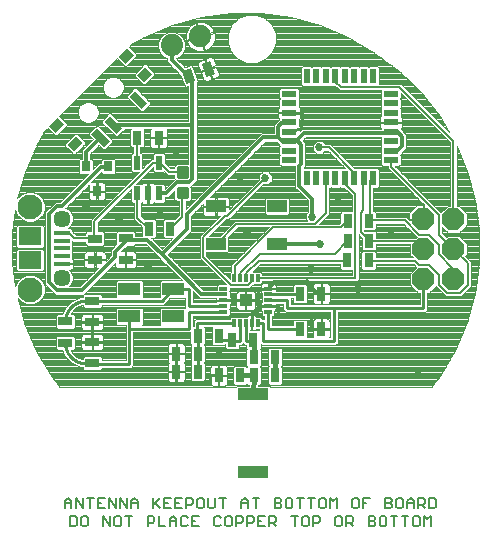
<source format=gtl>
G75*
%MOIN*%
%OFA0B0*%
%FSLAX25Y25*%
%IPPOS*%
%LPD*%
%AMOC8*
5,1,8,0,0,1.08239X$1,22.5*
%
%ADD10C,0.00600*%
%ADD11R,0.05000X0.02200*%
%ADD12R,0.02200X0.05000*%
%ADD13R,0.03150X0.03543*%
%ADD14R,0.06500X0.03937*%
%ADD15R,0.03150X0.04724*%
%ADD16R,0.04724X0.03150*%
%ADD17C,0.07400*%
%ADD18R,0.02165X0.04724*%
%ADD19C,0.05709*%
%ADD20R,0.05315X0.01575*%
%ADD21R,0.07480X0.05906*%
%ADD22C,0.08268*%
%ADD23R,0.10000X0.04000*%
%ADD24R,0.03937X0.03937*%
%ADD25R,0.02559X0.01181*%
%ADD26R,0.01181X0.02559*%
%ADD27OC8,0.07400*%
%ADD28R,0.03937X0.03150*%
%ADD29R,0.02756X0.05906*%
%ADD30R,0.07480X0.04331*%
%ADD31C,0.01181*%
%ADD32C,0.00394*%
%ADD33C,0.01000*%
%ADD34C,0.01200*%
%ADD35C,0.02700*%
%ADD36C,0.01600*%
D10*
X0024132Y0008633D02*
X0024132Y0010902D01*
X0025266Y0012036D01*
X0026401Y0010902D01*
X0026401Y0008633D01*
X0027815Y0008633D02*
X0027815Y0012036D01*
X0030084Y0008633D01*
X0030084Y0012036D01*
X0031498Y0012036D02*
X0033767Y0012036D01*
X0032633Y0012036D02*
X0032633Y0008633D01*
X0035182Y0008633D02*
X0037450Y0008633D01*
X0038865Y0008633D02*
X0038865Y0012036D01*
X0041133Y0008633D01*
X0041133Y0012036D01*
X0042548Y0012036D02*
X0044816Y0008633D01*
X0044816Y0012036D01*
X0046231Y0010902D02*
X0047365Y0012036D01*
X0048500Y0010902D01*
X0048500Y0008633D01*
X0048500Y0010335D02*
X0046231Y0010335D01*
X0046231Y0010902D02*
X0046231Y0008633D01*
X0046658Y0006036D02*
X0044389Y0006036D01*
X0045524Y0006036D02*
X0045524Y0002633D01*
X0042975Y0003200D02*
X0042975Y0005469D01*
X0042408Y0006036D01*
X0041273Y0006036D01*
X0040706Y0005469D01*
X0040706Y0003200D01*
X0041273Y0002633D01*
X0042408Y0002633D01*
X0042975Y0003200D01*
X0039292Y0002633D02*
X0039292Y0006036D01*
X0037023Y0006036D02*
X0037023Y0002633D01*
X0039292Y0002633D02*
X0037023Y0006036D01*
X0035182Y0008633D02*
X0035182Y0012036D01*
X0037450Y0012036D01*
X0036316Y0010335D02*
X0035182Y0010335D01*
X0031358Y0006036D02*
X0031925Y0005469D01*
X0031925Y0003200D01*
X0031358Y0002633D01*
X0030224Y0002633D01*
X0029657Y0003200D01*
X0029657Y0005469D01*
X0030224Y0006036D01*
X0031358Y0006036D01*
X0028242Y0005469D02*
X0028242Y0003200D01*
X0027675Y0002633D01*
X0025974Y0002633D01*
X0025974Y0006036D01*
X0027675Y0006036D01*
X0028242Y0005469D01*
X0026401Y0010335D02*
X0024132Y0010335D01*
X0042548Y0008633D02*
X0042548Y0012036D01*
X0051756Y0006036D02*
X0051756Y0002633D01*
X0051756Y0003768D02*
X0053457Y0003768D01*
X0054024Y0004335D01*
X0054024Y0005469D01*
X0053457Y0006036D01*
X0051756Y0006036D01*
X0053597Y0008633D02*
X0053597Y0012036D01*
X0054164Y0010335D02*
X0055866Y0008633D01*
X0057280Y0008633D02*
X0059549Y0008633D01*
X0060964Y0008633D02*
X0063232Y0008633D01*
X0064647Y0008633D02*
X0064647Y0012036D01*
X0066348Y0012036D01*
X0066915Y0011469D01*
X0066915Y0010335D01*
X0066348Y0009768D01*
X0064647Y0009768D01*
X0063232Y0012036D02*
X0060964Y0012036D01*
X0060964Y0008633D01*
X0060964Y0010335D02*
X0062098Y0010335D01*
X0059549Y0012036D02*
X0057280Y0012036D01*
X0057280Y0008633D01*
X0057280Y0010335D02*
X0058415Y0010335D01*
X0055866Y0012036D02*
X0053597Y0009768D01*
X0055439Y0006036D02*
X0055439Y0002633D01*
X0057707Y0002633D01*
X0059122Y0002633D02*
X0059122Y0004902D01*
X0060256Y0006036D01*
X0061391Y0004902D01*
X0061391Y0002633D01*
X0062805Y0003200D02*
X0063372Y0002633D01*
X0064507Y0002633D01*
X0065074Y0003200D01*
X0066488Y0002633D02*
X0068757Y0002633D01*
X0067623Y0004335D02*
X0066488Y0004335D01*
X0066488Y0006036D02*
X0066488Y0002633D01*
X0065074Y0005469D02*
X0064507Y0006036D01*
X0063372Y0006036D01*
X0062805Y0005469D01*
X0062805Y0003200D01*
X0061391Y0004335D02*
X0059122Y0004335D01*
X0066488Y0006036D02*
X0068757Y0006036D01*
X0068897Y0008633D02*
X0070031Y0008633D01*
X0070598Y0009200D01*
X0070598Y0011469D01*
X0070031Y0012036D01*
X0068897Y0012036D01*
X0068330Y0011469D01*
X0068330Y0009200D01*
X0068897Y0008633D01*
X0072013Y0009200D02*
X0072013Y0012036D01*
X0074282Y0012036D02*
X0074282Y0009200D01*
X0073714Y0008633D01*
X0072580Y0008633D01*
X0072013Y0009200D01*
X0074422Y0006036D02*
X0073855Y0005469D01*
X0073855Y0003200D01*
X0074422Y0002633D01*
X0075556Y0002633D01*
X0076123Y0003200D01*
X0077538Y0003200D02*
X0078105Y0002633D01*
X0079239Y0002633D01*
X0079806Y0003200D01*
X0079806Y0005469D01*
X0079239Y0006036D01*
X0078105Y0006036D01*
X0077538Y0005469D01*
X0077538Y0003200D01*
X0076123Y0005469D02*
X0075556Y0006036D01*
X0074422Y0006036D01*
X0076830Y0008633D02*
X0076830Y0012036D01*
X0075696Y0012036D02*
X0077965Y0012036D01*
X0083062Y0010902D02*
X0083062Y0008633D01*
X0083062Y0010335D02*
X0085331Y0010335D01*
X0085331Y0010902D02*
X0084197Y0012036D01*
X0083062Y0010902D01*
X0085331Y0010902D02*
X0085331Y0008633D01*
X0084904Y0006036D02*
X0086605Y0006036D01*
X0087173Y0005469D01*
X0087173Y0004335D01*
X0086605Y0003768D01*
X0084904Y0003768D01*
X0084904Y0002633D02*
X0084904Y0006036D01*
X0083490Y0005469D02*
X0083490Y0004335D01*
X0082922Y0003768D01*
X0081221Y0003768D01*
X0081221Y0002633D02*
X0081221Y0006036D01*
X0082922Y0006036D01*
X0083490Y0005469D01*
X0088587Y0006036D02*
X0088587Y0002633D01*
X0090856Y0002633D01*
X0092270Y0002633D02*
X0092270Y0006036D01*
X0093972Y0006036D01*
X0094539Y0005469D01*
X0094539Y0004335D01*
X0093972Y0003768D01*
X0092270Y0003768D01*
X0093405Y0003768D02*
X0094539Y0002633D01*
X0090856Y0006036D02*
X0088587Y0006036D01*
X0088587Y0004335D02*
X0089721Y0004335D01*
X0087880Y0008633D02*
X0087880Y0012036D01*
X0086746Y0012036D02*
X0089014Y0012036D01*
X0094112Y0012036D02*
X0094112Y0008633D01*
X0095813Y0008633D01*
X0096381Y0009200D01*
X0096381Y0009768D01*
X0095813Y0010335D01*
X0094112Y0010335D01*
X0094112Y0012036D02*
X0095813Y0012036D01*
X0096381Y0011469D01*
X0096381Y0010902D01*
X0095813Y0010335D01*
X0097795Y0011469D02*
X0097795Y0009200D01*
X0098362Y0008633D01*
X0099497Y0008633D01*
X0100064Y0009200D01*
X0100064Y0011469D01*
X0099497Y0012036D01*
X0098362Y0012036D01*
X0097795Y0011469D01*
X0101478Y0012036D02*
X0103747Y0012036D01*
X0102612Y0012036D02*
X0102612Y0008633D01*
X0101905Y0006036D02*
X0099637Y0006036D01*
X0100771Y0006036D02*
X0100771Y0002633D01*
X0103320Y0003200D02*
X0103320Y0005469D01*
X0103887Y0006036D01*
X0105021Y0006036D01*
X0105588Y0005469D01*
X0105588Y0003200D01*
X0105021Y0002633D01*
X0103887Y0002633D01*
X0103320Y0003200D01*
X0107003Y0002633D02*
X0107003Y0006036D01*
X0108704Y0006036D01*
X0109272Y0005469D01*
X0109272Y0004335D01*
X0108704Y0003768D01*
X0107003Y0003768D01*
X0106296Y0008633D02*
X0106296Y0012036D01*
X0107430Y0012036D02*
X0105161Y0012036D01*
X0108844Y0011469D02*
X0108844Y0009200D01*
X0109412Y0008633D01*
X0110546Y0008633D01*
X0111113Y0009200D01*
X0111113Y0011469D01*
X0110546Y0012036D01*
X0109412Y0012036D01*
X0108844Y0011469D01*
X0112528Y0012036D02*
X0112528Y0008633D01*
X0114796Y0008633D02*
X0114796Y0012036D01*
X0113662Y0010902D01*
X0112528Y0012036D01*
X0114936Y0006036D02*
X0114369Y0005469D01*
X0114369Y0003200D01*
X0114936Y0002633D01*
X0116071Y0002633D01*
X0116638Y0003200D01*
X0116638Y0005469D01*
X0116071Y0006036D01*
X0114936Y0006036D01*
X0118052Y0006036D02*
X0119754Y0006036D01*
X0120321Y0005469D01*
X0120321Y0004335D01*
X0119754Y0003768D01*
X0118052Y0003768D01*
X0119187Y0003768D02*
X0120321Y0002633D01*
X0118052Y0002633D02*
X0118052Y0006036D01*
X0120461Y0008633D02*
X0119894Y0009200D01*
X0119894Y0011469D01*
X0120461Y0012036D01*
X0121595Y0012036D01*
X0122163Y0011469D01*
X0122163Y0009200D01*
X0121595Y0008633D01*
X0120461Y0008633D01*
X0123577Y0008633D02*
X0123577Y0012036D01*
X0125846Y0012036D01*
X0124711Y0010335D02*
X0123577Y0010335D01*
X0125419Y0006036D02*
X0127120Y0006036D01*
X0127687Y0005469D01*
X0127687Y0004902D01*
X0127120Y0004335D01*
X0125419Y0004335D01*
X0127120Y0004335D02*
X0127687Y0003768D01*
X0127687Y0003200D01*
X0127120Y0002633D01*
X0125419Y0002633D01*
X0125419Y0006036D01*
X0129102Y0005469D02*
X0129102Y0003200D01*
X0129669Y0002633D01*
X0130803Y0002633D01*
X0131370Y0003200D01*
X0131370Y0005469D01*
X0130803Y0006036D01*
X0129669Y0006036D01*
X0129102Y0005469D01*
X0130943Y0008633D02*
X0132645Y0008633D01*
X0133212Y0009200D01*
X0133212Y0009768D01*
X0132645Y0010335D01*
X0130943Y0010335D01*
X0130943Y0012036D02*
X0130943Y0008633D01*
X0132645Y0010335D02*
X0133212Y0010902D01*
X0133212Y0011469D01*
X0132645Y0012036D01*
X0130943Y0012036D01*
X0134627Y0011469D02*
X0134627Y0009200D01*
X0135194Y0008633D01*
X0136328Y0008633D01*
X0136895Y0009200D01*
X0136895Y0011469D01*
X0136328Y0012036D01*
X0135194Y0012036D01*
X0134627Y0011469D01*
X0138310Y0010902D02*
X0138310Y0008633D01*
X0138310Y0010335D02*
X0140578Y0010335D01*
X0140578Y0010902D02*
X0139444Y0012036D01*
X0138310Y0010902D01*
X0140578Y0010902D02*
X0140578Y0008633D01*
X0141993Y0008633D02*
X0141993Y0012036D01*
X0143694Y0012036D01*
X0144261Y0011469D01*
X0144261Y0010335D01*
X0143694Y0009768D01*
X0141993Y0009768D01*
X0143127Y0009768D02*
X0144261Y0008633D01*
X0145676Y0008633D02*
X0147377Y0008633D01*
X0147945Y0009200D01*
X0147945Y0011469D01*
X0147377Y0012036D01*
X0145676Y0012036D01*
X0145676Y0008633D01*
X0146103Y0006036D02*
X0146103Y0002633D01*
X0143834Y0002633D02*
X0143834Y0006036D01*
X0144969Y0004902D01*
X0146103Y0006036D01*
X0142420Y0005469D02*
X0142420Y0003200D01*
X0141853Y0002633D01*
X0140718Y0002633D01*
X0140151Y0003200D01*
X0140151Y0005469D01*
X0140718Y0006036D01*
X0141853Y0006036D01*
X0142420Y0005469D01*
X0138737Y0006036D02*
X0136468Y0006036D01*
X0137602Y0006036D02*
X0137602Y0002633D01*
X0133919Y0002633D02*
X0133919Y0006036D01*
X0132785Y0006036D02*
X0135054Y0006036D01*
X0151582Y0080332D02*
X0155782Y0080332D01*
X0158482Y0083032D01*
X0158482Y0090232D01*
X0153982Y0094732D01*
X0153725Y0094976D01*
X0153682Y0095032D01*
X0148882Y0099832D01*
X0148882Y0106432D01*
X0132982Y0122332D01*
X0132982Y0124432D01*
X0132805Y0124713D01*
X0126928Y0118836D02*
X0126682Y0118732D01*
X0125782Y0117832D01*
X0125782Y0104632D01*
X0125494Y0104472D01*
X0126082Y0104632D01*
X0137482Y0104632D01*
X0142282Y0099832D01*
X0145582Y0099832D01*
X0148882Y0096532D01*
X0148882Y0093232D01*
X0153682Y0088432D01*
X0153725Y0084976D01*
X0153682Y0085132D01*
X0153682Y0088432D01*
X0148882Y0086332D02*
X0148882Y0083032D01*
X0151582Y0080332D01*
X0148882Y0086332D02*
X0145582Y0089632D01*
X0142282Y0089632D01*
X0140782Y0091132D01*
X0125482Y0091132D01*
X0125410Y0091268D01*
X0120982Y0085432D02*
X0088882Y0085432D01*
X0088419Y0085405D01*
X0088582Y0085432D01*
X0086482Y0085432D02*
X0086450Y0085405D01*
X0086182Y0085132D01*
X0086182Y0083932D01*
X0085282Y0083032D01*
X0079582Y0083032D01*
X0070282Y0092332D01*
X0070282Y0098932D01*
X0077482Y0106132D01*
X0078382Y0106132D01*
X0090982Y0118732D01*
X0081382Y0103432D02*
X0074782Y0096832D01*
X0074579Y0096673D01*
X0081382Y0103432D02*
X0107482Y0103432D01*
X0111082Y0107032D01*
X0111082Y0118732D01*
X0111180Y0118836D01*
X0117480Y0118836D02*
X0117682Y0118732D01*
X0117682Y0116632D01*
X0120982Y0113332D01*
X0120982Y0085432D01*
X0118282Y0091132D02*
X0118323Y0091268D01*
X0118282Y0091132D02*
X0088882Y0091132D01*
X0084682Y0086932D01*
X0084682Y0085732D01*
X0084482Y0085405D01*
X0084682Y0085432D01*
X0082582Y0085432D02*
X0082513Y0085405D01*
X0082582Y0085432D02*
X0082582Y0086932D01*
X0089182Y0093532D01*
X0114082Y0093532D01*
X0118282Y0097732D01*
X0118439Y0097867D01*
X0116182Y0102232D02*
X0118282Y0104332D01*
X0118407Y0104472D01*
X0116182Y0102232D02*
X0093682Y0102232D01*
X0080782Y0089332D01*
X0080782Y0085732D01*
X0080545Y0085405D01*
X0080782Y0085432D01*
X0063382Y0105832D02*
X0059482Y0101932D01*
X0059281Y0101853D01*
X0063382Y0105832D02*
X0063382Y0113632D01*
X0063477Y0113645D01*
X0063477Y0120550D02*
X0063382Y0120832D01*
X0058882Y0120832D01*
X0055882Y0123832D01*
X0055616Y0123867D01*
X0055582Y0123832D01*
X0053482Y0123832D01*
X0033982Y0104332D01*
X0033982Y0098932D01*
X0034214Y0098542D01*
X0033982Y0098632D01*
X0027382Y0098632D01*
X0025882Y0100132D01*
X0023482Y0100132D01*
X0023194Y0100419D01*
X0048382Y0105532D02*
X0051982Y0101932D01*
X0052194Y0101853D01*
X0048382Y0105532D02*
X0048382Y0113332D01*
X0048136Y0113630D01*
X0048136Y0123867D02*
X0048082Y0124132D01*
X0048082Y0131932D01*
X0048329Y0132188D01*
X0108982Y0128932D02*
X0112282Y0128932D01*
X0120382Y0120832D01*
X0120382Y0119032D01*
X0120629Y0118836D01*
X0123682Y0118732D02*
X0123779Y0118836D01*
X0123682Y0118732D02*
X0123682Y0107932D01*
X0122782Y0107032D01*
X0122782Y0100732D01*
X0125482Y0098032D01*
X0125525Y0097867D01*
X0125782Y0097732D01*
X0140782Y0097732D01*
X0143482Y0095032D01*
X0143725Y0094976D01*
X0153725Y0104976D02*
X0153682Y0105232D01*
X0153682Y0131032D01*
X0135682Y0149032D01*
X0116182Y0149032D01*
X0114382Y0150832D01*
X0114382Y0152632D01*
X0114330Y0152636D01*
D11*
X0099005Y0146760D03*
X0099005Y0143610D03*
X0099005Y0140461D03*
X0099005Y0137311D03*
X0099005Y0134161D03*
X0099005Y0131012D03*
X0099005Y0127862D03*
X0099005Y0124713D03*
X0132805Y0124713D03*
X0132805Y0127862D03*
X0132805Y0131012D03*
X0132805Y0134161D03*
X0132805Y0137311D03*
X0132805Y0140461D03*
X0132805Y0143610D03*
X0132805Y0146760D03*
D12*
X0126928Y0152636D03*
X0123779Y0152636D03*
X0120629Y0152636D03*
X0117480Y0152636D03*
X0114330Y0152636D03*
X0111180Y0152636D03*
X0108031Y0152636D03*
X0104881Y0152636D03*
X0104881Y0118836D03*
X0108031Y0118836D03*
X0111180Y0118836D03*
X0114330Y0118836D03*
X0117480Y0118836D03*
X0120629Y0118836D03*
X0123779Y0118836D03*
X0126928Y0118836D03*
D13*
X0038652Y0122585D03*
X0031171Y0122585D03*
X0034912Y0114317D03*
D14*
X0074579Y0109271D03*
X0074579Y0096673D03*
X0094870Y0096673D03*
X0094870Y0109271D03*
D15*
X0118407Y0104472D03*
X0118439Y0097867D03*
X0118323Y0091268D03*
X0125410Y0091268D03*
X0125525Y0097867D03*
X0125494Y0104472D03*
X0109674Y0080168D03*
X0102587Y0080168D03*
X0102587Y0068357D03*
X0109674Y0068357D03*
X0094185Y0058881D03*
X0094193Y0052939D03*
X0087107Y0052939D03*
X0082576Y0052914D03*
X0087099Y0058881D03*
X0087066Y0064742D03*
X0079979Y0064742D03*
X0075515Y0066194D03*
X0068429Y0066194D03*
X0068443Y0060175D03*
X0068443Y0054133D03*
X0061357Y0054133D03*
X0061357Y0060175D03*
X0075490Y0052914D03*
X0059281Y0101853D03*
X0052194Y0101853D03*
X0055416Y0132188D03*
X0048329Y0132188D03*
G36*
X0063113Y0154334D02*
X0066072Y0155412D01*
X0067687Y0150974D01*
X0064728Y0149896D01*
X0063113Y0154334D01*
G37*
G36*
X0069772Y0156757D02*
X0072731Y0157835D01*
X0074346Y0153397D01*
X0071387Y0152319D01*
X0069772Y0156757D01*
G37*
D16*
X0044469Y0098552D03*
X0044469Y0091465D03*
X0034214Y0091456D03*
X0034214Y0098542D03*
X0033296Y0077806D03*
X0033296Y0070719D03*
X0033296Y0064026D03*
X0033296Y0056940D03*
X0024275Y0063801D03*
X0024275Y0070888D03*
D17*
X0059754Y0162983D03*
X0069312Y0165923D03*
D18*
X0055616Y0123867D03*
X0048136Y0123867D03*
X0048136Y0113630D03*
X0051876Y0113630D03*
X0055616Y0113630D03*
D19*
X0023194Y0105144D03*
X0023194Y0085459D03*
D20*
X0023194Y0090183D03*
X0023194Y0092742D03*
X0023194Y0095301D03*
X0023194Y0097860D03*
X0023194Y0100419D03*
D21*
X0012564Y0099238D03*
X0012564Y0091364D03*
D22*
X0012605Y0081524D03*
X0012559Y0109096D03*
D23*
X0087062Y0046701D03*
X0087062Y0020701D03*
D24*
X0084482Y0077925D03*
D25*
X0091962Y0077925D03*
X0091962Y0079893D03*
X0091962Y0081862D03*
X0091962Y0075956D03*
X0091962Y0073988D03*
X0077002Y0073988D03*
X0077002Y0075956D03*
X0077002Y0077925D03*
X0077002Y0079893D03*
X0077002Y0081862D03*
D26*
X0080545Y0085405D03*
X0082513Y0085405D03*
X0084482Y0085405D03*
X0086450Y0085405D03*
X0088419Y0085405D03*
X0088419Y0070444D03*
X0086450Y0070444D03*
X0084482Y0070444D03*
X0082513Y0070444D03*
X0080545Y0070444D03*
D27*
X0143725Y0084976D03*
X0143725Y0094976D03*
X0153725Y0094976D03*
X0153725Y0084976D03*
X0153725Y0104976D03*
X0143725Y0104976D03*
D28*
G36*
X0048226Y0152976D02*
X0051008Y0155758D01*
X0053236Y0153530D01*
X0050454Y0150748D01*
X0048226Y0152976D01*
G37*
G36*
X0042102Y0159100D02*
X0044884Y0161882D01*
X0047112Y0159654D01*
X0044330Y0156872D01*
X0042102Y0159100D01*
G37*
G36*
X0018996Y0135994D02*
X0021778Y0138776D01*
X0024006Y0136548D01*
X0021224Y0133766D01*
X0018996Y0135994D01*
G37*
G36*
X0025120Y0129869D02*
X0027902Y0132651D01*
X0030130Y0130423D01*
X0027348Y0127641D01*
X0025120Y0129869D01*
G37*
D29*
G36*
X0033054Y0133347D02*
X0035003Y0135296D01*
X0039178Y0131121D01*
X0037229Y0129172D01*
X0033054Y0133347D01*
G37*
G36*
X0037230Y0137523D02*
X0039179Y0139472D01*
X0043354Y0135297D01*
X0041405Y0133348D01*
X0037230Y0137523D01*
G37*
G36*
X0045581Y0145875D02*
X0047530Y0147824D01*
X0051705Y0143649D01*
X0049756Y0141700D01*
X0045581Y0145875D01*
G37*
D30*
X0045713Y0081624D03*
X0045713Y0072569D03*
X0060279Y0072569D03*
X0060279Y0081624D03*
D31*
X0062099Y0115023D02*
X0064855Y0115023D01*
X0064855Y0112267D01*
X0062099Y0112267D01*
X0062099Y0115023D01*
X0062099Y0113447D02*
X0064855Y0113447D01*
X0064855Y0114627D02*
X0062099Y0114627D01*
X0062099Y0121928D02*
X0064855Y0121928D01*
X0064855Y0119172D01*
X0062099Y0119172D01*
X0062099Y0121928D01*
X0062099Y0120352D02*
X0064855Y0120352D01*
X0064855Y0121532D02*
X0062099Y0121532D01*
D32*
X0060712Y0121929D02*
X0060712Y0122503D01*
X0061525Y0123316D01*
X0065285Y0123316D01*
X0065285Y0135035D01*
X0058093Y0135035D01*
X0058106Y0135012D01*
X0058187Y0134708D01*
X0058187Y0132385D01*
X0055613Y0132385D01*
X0055613Y0131991D01*
X0058187Y0131991D01*
X0058187Y0129668D01*
X0058106Y0129364D01*
X0057948Y0129091D01*
X0057725Y0128868D01*
X0057453Y0128710D01*
X0057148Y0128629D01*
X0055613Y0128629D01*
X0055613Y0131991D01*
X0055219Y0131991D01*
X0055219Y0128629D01*
X0053683Y0128629D01*
X0053379Y0128710D01*
X0053106Y0128868D01*
X0052883Y0129091D01*
X0052726Y0129364D01*
X0052644Y0129668D01*
X0052644Y0131991D01*
X0055219Y0131991D01*
X0055219Y0132385D01*
X0052644Y0132385D01*
X0052644Y0134708D01*
X0052726Y0135012D01*
X0052739Y0135035D01*
X0050546Y0135035D01*
X0050701Y0134880D01*
X0050701Y0129496D01*
X0050234Y0129029D01*
X0049179Y0129029D01*
X0049179Y0127026D01*
X0049548Y0127026D01*
X0050015Y0126559D01*
X0050015Y0121916D01*
X0053028Y0124929D01*
X0053736Y0124929D01*
X0053736Y0126559D01*
X0054203Y0127026D01*
X0057029Y0127026D01*
X0057496Y0126559D01*
X0057496Y0123769D01*
X0059336Y0121929D01*
X0060712Y0121929D01*
X0060712Y0122110D02*
X0059155Y0122110D01*
X0058763Y0122502D02*
X0060712Y0122502D01*
X0061103Y0122894D02*
X0058370Y0122894D01*
X0057978Y0123287D02*
X0061496Y0123287D01*
X0060712Y0119735D02*
X0058428Y0119735D01*
X0057242Y0120921D01*
X0057029Y0120708D01*
X0054203Y0120708D01*
X0053736Y0121175D01*
X0053736Y0122535D01*
X0047991Y0116789D01*
X0049548Y0116789D01*
X0049753Y0116585D01*
X0049835Y0116727D01*
X0050058Y0116950D01*
X0050331Y0117108D01*
X0050636Y0117189D01*
X0051679Y0117189D01*
X0051679Y0113827D01*
X0052073Y0113827D01*
X0052073Y0117189D01*
X0053116Y0117189D01*
X0053420Y0117108D01*
X0053693Y0116950D01*
X0053916Y0116727D01*
X0053999Y0116585D01*
X0054203Y0116789D01*
X0057029Y0116789D01*
X0057496Y0116322D01*
X0057496Y0115121D01*
X0060185Y0117810D01*
X0060842Y0118468D01*
X0060712Y0118598D01*
X0060712Y0119735D01*
X0060712Y0119365D02*
X0050566Y0119365D01*
X0050958Y0119757D02*
X0058406Y0119757D01*
X0058013Y0120149D02*
X0051350Y0120149D01*
X0051743Y0120541D02*
X0057621Y0120541D01*
X0057586Y0123679D02*
X0065285Y0123679D01*
X0065285Y0124071D02*
X0057496Y0124071D01*
X0057496Y0124463D02*
X0065285Y0124463D01*
X0065285Y0124856D02*
X0057496Y0124856D01*
X0057496Y0125248D02*
X0065285Y0125248D01*
X0065285Y0125640D02*
X0057496Y0125640D01*
X0057496Y0126032D02*
X0065285Y0126032D01*
X0065285Y0126424D02*
X0057496Y0126424D01*
X0057238Y0126817D02*
X0065285Y0126817D01*
X0065285Y0127209D02*
X0049179Y0127209D01*
X0049179Y0127601D02*
X0065285Y0127601D01*
X0065285Y0127993D02*
X0049179Y0127993D01*
X0049179Y0128385D02*
X0065285Y0128385D01*
X0065285Y0128778D02*
X0057569Y0128778D01*
X0057994Y0129170D02*
X0065285Y0129170D01*
X0065285Y0129562D02*
X0058159Y0129562D01*
X0058187Y0129954D02*
X0065285Y0129954D01*
X0065285Y0130347D02*
X0058187Y0130347D01*
X0058187Y0130739D02*
X0065285Y0130739D01*
X0065285Y0131131D02*
X0058187Y0131131D01*
X0058187Y0131523D02*
X0065285Y0131523D01*
X0065285Y0131915D02*
X0058187Y0131915D01*
X0058187Y0132700D02*
X0065285Y0132700D01*
X0065285Y0133092D02*
X0058187Y0133092D01*
X0058187Y0133484D02*
X0065285Y0133484D01*
X0065285Y0133876D02*
X0058187Y0133876D01*
X0058187Y0134269D02*
X0065285Y0134269D01*
X0065285Y0134661D02*
X0058187Y0134661D01*
X0055613Y0132308D02*
X0065285Y0132308D01*
X0068079Y0132308D02*
X0088482Y0132308D01*
X0088874Y0132700D02*
X0068079Y0132700D01*
X0068079Y0133092D02*
X0089267Y0133092D01*
X0089659Y0133484D02*
X0068079Y0133484D01*
X0068079Y0133876D02*
X0093785Y0133876D01*
X0093785Y0133629D02*
X0089803Y0133629D01*
X0064479Y0108304D01*
X0064479Y0110880D01*
X0065430Y0110880D01*
X0066243Y0111692D01*
X0066243Y0115598D01*
X0066005Y0115835D01*
X0066060Y0115835D01*
X0067260Y0117035D01*
X0068079Y0117853D01*
X0068079Y0150267D01*
X0068270Y0150337D01*
X0068549Y0150935D01*
X0066707Y0155995D01*
X0066109Y0156274D01*
X0064208Y0155581D01*
X0061179Y0158610D01*
X0061179Y0158706D01*
X0062301Y0159171D01*
X0063566Y0160436D01*
X0064251Y0162088D01*
X0064251Y0163877D01*
X0063566Y0165530D01*
X0062301Y0166795D01*
X0060648Y0167480D01*
X0058859Y0167480D01*
X0057207Y0166795D01*
X0055942Y0165530D01*
X0055257Y0163877D01*
X0055257Y0162088D01*
X0055942Y0160436D01*
X0057207Y0159171D01*
X0058385Y0158683D01*
X0058385Y0157453D01*
X0062699Y0153139D01*
X0064092Y0149313D01*
X0064690Y0149034D01*
X0065285Y0149250D01*
X0065285Y0137829D01*
X0041949Y0137829D01*
X0039508Y0140269D01*
X0038848Y0140269D01*
X0036433Y0137854D01*
X0036433Y0137194D01*
X0041075Y0132551D01*
X0041735Y0132551D01*
X0044151Y0134967D01*
X0044151Y0135035D01*
X0046112Y0135035D01*
X0045957Y0134880D01*
X0045957Y0129496D01*
X0046424Y0129029D01*
X0046985Y0129029D01*
X0046985Y0127026D01*
X0046723Y0127026D01*
X0046256Y0126559D01*
X0046256Y0121175D01*
X0046723Y0120708D01*
X0048807Y0120708D01*
X0033528Y0105429D01*
X0032885Y0104786D01*
X0032885Y0100914D01*
X0031522Y0100914D01*
X0031055Y0100447D01*
X0031055Y0099729D01*
X0027836Y0099729D01*
X0026979Y0100586D01*
X0026648Y0100916D01*
X0026648Y0101537D01*
X0026182Y0102003D01*
X0025154Y0102003D01*
X0025262Y0102048D01*
X0026289Y0103075D01*
X0026845Y0104417D01*
X0026845Y0105870D01*
X0026289Y0107212D01*
X0025262Y0108239D01*
X0024345Y0108619D01*
X0024579Y0108853D01*
X0032201Y0116476D01*
X0032140Y0116247D01*
X0032140Y0114514D01*
X0034715Y0114514D01*
X0034715Y0117286D01*
X0033179Y0117286D01*
X0032950Y0117224D01*
X0036280Y0120555D01*
X0036280Y0120483D01*
X0036747Y0120017D01*
X0040557Y0120017D01*
X0041023Y0120483D01*
X0041023Y0124687D01*
X0040557Y0125154D01*
X0036747Y0125154D01*
X0036280Y0124687D01*
X0036280Y0123729D01*
X0035503Y0123729D01*
X0033543Y0121768D01*
X0033543Y0124687D01*
X0033076Y0125154D01*
X0032679Y0125154D01*
X0032679Y0126853D01*
X0035550Y0129725D01*
X0036899Y0128375D01*
X0037560Y0128375D01*
X0039975Y0130791D01*
X0039975Y0131451D01*
X0035333Y0136093D01*
X0034672Y0136093D01*
X0032257Y0133678D01*
X0032257Y0133018D01*
X0033575Y0131700D01*
X0029885Y0128010D01*
X0029885Y0125154D01*
X0029267Y0125154D01*
X0028800Y0124687D01*
X0028800Y0120483D01*
X0029267Y0120017D01*
X0031791Y0120017D01*
X0022603Y0110829D01*
X0021103Y0110829D01*
X0018403Y0108129D01*
X0017585Y0107310D01*
X0017585Y0083353D01*
X0020285Y0080653D01*
X0021103Y0079835D01*
X0030261Y0079835D01*
X0030137Y0079711D01*
X0030137Y0079103D01*
X0029559Y0079103D01*
X0026540Y0077852D01*
X0026540Y0077852D01*
X0024229Y0075541D01*
X0023284Y0073259D01*
X0021583Y0073259D01*
X0021116Y0072793D01*
X0021116Y0068983D01*
X0021583Y0068516D01*
X0026968Y0068516D01*
X0027434Y0068983D01*
X0027434Y0072793D01*
X0026968Y0073259D01*
X0026208Y0073259D01*
X0026519Y0074011D01*
X0028070Y0075562D01*
X0030097Y0076401D01*
X0030137Y0076405D01*
X0030137Y0075901D01*
X0030604Y0075434D01*
X0035988Y0075434D01*
X0036455Y0075901D01*
X0036455Y0076509D01*
X0056998Y0076509D01*
X0057758Y0077269D01*
X0059151Y0078662D01*
X0064196Y0078662D01*
X0064196Y0075532D01*
X0056209Y0075532D01*
X0055742Y0075065D01*
X0055742Y0070074D01*
X0056011Y0069806D01*
X0049981Y0069806D01*
X0050250Y0070074D01*
X0050250Y0075065D01*
X0049783Y0075532D01*
X0041642Y0075532D01*
X0041176Y0075065D01*
X0041176Y0070074D01*
X0041642Y0069607D01*
X0044416Y0069607D01*
X0044416Y0067972D01*
X0044423Y0067964D01*
X0044423Y0058086D01*
X0036455Y0058086D01*
X0036455Y0058844D01*
X0035988Y0059311D01*
X0030604Y0059311D01*
X0030137Y0058844D01*
X0030137Y0058335D01*
X0030051Y0058343D01*
X0028045Y0059174D01*
X0026510Y0060710D01*
X0026212Y0061430D01*
X0026968Y0061430D01*
X0027434Y0061896D01*
X0027434Y0065706D01*
X0026968Y0066173D01*
X0021583Y0066173D01*
X0021116Y0065706D01*
X0021116Y0061896D01*
X0021583Y0061430D01*
X0023289Y0061430D01*
X0024220Y0059180D01*
X0026515Y0056885D01*
X0026515Y0056885D01*
X0026515Y0056885D01*
X0029514Y0055643D01*
X0030137Y0055643D01*
X0030137Y0055035D01*
X0030604Y0054568D01*
X0035988Y0054568D01*
X0036455Y0055035D01*
X0036455Y0055492D01*
X0046257Y0055492D01*
X0047017Y0056252D01*
X0047017Y0067212D01*
X0066057Y0067212D01*
X0066057Y0063502D01*
X0066382Y0063177D01*
X0066072Y0062867D01*
X0066072Y0057482D01*
X0066400Y0057154D01*
X0066072Y0056825D01*
X0066072Y0051441D01*
X0066538Y0050974D01*
X0070348Y0050974D01*
X0070815Y0051441D01*
X0070815Y0056825D01*
X0070486Y0057154D01*
X0070815Y0057482D01*
X0070815Y0062867D01*
X0070490Y0063192D01*
X0070800Y0063502D01*
X0070800Y0068887D01*
X0070539Y0069147D01*
X0073404Y0069147D01*
X0073143Y0068887D01*
X0073143Y0063502D01*
X0073610Y0063035D01*
X0077420Y0063035D01*
X0077608Y0063223D01*
X0077608Y0062050D01*
X0078075Y0061583D01*
X0081884Y0061583D01*
X0082351Y0062050D01*
X0082351Y0063123D01*
X0083046Y0063123D01*
X0083493Y0063570D01*
X0083940Y0063123D01*
X0084694Y0063123D01*
X0084694Y0062050D01*
X0084949Y0061795D01*
X0084727Y0061573D01*
X0084727Y0056189D01*
X0085010Y0055906D01*
X0084829Y0055725D01*
X0084481Y0056073D01*
X0080671Y0056073D01*
X0080205Y0055606D01*
X0080205Y0050222D01*
X0080671Y0049755D01*
X0084481Y0049755D01*
X0084854Y0050128D01*
X0085202Y0049780D01*
X0085500Y0049780D01*
X0085497Y0049498D01*
X0081732Y0049498D01*
X0081265Y0049031D01*
X0081265Y0048958D01*
X0022560Y0048932D01*
X0019837Y0052386D01*
X0014658Y0061146D01*
X0010695Y0070519D01*
X0008467Y0078690D01*
X0009812Y0077344D01*
X0011624Y0076594D01*
X0013586Y0076594D01*
X0015398Y0077344D01*
X0016785Y0078731D01*
X0017536Y0080543D01*
X0017536Y0082505D01*
X0016785Y0084317D01*
X0015398Y0085704D01*
X0013586Y0086455D01*
X0011624Y0086455D01*
X0009812Y0085704D01*
X0008425Y0084317D01*
X0007715Y0082604D01*
X0006673Y0090425D01*
X0006687Y0100601D01*
X0007689Y0107968D01*
X0008379Y0106302D01*
X0009766Y0104915D01*
X0011578Y0104165D01*
X0013540Y0104165D01*
X0015352Y0104915D01*
X0016739Y0106302D01*
X0017490Y0108115D01*
X0017490Y0110076D01*
X0016739Y0111889D01*
X0015352Y0113276D01*
X0013540Y0114026D01*
X0011578Y0114026D01*
X0009766Y0113276D01*
X0008395Y0111904D01*
X0010763Y0120496D01*
X0014752Y0129858D01*
X0017106Y0134135D01*
X0018416Y0135445D01*
X0020892Y0132969D01*
X0021552Y0132969D01*
X0024803Y0136219D01*
X0024803Y0136879D01*
X0022327Y0139355D01*
X0041522Y0158551D01*
X0043998Y0156075D01*
X0044659Y0156075D01*
X0047909Y0159326D01*
X0047909Y0159986D01*
X0045433Y0162462D01*
X0046261Y0163290D01*
X0050489Y0165639D01*
X0059746Y0169616D01*
X0069455Y0172309D01*
X0079439Y0173668D01*
X0089515Y0173668D01*
X0099499Y0172309D01*
X0109208Y0169616D01*
X0118466Y0165639D01*
X0122242Y0163540D01*
X0122243Y0163538D01*
X0122900Y0163173D01*
X0123544Y0162786D01*
X0123547Y0162787D01*
X0127318Y0160530D01*
X0135523Y0154431D01*
X0142846Y0147297D01*
X0149158Y0139254D01*
X0152236Y0134028D01*
X0136136Y0150129D01*
X0128825Y0150129D01*
X0128825Y0155466D01*
X0128358Y0155933D01*
X0125498Y0155933D01*
X0125354Y0155788D01*
X0125209Y0155933D01*
X0122349Y0155933D01*
X0122204Y0155788D01*
X0122059Y0155933D01*
X0119199Y0155933D01*
X0119054Y0155788D01*
X0118910Y0155933D01*
X0116049Y0155933D01*
X0115905Y0155788D01*
X0115760Y0155933D01*
X0112900Y0155933D01*
X0112755Y0155788D01*
X0112610Y0155933D01*
X0109750Y0155933D01*
X0109605Y0155788D01*
X0109461Y0155933D01*
X0106601Y0155933D01*
X0106456Y0155788D01*
X0106311Y0155933D01*
X0103451Y0155933D01*
X0102984Y0155466D01*
X0102984Y0149806D01*
X0103451Y0149339D01*
X0106311Y0149339D01*
X0106456Y0149484D01*
X0106601Y0149339D01*
X0109461Y0149339D01*
X0109605Y0149484D01*
X0109750Y0149339D01*
X0112610Y0149339D01*
X0112755Y0149484D01*
X0112900Y0149339D01*
X0114323Y0149339D01*
X0115085Y0148577D01*
X0115728Y0147935D01*
X0129508Y0147935D01*
X0129508Y0145330D01*
X0129653Y0145185D01*
X0129508Y0145040D01*
X0129508Y0142180D01*
X0129653Y0142035D01*
X0129508Y0141891D01*
X0129508Y0139307D01*
X0129347Y0139146D01*
X0129189Y0138873D01*
X0129108Y0138569D01*
X0129108Y0137508D01*
X0132608Y0137508D01*
X0132608Y0137114D01*
X0129108Y0137114D01*
X0129108Y0136053D01*
X0129189Y0135749D01*
X0129347Y0135476D01*
X0129508Y0135315D01*
X0129508Y0135129D01*
X0103303Y0135129D01*
X0102702Y0134527D01*
X0102702Y0135419D01*
X0102620Y0135723D01*
X0102462Y0135996D01*
X0102302Y0136157D01*
X0102302Y0138465D01*
X0102462Y0138626D01*
X0102620Y0138899D01*
X0102702Y0139203D01*
X0102702Y0140264D01*
X0099202Y0140264D01*
X0099202Y0140657D01*
X0102702Y0140657D01*
X0102702Y0141718D01*
X0102620Y0142023D01*
X0102462Y0142295D01*
X0102302Y0142456D01*
X0102302Y0145040D01*
X0102157Y0145185D01*
X0102302Y0145330D01*
X0102302Y0148190D01*
X0101835Y0148657D01*
X0096175Y0148657D01*
X0095708Y0148190D01*
X0095708Y0145330D01*
X0095853Y0145185D01*
X0095708Y0145040D01*
X0095708Y0142456D01*
X0095547Y0142295D01*
X0095389Y0142023D01*
X0095308Y0141718D01*
X0095308Y0140657D01*
X0098808Y0140657D01*
X0098808Y0140264D01*
X0095308Y0140264D01*
X0095308Y0139203D01*
X0095389Y0138899D01*
X0095547Y0138626D01*
X0095708Y0138465D01*
X0095708Y0138333D01*
X0094985Y0137610D01*
X0093785Y0136410D01*
X0093785Y0133629D01*
X0093785Y0134269D02*
X0068079Y0134269D01*
X0068079Y0134661D02*
X0093785Y0134661D01*
X0093785Y0135053D02*
X0068079Y0135053D01*
X0068079Y0135445D02*
X0093785Y0135445D01*
X0093785Y0135837D02*
X0068079Y0135837D01*
X0068079Y0136230D02*
X0093785Y0136230D01*
X0093997Y0136622D02*
X0068079Y0136622D01*
X0068079Y0137014D02*
X0094389Y0137014D01*
X0094781Y0137406D02*
X0068079Y0137406D01*
X0068079Y0137799D02*
X0095173Y0137799D01*
X0095565Y0138191D02*
X0068079Y0138191D01*
X0068079Y0138583D02*
X0095590Y0138583D01*
X0095369Y0138975D02*
X0068079Y0138975D01*
X0068079Y0139367D02*
X0095308Y0139367D01*
X0095308Y0139760D02*
X0068079Y0139760D01*
X0068079Y0140152D02*
X0095308Y0140152D01*
X0095308Y0140936D02*
X0068079Y0140936D01*
X0068079Y0140544D02*
X0098808Y0140544D01*
X0099202Y0140544D02*
X0129508Y0140544D01*
X0129508Y0140152D02*
X0102702Y0140152D01*
X0102702Y0139760D02*
X0129508Y0139760D01*
X0129508Y0139367D02*
X0102702Y0139367D01*
X0102640Y0138975D02*
X0129248Y0138975D01*
X0129112Y0138583D02*
X0102420Y0138583D01*
X0102302Y0138191D02*
X0129108Y0138191D01*
X0129108Y0137799D02*
X0102302Y0137799D01*
X0102302Y0137406D02*
X0132608Y0137406D01*
X0133002Y0137406D02*
X0145756Y0137406D01*
X0146148Y0137014D02*
X0136502Y0137014D01*
X0136502Y0137114D02*
X0133002Y0137114D01*
X0133002Y0137508D01*
X0136502Y0137508D01*
X0136502Y0138569D01*
X0136420Y0138873D01*
X0136262Y0139146D01*
X0136102Y0139307D01*
X0136102Y0141891D01*
X0135957Y0142035D01*
X0136102Y0142180D01*
X0136102Y0145040D01*
X0135957Y0145185D01*
X0136102Y0145330D01*
X0136102Y0147061D01*
X0152585Y0130577D01*
X0152585Y0109473D01*
X0151863Y0109473D01*
X0149627Y0107238D01*
X0149336Y0107529D01*
X0134079Y0122786D01*
X0134079Y0122816D01*
X0135635Y0122816D01*
X0136102Y0123282D01*
X0136102Y0126143D01*
X0135957Y0126287D01*
X0136102Y0126432D01*
X0136102Y0126776D01*
X0137160Y0127835D01*
X0137979Y0128653D01*
X0137979Y0133110D01*
X0136479Y0134610D01*
X0136102Y0134988D01*
X0136102Y0135315D01*
X0136262Y0135476D01*
X0136420Y0135749D01*
X0136502Y0136053D01*
X0136502Y0137114D01*
X0136502Y0136622D02*
X0146541Y0136622D01*
X0146933Y0136230D02*
X0136502Y0136230D01*
X0136444Y0135837D02*
X0147325Y0135837D01*
X0147717Y0135445D02*
X0136232Y0135445D01*
X0136102Y0135053D02*
X0148109Y0135053D01*
X0148502Y0134661D02*
X0136428Y0134661D01*
X0136820Y0134269D02*
X0148894Y0134269D01*
X0149286Y0133876D02*
X0137213Y0133876D01*
X0137605Y0133484D02*
X0149678Y0133484D01*
X0150070Y0133092D02*
X0137979Y0133092D01*
X0137979Y0132700D02*
X0150463Y0132700D01*
X0150855Y0132308D02*
X0137979Y0132308D01*
X0137979Y0131915D02*
X0151247Y0131915D01*
X0151639Y0131523D02*
X0137979Y0131523D01*
X0137979Y0131131D02*
X0152032Y0131131D01*
X0152424Y0130739D02*
X0137979Y0130739D01*
X0137979Y0130347D02*
X0152585Y0130347D01*
X0152585Y0129954D02*
X0137979Y0129954D01*
X0137979Y0129562D02*
X0152585Y0129562D01*
X0152585Y0129170D02*
X0137979Y0129170D01*
X0137979Y0128778D02*
X0152585Y0128778D01*
X0152585Y0128385D02*
X0137711Y0128385D01*
X0137319Y0127993D02*
X0152585Y0127993D01*
X0152585Y0127601D02*
X0136927Y0127601D01*
X0136534Y0127209D02*
X0152585Y0127209D01*
X0152585Y0126817D02*
X0136142Y0126817D01*
X0136094Y0126424D02*
X0152585Y0126424D01*
X0152585Y0126032D02*
X0136102Y0126032D01*
X0136102Y0125640D02*
X0152585Y0125640D01*
X0152585Y0125248D02*
X0136102Y0125248D01*
X0136102Y0124856D02*
X0152585Y0124856D01*
X0152585Y0124463D02*
X0136102Y0124463D01*
X0136102Y0124071D02*
X0152585Y0124071D01*
X0152585Y0123679D02*
X0136102Y0123679D01*
X0136102Y0123287D02*
X0152585Y0123287D01*
X0152585Y0122894D02*
X0135714Y0122894D01*
X0134755Y0122110D02*
X0152585Y0122110D01*
X0152585Y0121718D02*
X0135147Y0121718D01*
X0135539Y0121326D02*
X0152585Y0121326D01*
X0152585Y0120933D02*
X0135931Y0120933D01*
X0136324Y0120541D02*
X0152585Y0120541D01*
X0152585Y0120149D02*
X0136716Y0120149D01*
X0137108Y0119757D02*
X0152585Y0119757D01*
X0152585Y0119365D02*
X0137500Y0119365D01*
X0137892Y0118972D02*
X0152585Y0118972D01*
X0152585Y0118580D02*
X0138285Y0118580D01*
X0138677Y0118188D02*
X0152585Y0118188D01*
X0152585Y0117796D02*
X0139069Y0117796D01*
X0139461Y0117404D02*
X0152585Y0117404D01*
X0152585Y0117011D02*
X0139854Y0117011D01*
X0140246Y0116619D02*
X0152585Y0116619D01*
X0152585Y0116227D02*
X0140638Y0116227D01*
X0141030Y0115835D02*
X0152585Y0115835D01*
X0152585Y0115442D02*
X0141422Y0115442D01*
X0141815Y0115050D02*
X0152585Y0115050D01*
X0152585Y0114658D02*
X0142207Y0114658D01*
X0142599Y0114266D02*
X0152585Y0114266D01*
X0152585Y0113874D02*
X0142991Y0113874D01*
X0143383Y0113481D02*
X0152585Y0113481D01*
X0152585Y0113089D02*
X0143776Y0113089D01*
X0144168Y0112697D02*
X0152585Y0112697D01*
X0152585Y0112305D02*
X0144560Y0112305D01*
X0144952Y0111913D02*
X0152585Y0111913D01*
X0152585Y0111520D02*
X0145344Y0111520D01*
X0145737Y0111128D02*
X0152585Y0111128D01*
X0152585Y0110736D02*
X0146129Y0110736D01*
X0146521Y0110344D02*
X0152585Y0110344D01*
X0152585Y0109951D02*
X0146913Y0109951D01*
X0147306Y0109559D02*
X0152585Y0109559D01*
X0151557Y0109167D02*
X0147698Y0109167D01*
X0148090Y0108775D02*
X0151165Y0108775D01*
X0150772Y0108383D02*
X0148482Y0108383D01*
X0148874Y0107990D02*
X0150380Y0107990D01*
X0149988Y0107598D02*
X0149267Y0107598D01*
X0149979Y0102364D02*
X0151863Y0100479D01*
X0155588Y0100479D01*
X0158222Y0103114D01*
X0158222Y0106839D01*
X0155588Y0109473D01*
X0154779Y0109473D01*
X0154779Y0129422D01*
X0158321Y0121025D01*
X0161011Y0111161D01*
X0162367Y0101028D01*
X0162367Y0090804D01*
X0161011Y0080671D01*
X0158321Y0070807D01*
X0154347Y0061387D01*
X0149158Y0052578D01*
X0146339Y0048986D01*
X0092858Y0048963D01*
X0092858Y0049031D01*
X0092392Y0049498D01*
X0088691Y0049498D01*
X0088694Y0049780D01*
X0089012Y0049780D01*
X0089478Y0050247D01*
X0089478Y0055631D01*
X0089196Y0055914D01*
X0089470Y0056189D01*
X0089470Y0061573D01*
X0089216Y0061828D01*
X0089438Y0062050D01*
X0089438Y0063361D01*
X0089709Y0063090D01*
X0114531Y0063090D01*
X0115291Y0063849D01*
X0115291Y0073976D01*
X0144263Y0073976D01*
X0145022Y0074735D01*
X0145022Y0080479D01*
X0145588Y0080479D01*
X0147785Y0082676D01*
X0147785Y0082577D01*
X0150485Y0079877D01*
X0151128Y0079235D01*
X0156236Y0079235D01*
X0158936Y0081935D01*
X0159579Y0082577D01*
X0159579Y0090686D01*
X0157687Y0092578D01*
X0158222Y0093114D01*
X0158222Y0096839D01*
X0155588Y0099473D01*
X0151863Y0099473D01*
X0151327Y0098938D01*
X0149979Y0100286D01*
X0149979Y0102364D01*
X0149979Y0102107D02*
X0150235Y0102107D01*
X0149979Y0101715D02*
X0150627Y0101715D01*
X0151019Y0101323D02*
X0149979Y0101323D01*
X0149979Y0100931D02*
X0151412Y0100931D01*
X0151804Y0100538D02*
X0149979Y0100538D01*
X0150119Y0100146D02*
X0162367Y0100146D01*
X0162367Y0099754D02*
X0150511Y0099754D01*
X0150903Y0099362D02*
X0151751Y0099362D01*
X0151359Y0098970D02*
X0151295Y0098970D01*
X0155699Y0099362D02*
X0162367Y0099362D01*
X0162367Y0098970D02*
X0156092Y0098970D01*
X0156484Y0098577D02*
X0162367Y0098577D01*
X0162367Y0098185D02*
X0156876Y0098185D01*
X0157268Y0097793D02*
X0162367Y0097793D01*
X0162367Y0097401D02*
X0157661Y0097401D01*
X0158053Y0097008D02*
X0162367Y0097008D01*
X0162367Y0096616D02*
X0158222Y0096616D01*
X0158222Y0096224D02*
X0162367Y0096224D01*
X0162367Y0095832D02*
X0158222Y0095832D01*
X0158222Y0095440D02*
X0162367Y0095440D01*
X0162367Y0095047D02*
X0158222Y0095047D01*
X0158222Y0094655D02*
X0162367Y0094655D01*
X0162367Y0094263D02*
X0158222Y0094263D01*
X0158222Y0093871D02*
X0162367Y0093871D01*
X0162367Y0093479D02*
X0158222Y0093479D01*
X0158195Y0093086D02*
X0162367Y0093086D01*
X0162367Y0092694D02*
X0157803Y0092694D01*
X0157963Y0092302D02*
X0162367Y0092302D01*
X0162367Y0091910D02*
X0158355Y0091910D01*
X0158747Y0091518D02*
X0162367Y0091518D01*
X0162367Y0091125D02*
X0159140Y0091125D01*
X0159532Y0090733D02*
X0162358Y0090733D01*
X0162305Y0090341D02*
X0159579Y0090341D01*
X0159579Y0089949D02*
X0162253Y0089949D01*
X0162200Y0089556D02*
X0159579Y0089556D01*
X0159579Y0089164D02*
X0162148Y0089164D01*
X0162095Y0088772D02*
X0159579Y0088772D01*
X0159579Y0088380D02*
X0162043Y0088380D01*
X0161990Y0087988D02*
X0159579Y0087988D01*
X0159579Y0087595D02*
X0161938Y0087595D01*
X0161885Y0087203D02*
X0159579Y0087203D01*
X0159579Y0086811D02*
X0161833Y0086811D01*
X0161780Y0086419D02*
X0159579Y0086419D01*
X0159579Y0086027D02*
X0161728Y0086027D01*
X0161675Y0085634D02*
X0159579Y0085634D01*
X0159579Y0085242D02*
X0161623Y0085242D01*
X0161570Y0084850D02*
X0159579Y0084850D01*
X0159579Y0084458D02*
X0161518Y0084458D01*
X0161465Y0084065D02*
X0159579Y0084065D01*
X0159579Y0083673D02*
X0161413Y0083673D01*
X0161360Y0083281D02*
X0159579Y0083281D01*
X0159579Y0082889D02*
X0161308Y0082889D01*
X0161255Y0082497D02*
X0159498Y0082497D01*
X0159106Y0082104D02*
X0161203Y0082104D01*
X0161150Y0081712D02*
X0158714Y0081712D01*
X0158321Y0081320D02*
X0161098Y0081320D01*
X0161045Y0080928D02*
X0157929Y0080928D01*
X0157537Y0080536D02*
X0160974Y0080536D01*
X0160867Y0080143D02*
X0157145Y0080143D01*
X0156752Y0079751D02*
X0160760Y0079751D01*
X0160653Y0079359D02*
X0156360Y0079359D01*
X0160332Y0078182D02*
X0145022Y0078182D01*
X0145022Y0077790D02*
X0160225Y0077790D01*
X0160118Y0077398D02*
X0145022Y0077398D01*
X0145022Y0077006D02*
X0160011Y0077006D01*
X0159905Y0076613D02*
X0145022Y0076613D01*
X0145022Y0076221D02*
X0159798Y0076221D01*
X0159691Y0075829D02*
X0145022Y0075829D01*
X0145022Y0075437D02*
X0159584Y0075437D01*
X0159477Y0075045D02*
X0145022Y0075045D01*
X0144939Y0074652D02*
X0159370Y0074652D01*
X0159263Y0074260D02*
X0144547Y0074260D01*
X0142429Y0076569D02*
X0099591Y0076569D01*
X0099591Y0078462D01*
X0099456Y0078596D01*
X0100216Y0078596D01*
X0100216Y0077476D01*
X0100683Y0077009D01*
X0104492Y0077009D01*
X0104959Y0077476D01*
X0104959Y0082860D01*
X0104492Y0083327D01*
X0100683Y0083327D01*
X0100216Y0082860D01*
X0100216Y0081190D01*
X0094439Y0081190D01*
X0094439Y0081763D01*
X0092061Y0081763D01*
X0092061Y0081960D01*
X0094439Y0081960D01*
X0094439Y0082610D01*
X0094357Y0082914D01*
X0094199Y0083187D01*
X0093977Y0083410D01*
X0093704Y0083567D01*
X0093399Y0083649D01*
X0092061Y0083649D01*
X0092061Y0081960D01*
X0091864Y0081960D01*
X0091864Y0083649D01*
X0090525Y0083649D01*
X0090221Y0083567D01*
X0089948Y0083410D01*
X0089725Y0083187D01*
X0089567Y0082914D01*
X0089486Y0082610D01*
X0089486Y0081960D01*
X0091864Y0081960D01*
X0091864Y0081763D01*
X0089486Y0081763D01*
X0089486Y0081113D01*
X0089567Y0080809D01*
X0089725Y0080536D01*
X0089886Y0080375D01*
X0089886Y0078972D01*
X0089949Y0078909D01*
X0089886Y0078845D01*
X0089886Y0077442D01*
X0089725Y0077281D01*
X0089567Y0077009D01*
X0089486Y0076704D01*
X0089486Y0076054D01*
X0091864Y0076054D01*
X0091864Y0075858D01*
X0089486Y0075858D01*
X0089486Y0075208D01*
X0089567Y0074904D01*
X0089725Y0074631D01*
X0089886Y0074470D01*
X0089886Y0073067D01*
X0090353Y0072600D01*
X0090665Y0072600D01*
X0090665Y0071741D01*
X0089806Y0071741D01*
X0089806Y0072054D01*
X0089339Y0072521D01*
X0087937Y0072521D01*
X0087776Y0072681D01*
X0087503Y0072839D01*
X0087198Y0072921D01*
X0086549Y0072921D01*
X0086549Y0070543D01*
X0086352Y0070543D01*
X0086352Y0072921D01*
X0085702Y0072921D01*
X0085398Y0072839D01*
X0085125Y0072681D01*
X0084964Y0072521D01*
X0083561Y0072521D01*
X0083498Y0072457D01*
X0083434Y0072521D01*
X0081593Y0072521D01*
X0081529Y0072457D01*
X0081465Y0072521D01*
X0079624Y0072521D01*
X0079157Y0072054D01*
X0079157Y0071741D01*
X0068923Y0071741D01*
X0068919Y0071746D01*
X0068387Y0071741D01*
X0067855Y0071741D01*
X0067851Y0071737D01*
X0067844Y0071736D01*
X0067472Y0071358D01*
X0067096Y0070981D01*
X0067096Y0070975D01*
X0067091Y0070970D01*
X0067096Y0070439D01*
X0067096Y0069907D01*
X0067100Y0069903D01*
X0067105Y0069353D01*
X0066853Y0069353D01*
X0066853Y0072691D01*
X0075301Y0072691D01*
X0075392Y0072600D01*
X0078611Y0072600D01*
X0079078Y0073067D01*
X0079078Y0074908D01*
X0079014Y0074972D01*
X0079078Y0075035D01*
X0079078Y0076438D01*
X0079239Y0076599D01*
X0079396Y0076872D01*
X0079478Y0077176D01*
X0079478Y0077826D01*
X0077100Y0077826D01*
X0077100Y0078023D01*
X0079478Y0078023D01*
X0079478Y0078673D01*
X0079396Y0078977D01*
X0079239Y0079250D01*
X0079078Y0079411D01*
X0079078Y0080814D01*
X0079014Y0080877D01*
X0079078Y0080941D01*
X0079078Y0081985D01*
X0079128Y0081935D01*
X0085736Y0081935D01*
X0086379Y0082577D01*
X0087130Y0083328D01*
X0087371Y0083328D01*
X0087435Y0083392D01*
X0087498Y0083328D01*
X0089339Y0083328D01*
X0089806Y0083795D01*
X0089806Y0084335D01*
X0121436Y0084335D01*
X0122079Y0084977D01*
X0122079Y0085886D01*
X0122079Y0099884D01*
X0122328Y0099635D01*
X0123154Y0098809D01*
X0123154Y0095175D01*
X0123621Y0094708D01*
X0127430Y0094708D01*
X0127897Y0095175D01*
X0127897Y0096635D01*
X0139229Y0096635D01*
X0139229Y0093114D01*
X0140114Y0092229D01*
X0127781Y0092229D01*
X0127781Y0093960D01*
X0127315Y0094427D01*
X0123505Y0094427D01*
X0123038Y0093960D01*
X0123038Y0088576D01*
X0123505Y0088109D01*
X0127315Y0088109D01*
X0127781Y0088576D01*
X0127781Y0090035D01*
X0140328Y0090035D01*
X0141185Y0089177D01*
X0141376Y0088986D01*
X0139229Y0086839D01*
X0139229Y0083114D01*
X0141863Y0080479D01*
X0142429Y0080479D01*
X0142429Y0076569D01*
X0142429Y0076613D02*
X0111423Y0076613D01*
X0111406Y0076609D02*
X0111711Y0076690D01*
X0111984Y0076848D01*
X0112207Y0077071D01*
X0112364Y0077344D01*
X0112446Y0077648D01*
X0112446Y0079971D01*
X0109871Y0079971D01*
X0109871Y0080365D01*
X0109477Y0080365D01*
X0109477Y0083727D01*
X0107942Y0083727D01*
X0107637Y0083645D01*
X0107364Y0083488D01*
X0107141Y0083265D01*
X0106984Y0082992D01*
X0106902Y0082688D01*
X0106902Y0080365D01*
X0109477Y0080365D01*
X0109477Y0079971D01*
X0106902Y0079971D01*
X0106902Y0077648D01*
X0106984Y0077344D01*
X0107141Y0077071D01*
X0107364Y0076848D01*
X0107637Y0076690D01*
X0107942Y0076609D01*
X0109477Y0076609D01*
X0109477Y0079971D01*
X0109871Y0079971D01*
X0109871Y0076609D01*
X0111406Y0076609D01*
X0112141Y0077006D02*
X0142429Y0077006D01*
X0142429Y0077398D02*
X0112379Y0077398D01*
X0112446Y0077790D02*
X0142429Y0077790D01*
X0142429Y0078182D02*
X0112446Y0078182D01*
X0112446Y0078575D02*
X0142429Y0078575D01*
X0142429Y0078967D02*
X0112446Y0078967D01*
X0112446Y0079359D02*
X0142429Y0079359D01*
X0142429Y0079751D02*
X0112446Y0079751D01*
X0112446Y0080365D02*
X0112446Y0082688D01*
X0112364Y0082992D01*
X0112207Y0083265D01*
X0111984Y0083488D01*
X0111711Y0083645D01*
X0111406Y0083727D01*
X0109871Y0083727D01*
X0109871Y0080365D01*
X0112446Y0080365D01*
X0112446Y0080536D02*
X0141807Y0080536D01*
X0141414Y0080928D02*
X0112446Y0080928D01*
X0112446Y0081320D02*
X0141022Y0081320D01*
X0140630Y0081712D02*
X0112446Y0081712D01*
X0112446Y0082104D02*
X0140238Y0082104D01*
X0139846Y0082497D02*
X0112446Y0082497D01*
X0112392Y0082889D02*
X0139453Y0082889D01*
X0139229Y0083281D02*
X0112191Y0083281D01*
X0111607Y0083673D02*
X0139229Y0083673D01*
X0139229Y0084065D02*
X0089806Y0084065D01*
X0089684Y0083673D02*
X0107741Y0083673D01*
X0107157Y0083281D02*
X0104538Y0083281D01*
X0104930Y0082889D02*
X0106956Y0082889D01*
X0106902Y0082497D02*
X0104959Y0082497D01*
X0104959Y0082104D02*
X0106902Y0082104D01*
X0106902Y0081712D02*
X0104959Y0081712D01*
X0104959Y0081320D02*
X0106902Y0081320D01*
X0106902Y0080928D02*
X0104959Y0080928D01*
X0104959Y0080536D02*
X0106902Y0080536D01*
X0106902Y0079751D02*
X0104959Y0079751D01*
X0104959Y0079359D02*
X0106902Y0079359D01*
X0106902Y0078967D02*
X0104959Y0078967D01*
X0104959Y0078575D02*
X0106902Y0078575D01*
X0106902Y0078182D02*
X0104959Y0078182D01*
X0104959Y0077790D02*
X0106902Y0077790D01*
X0106969Y0077398D02*
X0104881Y0077398D01*
X0107207Y0077006D02*
X0099591Y0077006D01*
X0099591Y0077398D02*
X0100294Y0077398D01*
X0100216Y0077790D02*
X0099591Y0077790D01*
X0099591Y0078182D02*
X0100216Y0078182D01*
X0100216Y0078575D02*
X0099478Y0078575D01*
X0099591Y0076613D02*
X0107925Y0076613D01*
X0109477Y0076613D02*
X0109871Y0076613D01*
X0109871Y0077006D02*
X0109477Y0077006D01*
X0109477Y0077398D02*
X0109871Y0077398D01*
X0109871Y0077790D02*
X0109477Y0077790D01*
X0109477Y0078182D02*
X0109871Y0078182D01*
X0109871Y0078575D02*
X0109477Y0078575D01*
X0109477Y0078967D02*
X0109871Y0078967D01*
X0109871Y0079359D02*
X0109477Y0079359D01*
X0109477Y0079751D02*
X0109871Y0079751D01*
X0109871Y0080143D02*
X0142429Y0080143D01*
X0145022Y0080143D02*
X0150219Y0080143D01*
X0150611Y0079751D02*
X0145022Y0079751D01*
X0145022Y0079359D02*
X0151004Y0079359D01*
X0149827Y0080536D02*
X0145644Y0080536D01*
X0146036Y0080928D02*
X0149435Y0080928D01*
X0149042Y0081320D02*
X0146429Y0081320D01*
X0146821Y0081712D02*
X0148650Y0081712D01*
X0148258Y0082104D02*
X0147213Y0082104D01*
X0147605Y0082497D02*
X0147866Y0082497D01*
X0145022Y0078967D02*
X0160546Y0078967D01*
X0160439Y0078575D02*
X0145022Y0078575D01*
X0139229Y0084458D02*
X0121559Y0084458D01*
X0121951Y0084850D02*
X0139229Y0084850D01*
X0139229Y0085242D02*
X0122079Y0085242D01*
X0122079Y0085634D02*
X0139229Y0085634D01*
X0139229Y0086027D02*
X0122079Y0086027D01*
X0122079Y0086419D02*
X0139229Y0086419D01*
X0139229Y0086811D02*
X0122079Y0086811D01*
X0122079Y0087203D02*
X0139593Y0087203D01*
X0139985Y0087595D02*
X0122079Y0087595D01*
X0122079Y0087988D02*
X0140377Y0087988D01*
X0140769Y0088380D02*
X0127585Y0088380D01*
X0127781Y0088772D02*
X0141162Y0088772D01*
X0141198Y0089164D02*
X0127781Y0089164D01*
X0127781Y0089556D02*
X0140806Y0089556D01*
X0140414Y0089949D02*
X0127781Y0089949D01*
X0127781Y0092302D02*
X0140040Y0092302D01*
X0139648Y0092694D02*
X0127781Y0092694D01*
X0127781Y0093086D02*
X0139256Y0093086D01*
X0139229Y0093479D02*
X0127781Y0093479D01*
X0127781Y0093871D02*
X0139229Y0093871D01*
X0139229Y0094263D02*
X0127479Y0094263D01*
X0127770Y0095047D02*
X0139229Y0095047D01*
X0139229Y0094655D02*
X0122079Y0094655D01*
X0122079Y0094263D02*
X0123341Y0094263D01*
X0123038Y0093871D02*
X0122079Y0093871D01*
X0122079Y0093479D02*
X0123038Y0093479D01*
X0123038Y0093086D02*
X0122079Y0093086D01*
X0122079Y0092694D02*
X0123038Y0092694D01*
X0123038Y0092302D02*
X0122079Y0092302D01*
X0122079Y0091910D02*
X0123038Y0091910D01*
X0123038Y0091518D02*
X0122079Y0091518D01*
X0122079Y0091125D02*
X0123038Y0091125D01*
X0123038Y0090733D02*
X0122079Y0090733D01*
X0122079Y0090341D02*
X0123038Y0090341D01*
X0123038Y0089949D02*
X0122079Y0089949D01*
X0122079Y0089556D02*
X0123038Y0089556D01*
X0123038Y0089164D02*
X0122079Y0089164D01*
X0122079Y0088772D02*
X0123038Y0088772D01*
X0123234Y0088380D02*
X0122079Y0088380D01*
X0119885Y0088109D02*
X0119885Y0086529D01*
X0089806Y0086529D01*
X0089806Y0087014D01*
X0089339Y0087481D01*
X0087498Y0087481D01*
X0087435Y0087418D01*
X0087371Y0087481D01*
X0086783Y0087481D01*
X0089336Y0090035D01*
X0115951Y0090035D01*
X0115951Y0088576D01*
X0116418Y0088109D01*
X0119885Y0088109D01*
X0119885Y0087988D02*
X0087289Y0087988D01*
X0087681Y0088380D02*
X0116147Y0088380D01*
X0115951Y0088772D02*
X0088073Y0088772D01*
X0088466Y0089164D02*
X0115951Y0089164D01*
X0115951Y0089556D02*
X0088858Y0089556D01*
X0089250Y0089949D02*
X0115951Y0089949D01*
X0119885Y0087595D02*
X0086897Y0087595D01*
X0089618Y0087203D02*
X0119885Y0087203D01*
X0119885Y0086811D02*
X0089806Y0086811D01*
X0089819Y0083281D02*
X0087082Y0083281D01*
X0086690Y0082889D02*
X0089561Y0082889D01*
X0089486Y0082497D02*
X0086298Y0082497D01*
X0085906Y0082104D02*
X0089486Y0082104D01*
X0089486Y0081712D02*
X0079078Y0081712D01*
X0079078Y0081320D02*
X0089486Y0081320D01*
X0089536Y0080928D02*
X0087052Y0080928D01*
X0087185Y0080851D02*
X0086912Y0081008D01*
X0086608Y0081090D01*
X0084679Y0081090D01*
X0084679Y0078121D01*
X0087647Y0078121D01*
X0087647Y0080051D01*
X0087566Y0080355D01*
X0087408Y0080628D01*
X0087185Y0080851D01*
X0087461Y0080536D02*
X0089725Y0080536D01*
X0089886Y0080143D02*
X0087622Y0080143D01*
X0087647Y0079751D02*
X0089886Y0079751D01*
X0089886Y0079359D02*
X0087647Y0079359D01*
X0087647Y0078967D02*
X0089891Y0078967D01*
X0089886Y0078575D02*
X0087647Y0078575D01*
X0087647Y0078182D02*
X0089886Y0078182D01*
X0089886Y0077790D02*
X0084679Y0077790D01*
X0084679Y0077728D02*
X0084679Y0078121D01*
X0084285Y0078121D01*
X0084285Y0077728D01*
X0081317Y0077728D01*
X0081317Y0075798D01*
X0081398Y0075494D01*
X0081556Y0075221D01*
X0081778Y0074998D01*
X0082051Y0074841D01*
X0082356Y0074759D01*
X0084285Y0074759D01*
X0084285Y0077728D01*
X0084679Y0077728D01*
X0087647Y0077728D01*
X0087647Y0075798D01*
X0087566Y0075494D01*
X0087408Y0075221D01*
X0087185Y0074998D01*
X0086912Y0074841D01*
X0086608Y0074759D01*
X0084679Y0074759D01*
X0084679Y0077728D01*
X0084679Y0077398D02*
X0084285Y0077398D01*
X0084285Y0077790D02*
X0079478Y0077790D01*
X0079478Y0077398D02*
X0081317Y0077398D01*
X0081317Y0077006D02*
X0079432Y0077006D01*
X0079247Y0076613D02*
X0081317Y0076613D01*
X0081317Y0076221D02*
X0079078Y0076221D01*
X0079078Y0075829D02*
X0081317Y0075829D01*
X0081431Y0075437D02*
X0079078Y0075437D01*
X0079078Y0075045D02*
X0081732Y0075045D01*
X0084285Y0075045D02*
X0084679Y0075045D01*
X0084679Y0075437D02*
X0084285Y0075437D01*
X0084285Y0075829D02*
X0084679Y0075829D01*
X0084679Y0076221D02*
X0084285Y0076221D01*
X0084285Y0076613D02*
X0084679Y0076613D01*
X0084679Y0077006D02*
X0084285Y0077006D01*
X0084285Y0078121D02*
X0081317Y0078121D01*
X0081317Y0080051D01*
X0081398Y0080355D01*
X0081556Y0080628D01*
X0081778Y0080851D01*
X0082051Y0081008D01*
X0082356Y0081090D01*
X0084285Y0081090D01*
X0084285Y0078121D01*
X0084285Y0078182D02*
X0084679Y0078182D01*
X0084679Y0078575D02*
X0084285Y0078575D01*
X0084285Y0078967D02*
X0084679Y0078967D01*
X0084679Y0079359D02*
X0084285Y0079359D01*
X0084285Y0079751D02*
X0084679Y0079751D01*
X0084679Y0080143D02*
X0084285Y0080143D01*
X0084285Y0080536D02*
X0084679Y0080536D01*
X0084679Y0080928D02*
X0084285Y0080928D01*
X0081912Y0080928D02*
X0079065Y0080928D01*
X0079078Y0080536D02*
X0081502Y0080536D01*
X0081341Y0080143D02*
X0079078Y0080143D01*
X0079078Y0079751D02*
X0081317Y0079751D01*
X0081317Y0079359D02*
X0079130Y0079359D01*
X0079399Y0078967D02*
X0081317Y0078967D01*
X0081317Y0078575D02*
X0079478Y0078575D01*
X0079478Y0078182D02*
X0081317Y0078182D01*
X0079078Y0074652D02*
X0089712Y0074652D01*
X0089886Y0074260D02*
X0079078Y0074260D01*
X0079078Y0073868D02*
X0089886Y0073868D01*
X0089886Y0073476D02*
X0079078Y0073476D01*
X0079078Y0073084D02*
X0089886Y0073084D01*
X0090261Y0072691D02*
X0087759Y0072691D01*
X0086549Y0072691D02*
X0086352Y0072691D01*
X0086352Y0072299D02*
X0086549Y0072299D01*
X0086549Y0071907D02*
X0086352Y0071907D01*
X0086352Y0071515D02*
X0086549Y0071515D01*
X0086549Y0071122D02*
X0086352Y0071122D01*
X0086352Y0070730D02*
X0086549Y0070730D01*
X0086549Y0070346D02*
X0086549Y0067968D01*
X0087198Y0067968D01*
X0087503Y0068049D01*
X0087776Y0068207D01*
X0087937Y0068368D01*
X0088950Y0068368D01*
X0088950Y0067901D01*
X0085774Y0067901D01*
X0085774Y0067968D01*
X0086352Y0067968D01*
X0086352Y0070346D01*
X0086549Y0070346D01*
X0086549Y0070338D02*
X0086352Y0070338D01*
X0086352Y0069946D02*
X0086549Y0069946D01*
X0086549Y0069554D02*
X0086352Y0069554D01*
X0086352Y0069161D02*
X0086549Y0069161D01*
X0086549Y0068769D02*
X0086352Y0068769D01*
X0086352Y0068377D02*
X0086549Y0068377D01*
X0086549Y0067985D02*
X0086352Y0067985D01*
X0087262Y0067985D02*
X0088950Y0067985D01*
X0089806Y0071907D02*
X0090665Y0071907D01*
X0090665Y0072299D02*
X0089561Y0072299D01*
X0089530Y0075045D02*
X0087232Y0075045D01*
X0087533Y0075437D02*
X0089486Y0075437D01*
X0089486Y0075829D02*
X0087647Y0075829D01*
X0087647Y0076221D02*
X0089486Y0076221D01*
X0089486Y0076613D02*
X0087647Y0076613D01*
X0087647Y0077006D02*
X0089567Y0077006D01*
X0089841Y0077398D02*
X0087647Y0077398D01*
X0092061Y0076054D02*
X0094439Y0076054D01*
X0094439Y0076628D01*
X0096997Y0076628D01*
X0096997Y0074735D01*
X0097757Y0073976D01*
X0112697Y0073976D01*
X0112697Y0065683D01*
X0112404Y0065683D01*
X0112446Y0065837D01*
X0112446Y0068160D01*
X0109871Y0068160D01*
X0109871Y0068554D01*
X0109477Y0068554D01*
X0109477Y0071916D01*
X0107942Y0071916D01*
X0107637Y0071834D01*
X0107364Y0071677D01*
X0107141Y0071454D01*
X0106984Y0071181D01*
X0106902Y0070877D01*
X0106902Y0068554D01*
X0109477Y0068554D01*
X0109477Y0068160D01*
X0106902Y0068160D01*
X0106902Y0065837D01*
X0106944Y0065683D01*
X0104959Y0065683D01*
X0104959Y0071049D01*
X0104492Y0071516D01*
X0100683Y0071516D01*
X0100216Y0071049D01*
X0100216Y0069654D01*
X0093259Y0069654D01*
X0093259Y0072600D01*
X0093572Y0072600D01*
X0094039Y0073067D01*
X0094039Y0074470D01*
X0094199Y0074631D01*
X0094357Y0074904D01*
X0094439Y0075208D01*
X0094439Y0075858D01*
X0092061Y0075858D01*
X0092061Y0076054D01*
X0094439Y0076221D02*
X0096997Y0076221D01*
X0096997Y0075829D02*
X0094439Y0075829D01*
X0094439Y0075437D02*
X0096997Y0075437D01*
X0096997Y0075045D02*
X0094395Y0075045D01*
X0094212Y0074652D02*
X0097080Y0074652D01*
X0097472Y0074260D02*
X0094039Y0074260D01*
X0094039Y0073868D02*
X0112697Y0073868D01*
X0112697Y0073476D02*
X0094039Y0073476D01*
X0094039Y0073084D02*
X0112697Y0073084D01*
X0112697Y0072691D02*
X0093663Y0072691D01*
X0093259Y0072299D02*
X0112697Y0072299D01*
X0112697Y0071907D02*
X0111440Y0071907D01*
X0111406Y0071916D02*
X0109871Y0071916D01*
X0109871Y0068554D01*
X0112446Y0068554D01*
X0112446Y0070877D01*
X0112364Y0071181D01*
X0112207Y0071454D01*
X0111984Y0071677D01*
X0111711Y0071834D01*
X0111406Y0071916D01*
X0112146Y0071515D02*
X0112697Y0071515D01*
X0112697Y0071122D02*
X0112380Y0071122D01*
X0112446Y0070730D02*
X0112697Y0070730D01*
X0112697Y0070338D02*
X0112446Y0070338D01*
X0112446Y0069946D02*
X0112697Y0069946D01*
X0112697Y0069554D02*
X0112446Y0069554D01*
X0112446Y0069161D02*
X0112697Y0069161D01*
X0112697Y0068769D02*
X0112446Y0068769D01*
X0112697Y0068377D02*
X0109871Y0068377D01*
X0109871Y0068769D02*
X0109477Y0068769D01*
X0109477Y0068377D02*
X0104959Y0068377D01*
X0104959Y0068769D02*
X0106902Y0068769D01*
X0106902Y0069161D02*
X0104959Y0069161D01*
X0104959Y0069554D02*
X0106902Y0069554D01*
X0106902Y0069946D02*
X0104959Y0069946D01*
X0104959Y0070338D02*
X0106902Y0070338D01*
X0106902Y0070730D02*
X0104959Y0070730D01*
X0104886Y0071122D02*
X0106968Y0071122D01*
X0107202Y0071515D02*
X0104494Y0071515D01*
X0107908Y0071907D02*
X0093259Y0071907D01*
X0093259Y0071515D02*
X0100681Y0071515D01*
X0100289Y0071122D02*
X0093259Y0071122D01*
X0093259Y0070730D02*
X0100216Y0070730D01*
X0100216Y0070338D02*
X0093259Y0070338D01*
X0093259Y0069946D02*
X0100216Y0069946D01*
X0104959Y0067985D02*
X0106902Y0067985D01*
X0106902Y0067593D02*
X0104959Y0067593D01*
X0104959Y0067200D02*
X0106902Y0067200D01*
X0106902Y0066808D02*
X0104959Y0066808D01*
X0104959Y0066416D02*
X0106902Y0066416D01*
X0106902Y0066024D02*
X0104959Y0066024D01*
X0109477Y0069161D02*
X0109871Y0069161D01*
X0109871Y0069554D02*
X0109477Y0069554D01*
X0109477Y0069946D02*
X0109871Y0069946D01*
X0109871Y0070338D02*
X0109477Y0070338D01*
X0109477Y0070730D02*
X0109871Y0070730D01*
X0109871Y0071122D02*
X0109477Y0071122D01*
X0109477Y0071515D02*
X0109871Y0071515D01*
X0109871Y0071907D02*
X0109477Y0071907D01*
X0112446Y0067985D02*
X0112697Y0067985D01*
X0112697Y0067593D02*
X0112446Y0067593D01*
X0112446Y0067200D02*
X0112697Y0067200D01*
X0112697Y0066808D02*
X0112446Y0066808D01*
X0112446Y0066416D02*
X0112697Y0066416D01*
X0112697Y0066024D02*
X0112446Y0066024D01*
X0114720Y0063278D02*
X0155145Y0063278D01*
X0154980Y0062886D02*
X0089438Y0062886D01*
X0089438Y0062494D02*
X0154814Y0062494D01*
X0154649Y0062102D02*
X0089438Y0062102D01*
X0089334Y0061709D02*
X0091950Y0061709D01*
X0091814Y0061573D02*
X0091814Y0056189D01*
X0092097Y0055906D01*
X0091822Y0055631D01*
X0091822Y0050247D01*
X0092288Y0049780D01*
X0096098Y0049780D01*
X0096565Y0050247D01*
X0096565Y0055631D01*
X0096282Y0055914D01*
X0096557Y0056189D01*
X0096557Y0061573D01*
X0096090Y0062040D01*
X0092281Y0062040D01*
X0091814Y0061573D01*
X0091814Y0061317D02*
X0089470Y0061317D01*
X0089470Y0060925D02*
X0091814Y0060925D01*
X0091814Y0060533D02*
X0089470Y0060533D01*
X0089470Y0060141D02*
X0091814Y0060141D01*
X0091814Y0059748D02*
X0089470Y0059748D01*
X0089470Y0059356D02*
X0091814Y0059356D01*
X0091814Y0058964D02*
X0089470Y0058964D01*
X0089470Y0058572D02*
X0091814Y0058572D01*
X0091814Y0058179D02*
X0089470Y0058179D01*
X0089470Y0057787D02*
X0091814Y0057787D01*
X0091814Y0057395D02*
X0089470Y0057395D01*
X0089470Y0057003D02*
X0091814Y0057003D01*
X0091814Y0056611D02*
X0089470Y0056611D01*
X0089470Y0056218D02*
X0091814Y0056218D01*
X0092017Y0055826D02*
X0089283Y0055826D01*
X0089478Y0055434D02*
X0091822Y0055434D01*
X0091822Y0055042D02*
X0089478Y0055042D01*
X0089478Y0054650D02*
X0091822Y0054650D01*
X0091822Y0054257D02*
X0089478Y0054257D01*
X0089478Y0053865D02*
X0091822Y0053865D01*
X0091822Y0053473D02*
X0089478Y0053473D01*
X0089478Y0053081D02*
X0091822Y0053081D01*
X0091822Y0052689D02*
X0089478Y0052689D01*
X0089478Y0052296D02*
X0091822Y0052296D01*
X0091822Y0051904D02*
X0089478Y0051904D01*
X0089478Y0051512D02*
X0091822Y0051512D01*
X0091822Y0051120D02*
X0089478Y0051120D01*
X0089478Y0050727D02*
X0091822Y0050727D01*
X0091822Y0050335D02*
X0089478Y0050335D01*
X0089175Y0049943D02*
X0092125Y0049943D01*
X0092731Y0049159D02*
X0146475Y0049159D01*
X0146783Y0049551D02*
X0088691Y0049551D01*
X0085497Y0049551D02*
X0077724Y0049551D01*
X0077799Y0049594D02*
X0078022Y0049817D01*
X0078180Y0050090D01*
X0078261Y0050394D01*
X0078261Y0052717D01*
X0075687Y0052717D01*
X0075687Y0053111D01*
X0078261Y0053111D01*
X0078261Y0055434D01*
X0080205Y0055434D01*
X0080205Y0055042D02*
X0078261Y0055042D01*
X0078261Y0055434D02*
X0078180Y0055738D01*
X0078022Y0056011D01*
X0077799Y0056234D01*
X0077527Y0056391D01*
X0077222Y0056473D01*
X0075687Y0056473D01*
X0075687Y0053111D01*
X0075293Y0053111D01*
X0075293Y0056473D01*
X0073757Y0056473D01*
X0073453Y0056391D01*
X0073180Y0056234D01*
X0072957Y0056011D01*
X0072800Y0055738D01*
X0072718Y0055434D01*
X0070815Y0055434D01*
X0070815Y0055826D02*
X0072850Y0055826D01*
X0072718Y0055434D02*
X0072718Y0053111D01*
X0075293Y0053111D01*
X0075293Y0052717D01*
X0075687Y0052717D01*
X0075687Y0049355D01*
X0077222Y0049355D01*
X0077527Y0049437D01*
X0077799Y0049594D01*
X0078095Y0049943D02*
X0080483Y0049943D01*
X0080205Y0050335D02*
X0078246Y0050335D01*
X0078261Y0050727D02*
X0080205Y0050727D01*
X0080205Y0051120D02*
X0078261Y0051120D01*
X0078261Y0051512D02*
X0080205Y0051512D01*
X0080205Y0051904D02*
X0078261Y0051904D01*
X0078261Y0052296D02*
X0080205Y0052296D01*
X0080205Y0052689D02*
X0078261Y0052689D01*
X0078261Y0053473D02*
X0080205Y0053473D01*
X0080205Y0053865D02*
X0078261Y0053865D01*
X0078261Y0054257D02*
X0080205Y0054257D01*
X0080205Y0054650D02*
X0078261Y0054650D01*
X0078129Y0055826D02*
X0080425Y0055826D01*
X0077815Y0056218D02*
X0084727Y0056218D01*
X0084728Y0055826D02*
X0084930Y0055826D01*
X0084727Y0056611D02*
X0070815Y0056611D01*
X0070815Y0056218D02*
X0073165Y0056218D01*
X0072718Y0055042D02*
X0070815Y0055042D01*
X0070815Y0054650D02*
X0072718Y0054650D01*
X0072718Y0054257D02*
X0070815Y0054257D01*
X0070815Y0053865D02*
X0072718Y0053865D01*
X0072718Y0053473D02*
X0070815Y0053473D01*
X0070815Y0053081D02*
X0075293Y0053081D01*
X0075293Y0052717D02*
X0072718Y0052717D01*
X0072718Y0050394D01*
X0072800Y0050090D01*
X0072957Y0049817D01*
X0073180Y0049594D01*
X0073453Y0049437D01*
X0073757Y0049355D01*
X0075293Y0049355D01*
X0075293Y0052717D01*
X0075293Y0052689D02*
X0075687Y0052689D01*
X0075687Y0053081D02*
X0080205Y0053081D01*
X0081392Y0049159D02*
X0022382Y0049159D01*
X0022072Y0049551D02*
X0073255Y0049551D01*
X0072884Y0049943D02*
X0021763Y0049943D01*
X0021454Y0050335D02*
X0072734Y0050335D01*
X0072718Y0050727D02*
X0063518Y0050727D01*
X0063393Y0050655D02*
X0063666Y0050813D01*
X0063889Y0051036D01*
X0064047Y0051309D01*
X0064128Y0051613D01*
X0064128Y0053936D01*
X0061553Y0053936D01*
X0061553Y0050574D01*
X0063089Y0050574D01*
X0063393Y0050655D01*
X0063937Y0051120D02*
X0066393Y0051120D01*
X0066072Y0051512D02*
X0064101Y0051512D01*
X0064128Y0051904D02*
X0066072Y0051904D01*
X0066072Y0052296D02*
X0064128Y0052296D01*
X0064128Y0052689D02*
X0066072Y0052689D01*
X0066072Y0053081D02*
X0064128Y0053081D01*
X0064128Y0053473D02*
X0066072Y0053473D01*
X0066072Y0053865D02*
X0064128Y0053865D01*
X0064128Y0054330D02*
X0061553Y0054330D01*
X0061160Y0054330D01*
X0061160Y0056616D01*
X0061160Y0059978D01*
X0061553Y0059978D01*
X0061553Y0057692D01*
X0061553Y0054330D01*
X0061553Y0053936D01*
X0061160Y0053936D01*
X0061160Y0050574D01*
X0059624Y0050574D01*
X0059320Y0050655D01*
X0059047Y0050813D01*
X0058824Y0051036D01*
X0058666Y0051309D01*
X0058585Y0051613D01*
X0058585Y0053936D01*
X0061160Y0053936D01*
X0061160Y0054330D01*
X0058585Y0054330D01*
X0058585Y0056653D01*
X0058666Y0056957D01*
X0058780Y0057154D01*
X0058667Y0057350D01*
X0058585Y0057655D01*
X0058585Y0059978D01*
X0061160Y0059978D01*
X0061160Y0060371D01*
X0058585Y0060371D01*
X0058585Y0062694D01*
X0058667Y0062999D01*
X0058824Y0063272D01*
X0059047Y0063495D01*
X0059320Y0063652D01*
X0059624Y0063734D01*
X0061160Y0063734D01*
X0061160Y0060372D01*
X0061553Y0060372D01*
X0061553Y0063734D01*
X0063089Y0063734D01*
X0063393Y0063652D01*
X0063666Y0063495D01*
X0063889Y0063272D01*
X0064047Y0062999D01*
X0064128Y0062694D01*
X0064128Y0060371D01*
X0061553Y0060371D01*
X0061553Y0059978D01*
X0064128Y0059978D01*
X0064128Y0057655D01*
X0064047Y0057350D01*
X0063933Y0057154D01*
X0064047Y0056957D01*
X0064128Y0056653D01*
X0064128Y0054330D01*
X0064128Y0054650D02*
X0066072Y0054650D01*
X0066072Y0055042D02*
X0064128Y0055042D01*
X0064128Y0055434D02*
X0066072Y0055434D01*
X0066072Y0055826D02*
X0064128Y0055826D01*
X0064128Y0056218D02*
X0066072Y0056218D01*
X0066072Y0056611D02*
X0064128Y0056611D01*
X0064020Y0057003D02*
X0066249Y0057003D01*
X0066159Y0057395D02*
X0064059Y0057395D01*
X0064128Y0057787D02*
X0066072Y0057787D01*
X0066072Y0058179D02*
X0064128Y0058179D01*
X0064128Y0058572D02*
X0066072Y0058572D01*
X0066072Y0058964D02*
X0064128Y0058964D01*
X0064128Y0059356D02*
X0066072Y0059356D01*
X0066072Y0059748D02*
X0064128Y0059748D01*
X0064128Y0060533D02*
X0066072Y0060533D01*
X0066072Y0060925D02*
X0064128Y0060925D01*
X0064128Y0061317D02*
X0066072Y0061317D01*
X0066072Y0061709D02*
X0064128Y0061709D01*
X0064128Y0062102D02*
X0066072Y0062102D01*
X0066072Y0062494D02*
X0064128Y0062494D01*
X0064077Y0062886D02*
X0066091Y0062886D01*
X0066281Y0063278D02*
X0063883Y0063278D01*
X0063325Y0063670D02*
X0066057Y0063670D01*
X0066057Y0064063D02*
X0047017Y0064063D01*
X0047017Y0064455D02*
X0066057Y0064455D01*
X0066057Y0064847D02*
X0047017Y0064847D01*
X0047017Y0065239D02*
X0066057Y0065239D01*
X0066057Y0065632D02*
X0047017Y0065632D01*
X0047017Y0066024D02*
X0066057Y0066024D01*
X0066057Y0066416D02*
X0047017Y0066416D01*
X0047017Y0066808D02*
X0066057Y0066808D01*
X0066057Y0067200D02*
X0047017Y0067200D01*
X0044423Y0067200D02*
X0012098Y0067200D01*
X0012264Y0066808D02*
X0044423Y0066808D01*
X0044423Y0066416D02*
X0036536Y0066416D01*
X0036616Y0066336D02*
X0036393Y0066559D01*
X0036120Y0066716D01*
X0035816Y0066798D01*
X0033493Y0066798D01*
X0033493Y0064223D01*
X0036855Y0064223D01*
X0036855Y0065759D01*
X0036774Y0066063D01*
X0036616Y0066336D01*
X0036784Y0066024D02*
X0044423Y0066024D01*
X0044423Y0065632D02*
X0036855Y0065632D01*
X0036855Y0065239D02*
X0044423Y0065239D01*
X0044423Y0064847D02*
X0036855Y0064847D01*
X0036855Y0064455D02*
X0044423Y0064455D01*
X0044423Y0064063D02*
X0033493Y0064063D01*
X0033493Y0064223D02*
X0033493Y0063829D01*
X0033493Y0061255D01*
X0035816Y0061255D01*
X0036120Y0061336D01*
X0036393Y0061494D01*
X0036616Y0061717D01*
X0036774Y0061989D01*
X0036855Y0062294D01*
X0036855Y0063829D01*
X0033493Y0063829D01*
X0033099Y0063829D01*
X0033099Y0061255D01*
X0030776Y0061255D01*
X0030472Y0061336D01*
X0030199Y0061494D01*
X0029976Y0061717D01*
X0029819Y0061989D01*
X0029737Y0062294D01*
X0029737Y0063829D01*
X0033099Y0063829D01*
X0033099Y0064223D01*
X0029737Y0064223D01*
X0029737Y0065759D01*
X0029819Y0066063D01*
X0029976Y0066336D01*
X0030199Y0066559D01*
X0030472Y0066716D01*
X0030776Y0066798D01*
X0033099Y0066798D01*
X0033099Y0064223D01*
X0033493Y0064223D01*
X0033493Y0064455D02*
X0033099Y0064455D01*
X0033099Y0064847D02*
X0033493Y0064847D01*
X0033493Y0065239D02*
X0033099Y0065239D01*
X0033099Y0065632D02*
X0033493Y0065632D01*
X0033493Y0066024D02*
X0033099Y0066024D01*
X0033099Y0066416D02*
X0033493Y0066416D01*
X0033493Y0067948D02*
X0035816Y0067948D01*
X0036120Y0068029D01*
X0036393Y0068187D01*
X0036616Y0068409D01*
X0036774Y0068682D01*
X0036855Y0068987D01*
X0036855Y0070522D01*
X0033493Y0070522D01*
X0033493Y0067948D01*
X0033493Y0067985D02*
X0033099Y0067985D01*
X0033099Y0067948D02*
X0033099Y0070522D01*
X0033493Y0070522D01*
X0033493Y0070916D01*
X0036855Y0070916D01*
X0036855Y0072452D01*
X0036774Y0072756D01*
X0036616Y0073029D01*
X0036393Y0073252D01*
X0036120Y0073409D01*
X0035816Y0073491D01*
X0033493Y0073491D01*
X0033493Y0070916D01*
X0033099Y0070916D01*
X0033099Y0070522D01*
X0029737Y0070522D01*
X0029737Y0068987D01*
X0029819Y0068682D01*
X0029976Y0068409D01*
X0030199Y0068187D01*
X0030472Y0068029D01*
X0030776Y0067948D01*
X0033099Y0067948D01*
X0033099Y0068377D02*
X0033493Y0068377D01*
X0033493Y0068769D02*
X0033099Y0068769D01*
X0033099Y0069161D02*
X0033493Y0069161D01*
X0033493Y0069554D02*
X0033099Y0069554D01*
X0033099Y0069946D02*
X0033493Y0069946D01*
X0033493Y0070338D02*
X0033099Y0070338D01*
X0033099Y0070730D02*
X0027434Y0070730D01*
X0027434Y0070338D02*
X0029737Y0070338D01*
X0029737Y0069946D02*
X0027434Y0069946D01*
X0027434Y0069554D02*
X0029737Y0069554D01*
X0029737Y0069161D02*
X0027434Y0069161D01*
X0027221Y0068769D02*
X0029795Y0068769D01*
X0030009Y0068377D02*
X0011601Y0068377D01*
X0011767Y0067985D02*
X0030637Y0067985D01*
X0030056Y0066416D02*
X0012430Y0066416D01*
X0012596Y0066024D02*
X0021434Y0066024D01*
X0021116Y0065632D02*
X0012762Y0065632D01*
X0012928Y0065239D02*
X0021116Y0065239D01*
X0021116Y0064847D02*
X0013094Y0064847D01*
X0013259Y0064455D02*
X0021116Y0064455D01*
X0021116Y0064063D02*
X0013425Y0064063D01*
X0013591Y0063670D02*
X0021116Y0063670D01*
X0021116Y0063278D02*
X0013757Y0063278D01*
X0013923Y0062886D02*
X0021116Y0062886D01*
X0021116Y0062494D02*
X0014089Y0062494D01*
X0014255Y0062102D02*
X0021116Y0062102D01*
X0021303Y0061709D02*
X0014420Y0061709D01*
X0014586Y0061317D02*
X0023335Y0061317D01*
X0023498Y0060925D02*
X0014789Y0060925D01*
X0015021Y0060533D02*
X0023660Y0060533D01*
X0023823Y0060141D02*
X0015253Y0060141D01*
X0015485Y0059748D02*
X0023985Y0059748D01*
X0024147Y0059356D02*
X0015717Y0059356D01*
X0015949Y0058964D02*
X0024436Y0058964D01*
X0024220Y0059180D02*
X0024220Y0059180D01*
X0024829Y0058572D02*
X0016180Y0058572D01*
X0016412Y0058179D02*
X0025221Y0058179D01*
X0025613Y0057787D02*
X0016644Y0057787D01*
X0016876Y0057395D02*
X0026005Y0057395D01*
X0026397Y0057003D02*
X0017108Y0057003D01*
X0017340Y0056611D02*
X0027177Y0056611D01*
X0028124Y0056218D02*
X0017572Y0056218D01*
X0017803Y0055826D02*
X0029071Y0055826D01*
X0030137Y0055434D02*
X0018035Y0055434D01*
X0018267Y0055042D02*
X0030137Y0055042D01*
X0030522Y0054650D02*
X0018499Y0054650D01*
X0018731Y0054257D02*
X0061160Y0054257D01*
X0061160Y0053865D02*
X0061553Y0053865D01*
X0061553Y0053473D02*
X0061160Y0053473D01*
X0061160Y0053081D02*
X0061553Y0053081D01*
X0061553Y0052689D02*
X0061160Y0052689D01*
X0061160Y0052296D02*
X0061553Y0052296D01*
X0061553Y0051904D02*
X0061160Y0051904D01*
X0061160Y0051512D02*
X0061553Y0051512D01*
X0061553Y0051120D02*
X0061160Y0051120D01*
X0061160Y0050727D02*
X0061553Y0050727D01*
X0059195Y0050727D02*
X0021145Y0050727D01*
X0020835Y0051120D02*
X0058776Y0051120D01*
X0058612Y0051512D02*
X0020526Y0051512D01*
X0020217Y0051904D02*
X0058585Y0051904D01*
X0058585Y0052296D02*
X0019908Y0052296D01*
X0019658Y0052689D02*
X0058585Y0052689D01*
X0058585Y0053081D02*
X0019426Y0053081D01*
X0019194Y0053473D02*
X0058585Y0053473D01*
X0058585Y0053865D02*
X0018963Y0053865D01*
X0026687Y0060533D02*
X0044423Y0060533D01*
X0044423Y0060925D02*
X0026421Y0060925D01*
X0026258Y0061317D02*
X0030543Y0061317D01*
X0029983Y0061709D02*
X0027247Y0061709D01*
X0027434Y0062102D02*
X0029789Y0062102D01*
X0029737Y0062494D02*
X0027434Y0062494D01*
X0027434Y0062886D02*
X0029737Y0062886D01*
X0029737Y0063278D02*
X0027434Y0063278D01*
X0027434Y0063670D02*
X0029737Y0063670D01*
X0029737Y0064455D02*
X0027434Y0064455D01*
X0027434Y0064847D02*
X0029737Y0064847D01*
X0029737Y0065239D02*
X0027434Y0065239D01*
X0027434Y0065632D02*
X0029737Y0065632D01*
X0029808Y0066024D02*
X0027117Y0066024D01*
X0027434Y0064063D02*
X0033099Y0064063D01*
X0033099Y0063670D02*
X0033493Y0063670D01*
X0033493Y0063278D02*
X0033099Y0063278D01*
X0033099Y0062886D02*
X0033493Y0062886D01*
X0033493Y0062494D02*
X0033099Y0062494D01*
X0033099Y0062102D02*
X0033493Y0062102D01*
X0033493Y0061709D02*
X0033099Y0061709D01*
X0033099Y0061317D02*
X0033493Y0061317D01*
X0036049Y0061317D02*
X0044423Y0061317D01*
X0044423Y0061709D02*
X0036609Y0061709D01*
X0036804Y0062102D02*
X0044423Y0062102D01*
X0044423Y0062494D02*
X0036855Y0062494D01*
X0036855Y0062886D02*
X0044423Y0062886D01*
X0044423Y0063278D02*
X0036855Y0063278D01*
X0036855Y0063670D02*
X0044423Y0063670D01*
X0047017Y0063670D02*
X0059388Y0063670D01*
X0058831Y0063278D02*
X0047017Y0063278D01*
X0047017Y0062886D02*
X0058636Y0062886D01*
X0058585Y0062494D02*
X0047017Y0062494D01*
X0047017Y0062102D02*
X0058585Y0062102D01*
X0058585Y0061709D02*
X0047017Y0061709D01*
X0047017Y0061317D02*
X0058585Y0061317D01*
X0058585Y0060925D02*
X0047017Y0060925D01*
X0047017Y0060533D02*
X0058585Y0060533D01*
X0058585Y0059748D02*
X0047017Y0059748D01*
X0047017Y0059356D02*
X0058585Y0059356D01*
X0058585Y0058964D02*
X0047017Y0058964D01*
X0047017Y0058572D02*
X0058585Y0058572D01*
X0058585Y0058179D02*
X0047017Y0058179D01*
X0047017Y0057787D02*
X0058585Y0057787D01*
X0058655Y0057395D02*
X0047017Y0057395D01*
X0047017Y0057003D02*
X0058693Y0057003D01*
X0058585Y0056611D02*
X0047017Y0056611D01*
X0046984Y0056218D02*
X0058585Y0056218D01*
X0058585Y0055826D02*
X0046591Y0055826D01*
X0044423Y0058179D02*
X0036455Y0058179D01*
X0036455Y0058572D02*
X0044423Y0058572D01*
X0044423Y0058964D02*
X0036336Y0058964D01*
X0036455Y0055434D02*
X0058585Y0055434D01*
X0058585Y0055042D02*
X0036455Y0055042D01*
X0036070Y0054650D02*
X0058585Y0054650D01*
X0061160Y0054650D02*
X0061553Y0054650D01*
X0061553Y0055042D02*
X0061160Y0055042D01*
X0061160Y0055434D02*
X0061553Y0055434D01*
X0061553Y0055826D02*
X0061160Y0055826D01*
X0061160Y0056218D02*
X0061553Y0056218D01*
X0061553Y0056611D02*
X0061160Y0056611D01*
X0061160Y0056616D02*
X0061160Y0056616D01*
X0061160Y0057003D02*
X0061553Y0057003D01*
X0061553Y0057395D02*
X0061160Y0057395D01*
X0061160Y0057787D02*
X0061553Y0057787D01*
X0061553Y0057692D02*
X0061553Y0057692D01*
X0061553Y0058179D02*
X0061160Y0058179D01*
X0061160Y0058572D02*
X0061553Y0058572D01*
X0061553Y0058964D02*
X0061160Y0058964D01*
X0061160Y0059356D02*
X0061553Y0059356D01*
X0061553Y0059748D02*
X0061160Y0059748D01*
X0061160Y0060141D02*
X0047017Y0060141D01*
X0044423Y0060141D02*
X0027079Y0060141D01*
X0027471Y0059748D02*
X0044423Y0059748D01*
X0044423Y0059356D02*
X0027863Y0059356D01*
X0028553Y0058964D02*
X0030256Y0058964D01*
X0030137Y0058572D02*
X0029500Y0058572D01*
X0035955Y0067985D02*
X0044416Y0067985D01*
X0044416Y0068377D02*
X0036584Y0068377D01*
X0036797Y0068769D02*
X0044416Y0068769D01*
X0044416Y0069161D02*
X0036855Y0069161D01*
X0036855Y0069554D02*
X0044416Y0069554D01*
X0044423Y0067593D02*
X0011933Y0067593D01*
X0011435Y0068769D02*
X0021330Y0068769D01*
X0021116Y0069161D02*
X0011269Y0069161D01*
X0011103Y0069554D02*
X0021116Y0069554D01*
X0021116Y0069946D02*
X0010937Y0069946D01*
X0010772Y0070338D02*
X0021116Y0070338D01*
X0021116Y0070730D02*
X0010637Y0070730D01*
X0010530Y0071122D02*
X0021116Y0071122D01*
X0021116Y0071515D02*
X0010423Y0071515D01*
X0010317Y0071907D02*
X0021116Y0071907D01*
X0021116Y0072299D02*
X0010210Y0072299D01*
X0010103Y0072691D02*
X0021116Y0072691D01*
X0021407Y0073084D02*
X0009996Y0073084D01*
X0009889Y0073476D02*
X0023374Y0073476D01*
X0023536Y0073868D02*
X0009782Y0073868D01*
X0009675Y0074260D02*
X0023699Y0074260D01*
X0023861Y0074652D02*
X0009568Y0074652D01*
X0009461Y0075045D02*
X0024023Y0075045D01*
X0024186Y0075437D02*
X0009354Y0075437D01*
X0009247Y0075829D02*
X0024517Y0075829D01*
X0024229Y0075541D02*
X0024229Y0075541D01*
X0024909Y0076221D02*
X0009140Y0076221D01*
X0009033Y0076613D02*
X0011576Y0076613D01*
X0010629Y0077006D02*
X0008926Y0077006D01*
X0008819Y0077398D02*
X0009758Y0077398D01*
X0009366Y0077790D02*
X0008712Y0077790D01*
X0008605Y0078182D02*
X0008974Y0078182D01*
X0008582Y0078575D02*
X0008498Y0078575D01*
X0007833Y0082889D02*
X0007677Y0082889D01*
X0007625Y0083281D02*
X0007996Y0083281D01*
X0008158Y0083673D02*
X0007573Y0083673D01*
X0007521Y0084065D02*
X0008321Y0084065D01*
X0008566Y0084458D02*
X0007468Y0084458D01*
X0007416Y0084850D02*
X0008958Y0084850D01*
X0009350Y0085242D02*
X0007364Y0085242D01*
X0007312Y0085634D02*
X0009742Y0085634D01*
X0010590Y0086027D02*
X0007259Y0086027D01*
X0007207Y0086419D02*
X0011537Y0086419D01*
X0008494Y0087614D02*
X0016634Y0087614D01*
X0017101Y0088081D01*
X0017101Y0094647D01*
X0016634Y0095114D01*
X0008494Y0095114D01*
X0008027Y0094647D01*
X0008027Y0088081D01*
X0008494Y0087614D01*
X0008121Y0087988D02*
X0006998Y0087988D01*
X0006946Y0088380D02*
X0008027Y0088380D01*
X0008027Y0088772D02*
X0006894Y0088772D01*
X0006841Y0089164D02*
X0008027Y0089164D01*
X0008027Y0089556D02*
X0006789Y0089556D01*
X0006737Y0089949D02*
X0008027Y0089949D01*
X0008027Y0090341D02*
X0006685Y0090341D01*
X0006674Y0090733D02*
X0008027Y0090733D01*
X0008027Y0091125D02*
X0006674Y0091125D01*
X0006675Y0091518D02*
X0008027Y0091518D01*
X0008027Y0091910D02*
X0006675Y0091910D01*
X0006676Y0092302D02*
X0008027Y0092302D01*
X0008027Y0092694D02*
X0006676Y0092694D01*
X0006677Y0093086D02*
X0008027Y0093086D01*
X0008027Y0093479D02*
X0006678Y0093479D01*
X0006678Y0093871D02*
X0008027Y0093871D01*
X0008027Y0094263D02*
X0006679Y0094263D01*
X0006679Y0094655D02*
X0008036Y0094655D01*
X0008428Y0095047D02*
X0006680Y0095047D01*
X0006680Y0095440D02*
X0017585Y0095440D01*
X0017585Y0095832D02*
X0016978Y0095832D01*
X0017101Y0095955D02*
X0016634Y0095489D01*
X0008494Y0095489D01*
X0008027Y0095955D01*
X0008027Y0102521D01*
X0008494Y0102988D01*
X0016634Y0102988D01*
X0017101Y0102521D01*
X0017101Y0095955D01*
X0017101Y0096224D02*
X0017585Y0096224D01*
X0017585Y0096616D02*
X0017101Y0096616D01*
X0017101Y0097008D02*
X0017585Y0097008D01*
X0017585Y0097401D02*
X0017101Y0097401D01*
X0017101Y0097793D02*
X0017585Y0097793D01*
X0017585Y0098185D02*
X0017101Y0098185D01*
X0017101Y0098577D02*
X0017585Y0098577D01*
X0017585Y0098970D02*
X0017101Y0098970D01*
X0017101Y0099362D02*
X0017585Y0099362D01*
X0017585Y0099754D02*
X0017101Y0099754D01*
X0017101Y0100146D02*
X0017585Y0100146D01*
X0017585Y0100538D02*
X0017101Y0100538D01*
X0017101Y0100931D02*
X0017585Y0100931D01*
X0017585Y0101323D02*
X0017101Y0101323D01*
X0017101Y0101715D02*
X0017585Y0101715D01*
X0017585Y0102107D02*
X0017101Y0102107D01*
X0017101Y0102499D02*
X0017585Y0102499D01*
X0017585Y0102892D02*
X0016731Y0102892D01*
X0017585Y0103284D02*
X0007052Y0103284D01*
X0007105Y0103676D02*
X0017585Y0103676D01*
X0017585Y0104068D02*
X0007159Y0104068D01*
X0007212Y0104461D02*
X0010864Y0104461D01*
X0009918Y0104853D02*
X0007265Y0104853D01*
X0007319Y0105245D02*
X0009437Y0105245D01*
X0009044Y0105637D02*
X0007372Y0105637D01*
X0007426Y0106029D02*
X0008652Y0106029D01*
X0008330Y0106422D02*
X0007479Y0106422D01*
X0007532Y0106814D02*
X0008167Y0106814D01*
X0008005Y0107206D02*
X0007586Y0107206D01*
X0007639Y0107598D02*
X0007842Y0107598D01*
X0008398Y0102892D02*
X0006999Y0102892D01*
X0006945Y0102499D02*
X0008027Y0102499D01*
X0008027Y0102107D02*
X0006892Y0102107D01*
X0006839Y0101715D02*
X0008027Y0101715D01*
X0008027Y0101323D02*
X0006785Y0101323D01*
X0006732Y0100931D02*
X0008027Y0100931D01*
X0008027Y0100538D02*
X0006687Y0100538D01*
X0006687Y0100146D02*
X0008027Y0100146D01*
X0008027Y0099754D02*
X0006686Y0099754D01*
X0006686Y0099362D02*
X0008027Y0099362D01*
X0008027Y0098970D02*
X0006685Y0098970D01*
X0006685Y0098577D02*
X0008027Y0098577D01*
X0008027Y0098185D02*
X0006684Y0098185D01*
X0006683Y0097793D02*
X0008027Y0097793D01*
X0008027Y0097401D02*
X0006683Y0097401D01*
X0006682Y0097008D02*
X0008027Y0097008D01*
X0008027Y0096616D02*
X0006682Y0096616D01*
X0006681Y0096224D02*
X0008027Y0096224D01*
X0008151Y0095832D02*
X0006681Y0095832D01*
X0007050Y0087595D02*
X0017585Y0087595D01*
X0017585Y0087203D02*
X0007103Y0087203D01*
X0007155Y0086811D02*
X0017585Y0086811D01*
X0017585Y0086419D02*
X0013673Y0086419D01*
X0014620Y0086027D02*
X0017585Y0086027D01*
X0017585Y0085634D02*
X0015468Y0085634D01*
X0015860Y0085242D02*
X0017585Y0085242D01*
X0017585Y0084850D02*
X0016253Y0084850D01*
X0016645Y0084458D02*
X0017585Y0084458D01*
X0017585Y0084065D02*
X0016890Y0084065D01*
X0017052Y0083673D02*
X0017585Y0083673D01*
X0017657Y0083281D02*
X0017214Y0083281D01*
X0017377Y0082889D02*
X0018049Y0082889D01*
X0018442Y0082497D02*
X0017536Y0082497D01*
X0017536Y0082104D02*
X0018834Y0082104D01*
X0019226Y0081712D02*
X0017536Y0081712D01*
X0017536Y0081320D02*
X0019618Y0081320D01*
X0020010Y0080928D02*
X0017536Y0080928D01*
X0017533Y0080536D02*
X0020403Y0080536D01*
X0020795Y0080143D02*
X0017370Y0080143D01*
X0017208Y0079751D02*
X0030178Y0079751D01*
X0030137Y0079359D02*
X0017045Y0079359D01*
X0016883Y0078967D02*
X0029231Y0078967D01*
X0028284Y0078575D02*
X0016628Y0078575D01*
X0016236Y0078182D02*
X0027337Y0078182D01*
X0026478Y0077790D02*
X0015844Y0077790D01*
X0015452Y0077398D02*
X0026086Y0077398D01*
X0025694Y0077006D02*
X0014581Y0077006D01*
X0013634Y0076613D02*
X0025301Y0076613D01*
X0026769Y0074260D02*
X0041176Y0074260D01*
X0041176Y0073868D02*
X0026460Y0073868D01*
X0026298Y0073476D02*
X0030720Y0073476D01*
X0030776Y0073491D02*
X0030472Y0073409D01*
X0030199Y0073252D01*
X0029976Y0073029D01*
X0029819Y0072756D01*
X0029737Y0072452D01*
X0029737Y0070916D01*
X0033099Y0070916D01*
X0033099Y0073491D01*
X0030776Y0073491D01*
X0030031Y0073084D02*
X0027143Y0073084D01*
X0027434Y0072691D02*
X0029801Y0072691D01*
X0029737Y0072299D02*
X0027434Y0072299D01*
X0027434Y0071907D02*
X0029737Y0071907D01*
X0029737Y0071515D02*
X0027434Y0071515D01*
X0027434Y0071122D02*
X0029737Y0071122D01*
X0033099Y0071122D02*
X0033493Y0071122D01*
X0033493Y0070730D02*
X0041176Y0070730D01*
X0041176Y0070338D02*
X0036855Y0070338D01*
X0036855Y0069946D02*
X0041304Y0069946D01*
X0041176Y0071122D02*
X0036855Y0071122D01*
X0036855Y0071515D02*
X0041176Y0071515D01*
X0041176Y0071907D02*
X0036855Y0071907D01*
X0036855Y0072299D02*
X0041176Y0072299D01*
X0041176Y0072691D02*
X0036791Y0072691D01*
X0036561Y0073084D02*
X0041176Y0073084D01*
X0041176Y0073476D02*
X0035872Y0073476D01*
X0035991Y0075437D02*
X0041548Y0075437D01*
X0041176Y0075045D02*
X0027553Y0075045D01*
X0027946Y0075437D02*
X0030601Y0075437D01*
X0030209Y0075829D02*
X0028716Y0075829D01*
X0029663Y0076221D02*
X0030137Y0076221D01*
X0027161Y0074652D02*
X0041176Y0074652D01*
X0041202Y0079103D02*
X0036455Y0079103D01*
X0036455Y0079711D01*
X0035988Y0080177D01*
X0030703Y0080177D01*
X0040910Y0090384D01*
X0040910Y0089733D01*
X0040992Y0089428D01*
X0041149Y0089155D01*
X0041372Y0088933D01*
X0041645Y0088775D01*
X0041949Y0088693D01*
X0044272Y0088693D01*
X0044272Y0091268D01*
X0044666Y0091268D01*
X0044666Y0088693D01*
X0046989Y0088693D01*
X0047293Y0088775D01*
X0047566Y0088933D01*
X0047789Y0089155D01*
X0047947Y0089428D01*
X0048028Y0089733D01*
X0048028Y0091268D01*
X0044666Y0091268D01*
X0044666Y0091662D01*
X0048028Y0091662D01*
X0048028Y0093198D01*
X0047947Y0093502D01*
X0047789Y0093775D01*
X0047566Y0093998D01*
X0047293Y0094155D01*
X0046989Y0094237D01*
X0044666Y0094237D01*
X0044666Y0091662D01*
X0044272Y0091662D01*
X0044272Y0094237D01*
X0042962Y0094237D01*
X0044906Y0096180D01*
X0047161Y0096180D01*
X0047616Y0096635D01*
X0051103Y0096635D01*
X0055085Y0092653D01*
X0055903Y0091835D01*
X0055903Y0091835D01*
X0063152Y0084587D01*
X0056209Y0084587D01*
X0055742Y0084120D01*
X0055742Y0079129D01*
X0055769Y0079103D01*
X0050223Y0079103D01*
X0050250Y0079129D01*
X0050250Y0084120D01*
X0049783Y0084587D01*
X0041642Y0084587D01*
X0041176Y0084120D01*
X0041176Y0079129D01*
X0041202Y0079103D01*
X0041176Y0079359D02*
X0036455Y0079359D01*
X0036415Y0079751D02*
X0041176Y0079751D01*
X0041176Y0080143D02*
X0036022Y0080143D01*
X0033414Y0082889D02*
X0041176Y0082889D01*
X0041176Y0083281D02*
X0033807Y0083281D01*
X0034199Y0083673D02*
X0041176Y0083673D01*
X0041176Y0084065D02*
X0034591Y0084065D01*
X0034983Y0084458D02*
X0041513Y0084458D01*
X0041176Y0082497D02*
X0033022Y0082497D01*
X0032630Y0082104D02*
X0041176Y0082104D01*
X0041176Y0081712D02*
X0032238Y0081712D01*
X0031846Y0081320D02*
X0041176Y0081320D01*
X0041176Y0080928D02*
X0031453Y0080928D01*
X0031061Y0080536D02*
X0041176Y0080536D01*
X0036455Y0076221D02*
X0064196Y0076221D01*
X0064196Y0075829D02*
X0036383Y0075829D01*
X0033493Y0073476D02*
X0033099Y0073476D01*
X0033099Y0073084D02*
X0033493Y0073084D01*
X0033493Y0072691D02*
X0033099Y0072691D01*
X0033099Y0072299D02*
X0033493Y0072299D01*
X0033493Y0071907D02*
X0033099Y0071907D01*
X0033099Y0071515D02*
X0033493Y0071515D01*
X0029203Y0082629D02*
X0025528Y0082629D01*
X0026289Y0083390D01*
X0026845Y0084732D01*
X0026845Y0086185D01*
X0026289Y0087527D01*
X0025618Y0088199D01*
X0026009Y0088199D01*
X0026314Y0088280D01*
X0026587Y0088438D01*
X0026809Y0088661D01*
X0026967Y0088934D01*
X0027048Y0089238D01*
X0027048Y0089986D01*
X0023391Y0089986D01*
X0023391Y0090380D01*
X0027048Y0090380D01*
X0027048Y0091128D01*
X0026967Y0091432D01*
X0026809Y0091705D01*
X0026648Y0091866D01*
X0026648Y0093860D01*
X0026486Y0094022D01*
X0026648Y0094184D01*
X0026648Y0096419D01*
X0026486Y0096581D01*
X0026648Y0096743D01*
X0026648Y0097814D01*
X0026928Y0097535D01*
X0031055Y0097535D01*
X0031055Y0096637D01*
X0031522Y0096171D01*
X0036907Y0096171D01*
X0037374Y0096637D01*
X0037374Y0100447D01*
X0036907Y0100914D01*
X0035079Y0100914D01*
X0035079Y0103877D01*
X0046256Y0115055D01*
X0046256Y0110938D01*
X0046723Y0110471D01*
X0047285Y0110471D01*
X0047285Y0105077D01*
X0049822Y0102540D01*
X0049822Y0099429D01*
X0047628Y0099429D01*
X0047628Y0100457D01*
X0047161Y0100923D01*
X0041777Y0100923D01*
X0041310Y0100457D01*
X0041310Y0096647D01*
X0041366Y0096591D01*
X0039485Y0094710D01*
X0039485Y0092910D01*
X0037774Y0091199D01*
X0037774Y0091259D01*
X0034411Y0091259D01*
X0034411Y0088684D01*
X0035259Y0088684D01*
X0029203Y0082629D01*
X0029464Y0082889D02*
X0025788Y0082889D01*
X0026180Y0083281D02*
X0029856Y0083281D01*
X0030248Y0083673D02*
X0026407Y0083673D01*
X0026569Y0084065D02*
X0030640Y0084065D01*
X0031032Y0084458D02*
X0026732Y0084458D01*
X0026845Y0084850D02*
X0031425Y0084850D01*
X0031817Y0085242D02*
X0026845Y0085242D01*
X0026845Y0085634D02*
X0032209Y0085634D01*
X0032601Y0086027D02*
X0026845Y0086027D01*
X0026748Y0086419D02*
X0032993Y0086419D01*
X0033386Y0086811D02*
X0026586Y0086811D01*
X0026424Y0087203D02*
X0033778Y0087203D01*
X0034170Y0087595D02*
X0026221Y0087595D01*
X0025829Y0087988D02*
X0034562Y0087988D01*
X0034955Y0088380D02*
X0026486Y0088380D01*
X0026874Y0088772D02*
X0031379Y0088772D01*
X0031390Y0088765D02*
X0031695Y0088684D01*
X0034018Y0088684D01*
X0034018Y0091259D01*
X0034411Y0091259D01*
X0034411Y0091652D01*
X0037774Y0091652D01*
X0037774Y0093188D01*
X0037692Y0093492D01*
X0037534Y0093765D01*
X0037312Y0093988D01*
X0037039Y0094146D01*
X0036734Y0094227D01*
X0034411Y0094227D01*
X0034411Y0091652D01*
X0034018Y0091652D01*
X0034018Y0091259D01*
X0030655Y0091259D01*
X0030655Y0089723D01*
X0030737Y0089419D01*
X0030895Y0089146D01*
X0031117Y0088923D01*
X0031390Y0088765D01*
X0030884Y0089164D02*
X0027029Y0089164D01*
X0027048Y0089556D02*
X0030700Y0089556D01*
X0030655Y0089949D02*
X0027048Y0089949D01*
X0027048Y0090733D02*
X0030655Y0090733D01*
X0030655Y0090341D02*
X0023391Y0090341D01*
X0026648Y0091910D02*
X0030655Y0091910D01*
X0030655Y0091652D02*
X0030655Y0093188D01*
X0030737Y0093492D01*
X0030895Y0093765D01*
X0031117Y0093988D01*
X0031390Y0094146D01*
X0031695Y0094227D01*
X0034018Y0094227D01*
X0034018Y0091652D01*
X0030655Y0091652D01*
X0030655Y0091125D02*
X0027048Y0091125D01*
X0026918Y0091518D02*
X0034018Y0091518D01*
X0034018Y0091910D02*
X0034411Y0091910D01*
X0034411Y0092302D02*
X0034018Y0092302D01*
X0034018Y0092694D02*
X0034411Y0092694D01*
X0034411Y0093086D02*
X0034018Y0093086D01*
X0034018Y0093479D02*
X0034411Y0093479D01*
X0034411Y0093871D02*
X0034018Y0093871D01*
X0036960Y0096224D02*
X0040999Y0096224D01*
X0041341Y0096616D02*
X0037352Y0096616D01*
X0037374Y0097008D02*
X0041310Y0097008D01*
X0041310Y0097401D02*
X0037374Y0097401D01*
X0037374Y0097793D02*
X0041310Y0097793D01*
X0041310Y0098185D02*
X0037374Y0098185D01*
X0037374Y0098577D02*
X0041310Y0098577D01*
X0041310Y0098970D02*
X0037374Y0098970D01*
X0037374Y0099362D02*
X0041310Y0099362D01*
X0041310Y0099754D02*
X0037374Y0099754D01*
X0037374Y0100146D02*
X0041310Y0100146D01*
X0041392Y0100538D02*
X0037282Y0100538D01*
X0035079Y0100931D02*
X0049822Y0100931D01*
X0049822Y0101323D02*
X0035079Y0101323D01*
X0035079Y0101715D02*
X0049822Y0101715D01*
X0049822Y0102107D02*
X0035079Y0102107D01*
X0035079Y0102499D02*
X0049822Y0102499D01*
X0049471Y0102892D02*
X0035079Y0102892D01*
X0035079Y0103284D02*
X0049079Y0103284D01*
X0048686Y0103676D02*
X0035079Y0103676D01*
X0035270Y0104068D02*
X0048294Y0104068D01*
X0047902Y0104461D02*
X0035662Y0104461D01*
X0036054Y0104853D02*
X0047510Y0104853D01*
X0047285Y0105245D02*
X0036446Y0105245D01*
X0036838Y0105637D02*
X0047285Y0105637D01*
X0047285Y0106029D02*
X0037231Y0106029D01*
X0037623Y0106422D02*
X0047285Y0106422D01*
X0047285Y0106814D02*
X0038015Y0106814D01*
X0038407Y0107206D02*
X0047285Y0107206D01*
X0047285Y0107598D02*
X0038800Y0107598D01*
X0039192Y0107990D02*
X0047285Y0107990D01*
X0047285Y0108383D02*
X0039584Y0108383D01*
X0039976Y0108775D02*
X0047285Y0108775D01*
X0047285Y0109167D02*
X0040368Y0109167D01*
X0040761Y0109559D02*
X0047285Y0109559D01*
X0047285Y0109951D02*
X0041153Y0109951D01*
X0041545Y0110344D02*
X0047285Y0110344D01*
X0046458Y0110736D02*
X0041937Y0110736D01*
X0042329Y0111128D02*
X0046256Y0111128D01*
X0046256Y0111520D02*
X0042722Y0111520D01*
X0043114Y0111913D02*
X0046256Y0111913D01*
X0046256Y0112305D02*
X0043506Y0112305D01*
X0043898Y0112697D02*
X0046256Y0112697D01*
X0046256Y0113089D02*
X0044290Y0113089D01*
X0044683Y0113481D02*
X0046256Y0113481D01*
X0046256Y0113874D02*
X0045075Y0113874D01*
X0045467Y0114266D02*
X0046256Y0114266D01*
X0046256Y0114658D02*
X0045859Y0114658D01*
X0046252Y0115050D02*
X0046256Y0115050D01*
X0044718Y0116619D02*
X0037562Y0116619D01*
X0037602Y0116551D02*
X0037444Y0116824D01*
X0037221Y0117047D01*
X0036948Y0117204D01*
X0036644Y0117286D01*
X0035108Y0117286D01*
X0035108Y0114514D01*
X0034715Y0114514D01*
X0034715Y0114121D01*
X0032140Y0114121D01*
X0032140Y0112388D01*
X0032221Y0112084D01*
X0032379Y0111811D01*
X0032602Y0111588D01*
X0032875Y0111430D01*
X0033179Y0111349D01*
X0034715Y0111349D01*
X0034715Y0114120D01*
X0035108Y0114120D01*
X0035108Y0111349D01*
X0036644Y0111349D01*
X0036948Y0111430D01*
X0037221Y0111588D01*
X0037444Y0111811D01*
X0037602Y0112084D01*
X0037683Y0112388D01*
X0037683Y0114121D01*
X0035108Y0114121D01*
X0035108Y0114514D01*
X0037683Y0114514D01*
X0037683Y0116247D01*
X0037602Y0116551D01*
X0037683Y0116227D02*
X0044326Y0116227D01*
X0043934Y0115835D02*
X0037683Y0115835D01*
X0037683Y0115442D02*
X0043541Y0115442D01*
X0043149Y0115050D02*
X0037683Y0115050D01*
X0037683Y0114658D02*
X0042757Y0114658D01*
X0042365Y0114266D02*
X0035108Y0114266D01*
X0035108Y0114658D02*
X0034715Y0114658D01*
X0034715Y0114266D02*
X0029991Y0114266D01*
X0029599Y0113874D02*
X0032140Y0113874D01*
X0032140Y0113481D02*
X0029207Y0113481D01*
X0028815Y0113089D02*
X0032140Y0113089D01*
X0032140Y0112697D02*
X0028423Y0112697D01*
X0028030Y0112305D02*
X0032162Y0112305D01*
X0032320Y0111913D02*
X0027638Y0111913D01*
X0027246Y0111520D02*
X0032719Y0111520D01*
X0034715Y0111520D02*
X0035108Y0111520D01*
X0035108Y0111913D02*
X0034715Y0111913D01*
X0034715Y0112305D02*
X0035108Y0112305D01*
X0035108Y0112697D02*
X0034715Y0112697D01*
X0034715Y0113089D02*
X0035108Y0113089D01*
X0035108Y0113481D02*
X0034715Y0113481D01*
X0034715Y0113874D02*
X0035108Y0113874D01*
X0035108Y0115050D02*
X0034715Y0115050D01*
X0034715Y0115442D02*
X0035108Y0115442D01*
X0035108Y0115835D02*
X0034715Y0115835D01*
X0034715Y0116227D02*
X0035108Y0116227D01*
X0035108Y0116619D02*
X0034715Y0116619D01*
X0034715Y0117011D02*
X0035108Y0117011D01*
X0033913Y0118188D02*
X0046287Y0118188D01*
X0046679Y0118580D02*
X0034306Y0118580D01*
X0034698Y0118972D02*
X0047071Y0118972D01*
X0047464Y0119365D02*
X0035090Y0119365D01*
X0035482Y0119757D02*
X0047856Y0119757D01*
X0048248Y0120149D02*
X0040689Y0120149D01*
X0041023Y0120541D02*
X0048640Y0120541D01*
X0050015Y0122110D02*
X0050209Y0122110D01*
X0050015Y0122502D02*
X0050601Y0122502D01*
X0050993Y0122894D02*
X0050015Y0122894D01*
X0050015Y0123287D02*
X0051386Y0123287D01*
X0051778Y0123679D02*
X0050015Y0123679D01*
X0050015Y0124071D02*
X0052170Y0124071D01*
X0052562Y0124463D02*
X0050015Y0124463D01*
X0050015Y0124856D02*
X0052955Y0124856D01*
X0053736Y0125248D02*
X0050015Y0125248D01*
X0050015Y0125640D02*
X0053736Y0125640D01*
X0053736Y0126032D02*
X0050015Y0126032D01*
X0050015Y0126424D02*
X0053736Y0126424D01*
X0053994Y0126817D02*
X0049758Y0126817D01*
X0049179Y0128778D02*
X0053262Y0128778D01*
X0052838Y0129170D02*
X0050375Y0129170D01*
X0050701Y0129562D02*
X0052673Y0129562D01*
X0052644Y0129954D02*
X0050701Y0129954D01*
X0050701Y0130347D02*
X0052644Y0130347D01*
X0052644Y0130739D02*
X0050701Y0130739D01*
X0050701Y0131131D02*
X0052644Y0131131D01*
X0052644Y0131523D02*
X0050701Y0131523D01*
X0050701Y0131915D02*
X0052644Y0131915D01*
X0052644Y0132700D02*
X0050701Y0132700D01*
X0050701Y0133092D02*
X0052644Y0133092D01*
X0052644Y0133484D02*
X0050701Y0133484D01*
X0050701Y0133876D02*
X0052644Y0133876D01*
X0052644Y0134269D02*
X0050701Y0134269D01*
X0050701Y0134661D02*
X0052644Y0134661D01*
X0050701Y0132308D02*
X0055219Y0132308D01*
X0055219Y0131915D02*
X0055613Y0131915D01*
X0055613Y0131523D02*
X0055219Y0131523D01*
X0055219Y0131131D02*
X0055613Y0131131D01*
X0055613Y0130739D02*
X0055219Y0130739D01*
X0055219Y0130347D02*
X0055613Y0130347D01*
X0055613Y0129954D02*
X0055219Y0129954D01*
X0055219Y0129562D02*
X0055613Y0129562D01*
X0055613Y0129170D02*
X0055219Y0129170D01*
X0055219Y0128778D02*
X0055613Y0128778D01*
X0053736Y0122502D02*
X0053704Y0122502D01*
X0053736Y0122110D02*
X0053311Y0122110D01*
X0052919Y0121718D02*
X0053736Y0121718D01*
X0053736Y0121326D02*
X0052527Y0121326D01*
X0052135Y0120933D02*
X0053978Y0120933D01*
X0053587Y0117011D02*
X0059386Y0117011D01*
X0058994Y0116619D02*
X0057199Y0116619D01*
X0057496Y0116227D02*
X0058602Y0116227D01*
X0058209Y0115835D02*
X0057496Y0115835D01*
X0057496Y0115442D02*
X0057817Y0115442D01*
X0059778Y0117404D02*
X0048605Y0117404D01*
X0048997Y0117796D02*
X0060170Y0117796D01*
X0060563Y0118188D02*
X0049389Y0118188D01*
X0049781Y0118580D02*
X0060730Y0118580D01*
X0060712Y0118972D02*
X0050174Y0118972D01*
X0050164Y0117011D02*
X0048213Y0117011D01*
X0049719Y0116619D02*
X0049773Y0116619D01*
X0051679Y0116619D02*
X0052073Y0116619D01*
X0052073Y0116227D02*
X0051679Y0116227D01*
X0051679Y0115835D02*
X0052073Y0115835D01*
X0052073Y0115442D02*
X0051679Y0115442D01*
X0051679Y0115050D02*
X0052073Y0115050D01*
X0052073Y0114658D02*
X0051679Y0114658D01*
X0051679Y0114266D02*
X0052073Y0114266D01*
X0052073Y0113874D02*
X0051679Y0113874D01*
X0051679Y0113433D02*
X0052073Y0113433D01*
X0052073Y0110071D01*
X0053116Y0110071D01*
X0053420Y0110153D01*
X0053693Y0110310D01*
X0053916Y0110533D01*
X0053999Y0110676D01*
X0054203Y0110471D01*
X0057029Y0110471D01*
X0057496Y0110938D01*
X0057496Y0112235D01*
X0058560Y0112235D01*
X0060712Y0114386D01*
X0060712Y0111692D01*
X0061525Y0110880D01*
X0062285Y0110880D01*
X0062285Y0106286D01*
X0061011Y0105012D01*
X0057376Y0105012D01*
X0056909Y0104546D01*
X0056909Y0099161D01*
X0057376Y0098694D01*
X0059969Y0098694D01*
X0056482Y0095207D01*
X0053079Y0098610D01*
X0052995Y0098694D01*
X0054099Y0098694D01*
X0054566Y0099161D01*
X0054566Y0104546D01*
X0054099Y0105012D01*
X0050452Y0105012D01*
X0049479Y0105986D01*
X0049479Y0110471D01*
X0049548Y0110471D01*
X0049753Y0110676D01*
X0049835Y0110533D01*
X0050058Y0110310D01*
X0050331Y0110153D01*
X0050636Y0110071D01*
X0051679Y0110071D01*
X0051679Y0113433D01*
X0051679Y0113089D02*
X0052073Y0113089D01*
X0052073Y0112697D02*
X0051679Y0112697D01*
X0051679Y0112305D02*
X0052073Y0112305D01*
X0052073Y0111913D02*
X0051679Y0111913D01*
X0051679Y0111520D02*
X0052073Y0111520D01*
X0052073Y0111128D02*
X0051679Y0111128D01*
X0051679Y0110736D02*
X0052073Y0110736D01*
X0052073Y0110344D02*
X0051679Y0110344D01*
X0050025Y0110344D02*
X0049479Y0110344D01*
X0049479Y0109951D02*
X0062285Y0109951D01*
X0062285Y0109559D02*
X0049479Y0109559D01*
X0049479Y0109167D02*
X0062285Y0109167D01*
X0062285Y0108775D02*
X0049479Y0108775D01*
X0049479Y0108383D02*
X0062285Y0108383D01*
X0062285Y0107990D02*
X0049479Y0107990D01*
X0049479Y0107598D02*
X0062285Y0107598D01*
X0062285Y0107206D02*
X0049479Y0107206D01*
X0049479Y0106814D02*
X0062285Y0106814D01*
X0062285Y0106422D02*
X0049479Y0106422D01*
X0049479Y0106029D02*
X0062028Y0106029D01*
X0061636Y0105637D02*
X0049828Y0105637D01*
X0050220Y0105245D02*
X0061244Y0105245D01*
X0064479Y0108383D02*
X0064557Y0108383D01*
X0064479Y0108775D02*
X0064950Y0108775D01*
X0065342Y0109167D02*
X0064479Y0109167D01*
X0064479Y0109559D02*
X0065734Y0109559D01*
X0066126Y0109951D02*
X0064479Y0109951D01*
X0064479Y0110344D02*
X0066518Y0110344D01*
X0066911Y0110736D02*
X0064479Y0110736D01*
X0065679Y0111128D02*
X0067303Y0111128D01*
X0067695Y0111520D02*
X0066071Y0111520D01*
X0066243Y0111913D02*
X0068087Y0111913D01*
X0068479Y0112305D02*
X0066243Y0112305D01*
X0066243Y0112697D02*
X0068872Y0112697D01*
X0069264Y0113089D02*
X0066243Y0113089D01*
X0066243Y0113481D02*
X0069656Y0113481D01*
X0070048Y0113874D02*
X0066243Y0113874D01*
X0066243Y0114266D02*
X0070441Y0114266D01*
X0070833Y0114658D02*
X0066243Y0114658D01*
X0066243Y0115050D02*
X0071225Y0115050D01*
X0071617Y0115442D02*
X0066243Y0115442D01*
X0066006Y0115835D02*
X0072009Y0115835D01*
X0072402Y0116227D02*
X0066452Y0116227D01*
X0066845Y0116619D02*
X0072794Y0116619D01*
X0073186Y0117011D02*
X0067237Y0117011D01*
X0067629Y0117404D02*
X0073578Y0117404D01*
X0073970Y0117796D02*
X0068021Y0117796D01*
X0068079Y0118188D02*
X0074363Y0118188D01*
X0074755Y0118580D02*
X0068079Y0118580D01*
X0068079Y0118972D02*
X0075147Y0118972D01*
X0075539Y0119365D02*
X0068079Y0119365D01*
X0068079Y0119757D02*
X0075931Y0119757D01*
X0076324Y0120149D02*
X0068079Y0120149D01*
X0068079Y0120541D02*
X0076716Y0120541D01*
X0077108Y0120933D02*
X0068079Y0120933D01*
X0068079Y0121326D02*
X0077500Y0121326D01*
X0077893Y0121718D02*
X0068079Y0121718D01*
X0068079Y0122110D02*
X0078285Y0122110D01*
X0078677Y0122502D02*
X0068079Y0122502D01*
X0068079Y0122894D02*
X0079069Y0122894D01*
X0079461Y0123287D02*
X0068079Y0123287D01*
X0068079Y0123679D02*
X0079854Y0123679D01*
X0080246Y0124071D02*
X0068079Y0124071D01*
X0068079Y0124463D02*
X0080638Y0124463D01*
X0081030Y0124856D02*
X0068079Y0124856D01*
X0068079Y0125248D02*
X0081422Y0125248D01*
X0081815Y0125640D02*
X0068079Y0125640D01*
X0068079Y0126032D02*
X0082207Y0126032D01*
X0082599Y0126424D02*
X0068079Y0126424D01*
X0068079Y0126817D02*
X0082991Y0126817D01*
X0083384Y0127209D02*
X0068079Y0127209D01*
X0068079Y0127601D02*
X0083776Y0127601D01*
X0084168Y0127993D02*
X0068079Y0127993D01*
X0068079Y0128385D02*
X0084560Y0128385D01*
X0084952Y0128778D02*
X0068079Y0128778D01*
X0068079Y0129170D02*
X0085345Y0129170D01*
X0085737Y0129562D02*
X0068079Y0129562D01*
X0068079Y0129954D02*
X0086129Y0129954D01*
X0086521Y0130347D02*
X0068079Y0130347D01*
X0068079Y0130739D02*
X0086913Y0130739D01*
X0087306Y0131131D02*
X0068079Y0131131D01*
X0068079Y0131523D02*
X0087698Y0131523D01*
X0088090Y0131915D02*
X0068079Y0131915D01*
X0065285Y0138191D02*
X0041587Y0138191D01*
X0041195Y0138583D02*
X0065285Y0138583D01*
X0065285Y0138975D02*
X0040802Y0138975D01*
X0040410Y0139367D02*
X0065285Y0139367D01*
X0065285Y0139760D02*
X0040018Y0139760D01*
X0039626Y0140152D02*
X0065285Y0140152D01*
X0065285Y0140544D02*
X0035409Y0140544D01*
X0035409Y0140152D02*
X0038731Y0140152D01*
X0038339Y0139760D02*
X0035352Y0139760D01*
X0035409Y0139896D02*
X0034881Y0138621D01*
X0033905Y0137646D01*
X0032630Y0137117D01*
X0031250Y0137117D01*
X0029975Y0137646D01*
X0029000Y0138621D01*
X0028472Y0139896D01*
X0028472Y0141276D01*
X0029000Y0142551D01*
X0029975Y0143526D01*
X0031250Y0144054D01*
X0032630Y0144054D01*
X0033905Y0143526D01*
X0034881Y0142551D01*
X0035409Y0141276D01*
X0035409Y0139896D01*
X0035190Y0139367D02*
X0037946Y0139367D01*
X0037554Y0138975D02*
X0035027Y0138975D01*
X0034842Y0138583D02*
X0037162Y0138583D01*
X0036770Y0138191D02*
X0034450Y0138191D01*
X0034058Y0137799D02*
X0036433Y0137799D01*
X0036433Y0137406D02*
X0033327Y0137406D01*
X0034416Y0135837D02*
X0024421Y0135837D01*
X0024803Y0136230D02*
X0037397Y0136230D01*
X0037789Y0135837D02*
X0035588Y0135837D01*
X0035981Y0135445D02*
X0038181Y0135445D01*
X0038573Y0135053D02*
X0036373Y0135053D01*
X0036765Y0134661D02*
X0038966Y0134661D01*
X0039358Y0134269D02*
X0037157Y0134269D01*
X0037550Y0133876D02*
X0039750Y0133876D01*
X0040142Y0133484D02*
X0037942Y0133484D01*
X0038334Y0133092D02*
X0040534Y0133092D01*
X0040927Y0132700D02*
X0038726Y0132700D01*
X0039118Y0132308D02*
X0045957Y0132308D01*
X0045957Y0132700D02*
X0041884Y0132700D01*
X0042276Y0133092D02*
X0045957Y0133092D01*
X0045957Y0133484D02*
X0042669Y0133484D01*
X0043061Y0133876D02*
X0045957Y0133876D01*
X0045957Y0134269D02*
X0043453Y0134269D01*
X0043845Y0134661D02*
X0045957Y0134661D01*
X0045957Y0131915D02*
X0039511Y0131915D01*
X0039903Y0131523D02*
X0045957Y0131523D01*
X0045957Y0131131D02*
X0039975Y0131131D01*
X0039923Y0130739D02*
X0045957Y0130739D01*
X0045957Y0130347D02*
X0039531Y0130347D01*
X0039139Y0129954D02*
X0045957Y0129954D01*
X0045957Y0129562D02*
X0038746Y0129562D01*
X0038354Y0129170D02*
X0046283Y0129170D01*
X0046985Y0128778D02*
X0037962Y0128778D01*
X0037570Y0128385D02*
X0046985Y0128385D01*
X0046985Y0127993D02*
X0033819Y0127993D01*
X0033427Y0127601D02*
X0046985Y0127601D01*
X0046985Y0127209D02*
X0033034Y0127209D01*
X0032679Y0126817D02*
X0046513Y0126817D01*
X0046256Y0126424D02*
X0032679Y0126424D01*
X0032679Y0126032D02*
X0046256Y0126032D01*
X0046256Y0125640D02*
X0032679Y0125640D01*
X0032679Y0125248D02*
X0046256Y0125248D01*
X0046256Y0124856D02*
X0040855Y0124856D01*
X0041023Y0124463D02*
X0046256Y0124463D01*
X0046256Y0124071D02*
X0041023Y0124071D01*
X0041023Y0123679D02*
X0046256Y0123679D01*
X0046256Y0123287D02*
X0041023Y0123287D01*
X0041023Y0122894D02*
X0046256Y0122894D01*
X0046256Y0122502D02*
X0041023Y0122502D01*
X0041023Y0122110D02*
X0046256Y0122110D01*
X0046256Y0121718D02*
X0041023Y0121718D01*
X0041023Y0121326D02*
X0046256Y0121326D01*
X0046498Y0120933D02*
X0041023Y0120933D01*
X0037257Y0117011D02*
X0045110Y0117011D01*
X0045502Y0117404D02*
X0033129Y0117404D01*
X0033521Y0117796D02*
X0045895Y0117796D01*
X0041973Y0113874D02*
X0037683Y0113874D01*
X0037683Y0113481D02*
X0041580Y0113481D01*
X0041188Y0113089D02*
X0037683Y0113089D01*
X0037683Y0112697D02*
X0040796Y0112697D01*
X0040404Y0112305D02*
X0037661Y0112305D01*
X0037503Y0111913D02*
X0040012Y0111913D01*
X0039619Y0111520D02*
X0037104Y0111520D01*
X0038443Y0110344D02*
X0026069Y0110344D01*
X0026461Y0110736D02*
X0038835Y0110736D01*
X0039227Y0111128D02*
X0026854Y0111128D01*
X0025677Y0109951D02*
X0038050Y0109951D01*
X0037658Y0109559D02*
X0025285Y0109559D01*
X0024893Y0109167D02*
X0037266Y0109167D01*
X0036874Y0108775D02*
X0024500Y0108775D01*
X0024916Y0108383D02*
X0036482Y0108383D01*
X0036089Y0107990D02*
X0025511Y0107990D01*
X0025903Y0107598D02*
X0035697Y0107598D01*
X0035305Y0107206D02*
X0026292Y0107206D01*
X0026454Y0106814D02*
X0034913Y0106814D01*
X0034521Y0106422D02*
X0026617Y0106422D01*
X0026779Y0106029D02*
X0034128Y0106029D01*
X0033736Y0105637D02*
X0026845Y0105637D01*
X0026845Y0105245D02*
X0033344Y0105245D01*
X0032952Y0104853D02*
X0026845Y0104853D01*
X0026845Y0104461D02*
X0032885Y0104461D01*
X0032885Y0104068D02*
X0026701Y0104068D01*
X0026538Y0103676D02*
X0032885Y0103676D01*
X0032885Y0103284D02*
X0026376Y0103284D01*
X0026106Y0102892D02*
X0032885Y0102892D01*
X0032885Y0102499D02*
X0025714Y0102499D01*
X0025321Y0102107D02*
X0032885Y0102107D01*
X0032885Y0101715D02*
X0026470Y0101715D01*
X0026648Y0101323D02*
X0032885Y0101323D01*
X0032885Y0100931D02*
X0026648Y0100931D01*
X0027026Y0100538D02*
X0031147Y0100538D01*
X0031055Y0100146D02*
X0027419Y0100146D01*
X0027811Y0099754D02*
X0031055Y0099754D01*
X0031055Y0097401D02*
X0026648Y0097401D01*
X0026648Y0097793D02*
X0026670Y0097793D01*
X0026648Y0097008D02*
X0031055Y0097008D01*
X0031076Y0096616D02*
X0026522Y0096616D01*
X0026648Y0096224D02*
X0031469Y0096224D01*
X0031000Y0093871D02*
X0026637Y0093871D01*
X0026648Y0094263D02*
X0039485Y0094263D01*
X0039485Y0094655D02*
X0026648Y0094655D01*
X0026648Y0095047D02*
X0039822Y0095047D01*
X0040214Y0095440D02*
X0026648Y0095440D01*
X0026648Y0095832D02*
X0040607Y0095832D01*
X0039485Y0093871D02*
X0037429Y0093871D01*
X0037696Y0093479D02*
X0039485Y0093479D01*
X0039485Y0093086D02*
X0037774Y0093086D01*
X0037774Y0092694D02*
X0039269Y0092694D01*
X0038877Y0092302D02*
X0037774Y0092302D01*
X0037774Y0091910D02*
X0038484Y0091910D01*
X0038092Y0091518D02*
X0034411Y0091518D01*
X0034411Y0091125D02*
X0034018Y0091125D01*
X0034018Y0090733D02*
X0034411Y0090733D01*
X0034411Y0090341D02*
X0034018Y0090341D01*
X0034018Y0089949D02*
X0034411Y0089949D01*
X0034411Y0089556D02*
X0034018Y0089556D01*
X0034018Y0089164D02*
X0034411Y0089164D01*
X0034411Y0088772D02*
X0034018Y0088772D01*
X0036944Y0086419D02*
X0061319Y0086419D01*
X0060927Y0086811D02*
X0037337Y0086811D01*
X0037729Y0087203D02*
X0060535Y0087203D01*
X0060143Y0087595D02*
X0038121Y0087595D01*
X0038513Y0087988D02*
X0059751Y0087988D01*
X0059358Y0088380D02*
X0038905Y0088380D01*
X0039298Y0088772D02*
X0041656Y0088772D01*
X0041144Y0089164D02*
X0039690Y0089164D01*
X0040082Y0089556D02*
X0040957Y0089556D01*
X0040910Y0089949D02*
X0040474Y0089949D01*
X0040866Y0090341D02*
X0040910Y0090341D01*
X0044272Y0090341D02*
X0044666Y0090341D01*
X0044666Y0090733D02*
X0044272Y0090733D01*
X0044272Y0091125D02*
X0044666Y0091125D01*
X0044666Y0091518D02*
X0056221Y0091518D01*
X0055828Y0091910D02*
X0048028Y0091910D01*
X0048028Y0092302D02*
X0055436Y0092302D01*
X0055085Y0092653D02*
X0055085Y0092653D01*
X0055044Y0092694D02*
X0048028Y0092694D01*
X0048028Y0093086D02*
X0054652Y0093086D01*
X0054260Y0093479D02*
X0047953Y0093479D01*
X0047693Y0093871D02*
X0053867Y0093871D01*
X0053475Y0094263D02*
X0042989Y0094263D01*
X0043381Y0094655D02*
X0053083Y0094655D01*
X0052691Y0095047D02*
X0043773Y0095047D01*
X0044165Y0095440D02*
X0052299Y0095440D01*
X0051906Y0095832D02*
X0044557Y0095832D01*
X0044666Y0093871D02*
X0044272Y0093871D01*
X0044272Y0093479D02*
X0044666Y0093479D01*
X0044666Y0093086D02*
X0044272Y0093086D01*
X0044272Y0092694D02*
X0044666Y0092694D01*
X0044666Y0092302D02*
X0044272Y0092302D01*
X0044272Y0091910D02*
X0044666Y0091910D01*
X0044666Y0089949D02*
X0044272Y0089949D01*
X0044272Y0089556D02*
X0044666Y0089556D01*
X0044666Y0089164D02*
X0044272Y0089164D01*
X0044272Y0088772D02*
X0044666Y0088772D01*
X0047282Y0088772D02*
X0058966Y0088772D01*
X0058574Y0089164D02*
X0047794Y0089164D01*
X0047981Y0089556D02*
X0058182Y0089556D01*
X0057790Y0089949D02*
X0048028Y0089949D01*
X0048028Y0090341D02*
X0057397Y0090341D01*
X0057005Y0090733D02*
X0048028Y0090733D01*
X0048028Y0091125D02*
X0056613Y0091125D01*
X0058603Y0093086D02*
X0069185Y0093086D01*
X0069185Y0092694D02*
X0058995Y0092694D01*
X0059387Y0092302D02*
X0069185Y0092302D01*
X0069185Y0091910D02*
X0059779Y0091910D01*
X0060172Y0091518D02*
X0069545Y0091518D01*
X0069828Y0091235D02*
X0077814Y0083249D01*
X0075392Y0083249D01*
X0074925Y0082782D01*
X0074925Y0081429D01*
X0070260Y0081429D01*
X0058457Y0093232D01*
X0066279Y0101053D01*
X0066279Y0106153D01*
X0070132Y0110006D01*
X0070132Y0109468D01*
X0074382Y0109468D01*
X0074382Y0112437D01*
X0072562Y0112437D01*
X0090960Y0130835D01*
X0094903Y0130835D01*
X0095708Y0130030D01*
X0095708Y0129582D01*
X0095853Y0129437D01*
X0095708Y0129292D01*
X0095708Y0126432D01*
X0095853Y0126287D01*
X0095708Y0126143D01*
X0095708Y0123282D01*
X0096175Y0122816D01*
X0100985Y0122816D01*
X0100985Y0115453D01*
X0101803Y0114635D01*
X0105185Y0111253D01*
X0105185Y0107471D01*
X0104435Y0106721D01*
X0104435Y0104942D01*
X0104849Y0104529D01*
X0080928Y0104529D01*
X0075837Y0099438D01*
X0072339Y0099438D01*
X0077936Y0105035D01*
X0078836Y0105035D01*
X0090386Y0116585D01*
X0091871Y0116585D01*
X0093129Y0117842D01*
X0093129Y0119621D01*
X0091871Y0120879D01*
X0090093Y0120879D01*
X0088835Y0119621D01*
X0088835Y0118136D01*
X0079025Y0108326D01*
X0079025Y0109074D01*
X0074775Y0109074D01*
X0074775Y0106106D01*
X0075905Y0106106D01*
X0069185Y0099386D01*
X0069185Y0091877D01*
X0069828Y0091235D01*
X0069937Y0091125D02*
X0060564Y0091125D01*
X0060956Y0090733D02*
X0070329Y0090733D01*
X0070722Y0090341D02*
X0061348Y0090341D01*
X0061740Y0089949D02*
X0071114Y0089949D01*
X0071506Y0089556D02*
X0062133Y0089556D01*
X0062525Y0089164D02*
X0071898Y0089164D01*
X0072290Y0088772D02*
X0062917Y0088772D01*
X0063309Y0088380D02*
X0072683Y0088380D01*
X0073075Y0087988D02*
X0063701Y0087988D01*
X0064094Y0087595D02*
X0073467Y0087595D01*
X0073859Y0087203D02*
X0064486Y0087203D01*
X0064878Y0086811D02*
X0074251Y0086811D01*
X0074644Y0086419D02*
X0065270Y0086419D01*
X0065663Y0086027D02*
X0075036Y0086027D01*
X0075428Y0085634D02*
X0066055Y0085634D01*
X0066447Y0085242D02*
X0075820Y0085242D01*
X0076213Y0084850D02*
X0066839Y0084850D01*
X0067231Y0084458D02*
X0076605Y0084458D01*
X0076997Y0084065D02*
X0067624Y0084065D01*
X0068016Y0083673D02*
X0077389Y0083673D01*
X0077781Y0083281D02*
X0068408Y0083281D01*
X0068800Y0082889D02*
X0075032Y0082889D01*
X0074925Y0082497D02*
X0069192Y0082497D01*
X0069585Y0082104D02*
X0074925Y0082104D01*
X0074925Y0081712D02*
X0069977Y0081712D01*
X0067987Y0079751D02*
X0066789Y0079751D01*
X0066789Y0079359D02*
X0068379Y0079359D01*
X0068771Y0078967D02*
X0066789Y0078967D01*
X0066789Y0078575D02*
X0074525Y0078575D01*
X0074525Y0078635D02*
X0074525Y0078023D01*
X0076903Y0078023D01*
X0076903Y0077826D01*
X0074525Y0077826D01*
X0074525Y0077252D01*
X0066789Y0077252D01*
X0066789Y0080949D01*
X0069103Y0078635D01*
X0074525Y0078635D01*
X0074525Y0078182D02*
X0066789Y0078182D01*
X0066789Y0077790D02*
X0074525Y0077790D01*
X0074525Y0077398D02*
X0066789Y0077398D01*
X0066789Y0080143D02*
X0067595Y0080143D01*
X0067203Y0080536D02*
X0066789Y0080536D01*
X0066789Y0080928D02*
X0066810Y0080928D01*
X0064196Y0078575D02*
X0059064Y0078575D01*
X0058671Y0078182D02*
X0064196Y0078182D01*
X0064196Y0077790D02*
X0058279Y0077790D01*
X0057887Y0077398D02*
X0064196Y0077398D01*
X0064196Y0077006D02*
X0057495Y0077006D01*
X0057102Y0076613D02*
X0064196Y0076613D01*
X0066853Y0072299D02*
X0079403Y0072299D01*
X0079157Y0071907D02*
X0066853Y0071907D01*
X0066853Y0071515D02*
X0067626Y0071515D01*
X0067237Y0071122D02*
X0066853Y0071122D01*
X0066853Y0070730D02*
X0067093Y0070730D01*
X0067096Y0070338D02*
X0066853Y0070338D01*
X0066853Y0069946D02*
X0067096Y0069946D01*
X0067103Y0069554D02*
X0066853Y0069554D01*
X0070800Y0068769D02*
X0073143Y0068769D01*
X0073143Y0068377D02*
X0070800Y0068377D01*
X0070800Y0067985D02*
X0073143Y0067985D01*
X0073143Y0067593D02*
X0070800Y0067593D01*
X0070800Y0067200D02*
X0073143Y0067200D01*
X0073143Y0066808D02*
X0070800Y0066808D01*
X0070800Y0066416D02*
X0073143Y0066416D01*
X0073143Y0066024D02*
X0070800Y0066024D01*
X0070800Y0065632D02*
X0073143Y0065632D01*
X0073143Y0065239D02*
X0070800Y0065239D01*
X0070800Y0064847D02*
X0073143Y0064847D01*
X0073143Y0064455D02*
X0070800Y0064455D01*
X0070800Y0064063D02*
X0073143Y0064063D01*
X0073143Y0063670D02*
X0070800Y0063670D01*
X0070576Y0063278D02*
X0073367Y0063278D01*
X0070796Y0062886D02*
X0077608Y0062886D01*
X0077608Y0062494D02*
X0070815Y0062494D01*
X0070815Y0062102D02*
X0077608Y0062102D01*
X0077948Y0061709D02*
X0070815Y0061709D01*
X0070815Y0061317D02*
X0084727Y0061317D01*
X0084727Y0060925D02*
X0070815Y0060925D01*
X0070815Y0060533D02*
X0084727Y0060533D01*
X0084727Y0060141D02*
X0070815Y0060141D01*
X0070815Y0059748D02*
X0084727Y0059748D01*
X0084727Y0059356D02*
X0070815Y0059356D01*
X0070815Y0058964D02*
X0084727Y0058964D01*
X0084727Y0058572D02*
X0070815Y0058572D01*
X0070815Y0058179D02*
X0084727Y0058179D01*
X0084727Y0057787D02*
X0070815Y0057787D01*
X0070728Y0057395D02*
X0084727Y0057395D01*
X0084727Y0057003D02*
X0070637Y0057003D01*
X0070815Y0052689D02*
X0072718Y0052689D01*
X0072718Y0052296D02*
X0070815Y0052296D01*
X0070815Y0051904D02*
X0072718Y0051904D01*
X0072718Y0051512D02*
X0070815Y0051512D01*
X0070494Y0051120D02*
X0072718Y0051120D01*
X0075293Y0051120D02*
X0075687Y0051120D01*
X0075687Y0051512D02*
X0075293Y0051512D01*
X0075293Y0051904D02*
X0075687Y0051904D01*
X0075687Y0052296D02*
X0075293Y0052296D01*
X0075293Y0053473D02*
X0075687Y0053473D01*
X0075687Y0053865D02*
X0075293Y0053865D01*
X0075293Y0054257D02*
X0075687Y0054257D01*
X0075687Y0054650D02*
X0075293Y0054650D01*
X0075293Y0055042D02*
X0075687Y0055042D01*
X0075687Y0055434D02*
X0075293Y0055434D01*
X0075293Y0055826D02*
X0075687Y0055826D01*
X0075687Y0056218D02*
X0075293Y0056218D01*
X0075293Y0050727D02*
X0075687Y0050727D01*
X0075687Y0050335D02*
X0075293Y0050335D01*
X0075293Y0049943D02*
X0075687Y0049943D01*
X0075687Y0049551D02*
X0075293Y0049551D01*
X0066072Y0054257D02*
X0061553Y0054257D01*
X0061553Y0060141D02*
X0066072Y0060141D01*
X0061553Y0060533D02*
X0061160Y0060533D01*
X0061160Y0060925D02*
X0061553Y0060925D01*
X0061553Y0061317D02*
X0061160Y0061317D01*
X0061160Y0061709D02*
X0061553Y0061709D01*
X0061553Y0062102D02*
X0061160Y0062102D01*
X0061160Y0062494D02*
X0061553Y0062494D01*
X0061553Y0062886D02*
X0061160Y0062886D01*
X0061160Y0063278D02*
X0061553Y0063278D01*
X0061553Y0063670D02*
X0061160Y0063670D01*
X0055871Y0069946D02*
X0050121Y0069946D01*
X0050250Y0070338D02*
X0055742Y0070338D01*
X0055742Y0070730D02*
X0050250Y0070730D01*
X0050250Y0071122D02*
X0055742Y0071122D01*
X0055742Y0071515D02*
X0050250Y0071515D01*
X0050250Y0071907D02*
X0055742Y0071907D01*
X0055742Y0072299D02*
X0050250Y0072299D01*
X0050250Y0072691D02*
X0055742Y0072691D01*
X0055742Y0073084D02*
X0050250Y0073084D01*
X0050250Y0073476D02*
X0055742Y0073476D01*
X0055742Y0073868D02*
X0050250Y0073868D01*
X0050250Y0074260D02*
X0055742Y0074260D01*
X0055742Y0074652D02*
X0050250Y0074652D01*
X0050250Y0075045D02*
X0055742Y0075045D01*
X0056115Y0075437D02*
X0049877Y0075437D01*
X0050250Y0079359D02*
X0055742Y0079359D01*
X0055742Y0079751D02*
X0050250Y0079751D01*
X0050250Y0080143D02*
X0055742Y0080143D01*
X0055742Y0080536D02*
X0050250Y0080536D01*
X0050250Y0080928D02*
X0055742Y0080928D01*
X0055742Y0081320D02*
X0050250Y0081320D01*
X0050250Y0081712D02*
X0055742Y0081712D01*
X0055742Y0082104D02*
X0050250Y0082104D01*
X0050250Y0082497D02*
X0055742Y0082497D01*
X0055742Y0082889D02*
X0050250Y0082889D01*
X0050250Y0083281D02*
X0055742Y0083281D01*
X0055742Y0083673D02*
X0050250Y0083673D01*
X0050250Y0084065D02*
X0055742Y0084065D01*
X0056080Y0084458D02*
X0049912Y0084458D01*
X0058704Y0093479D02*
X0069185Y0093479D01*
X0069185Y0093871D02*
X0059096Y0093871D01*
X0059489Y0094263D02*
X0069185Y0094263D01*
X0069185Y0094655D02*
X0059881Y0094655D01*
X0060273Y0095047D02*
X0069185Y0095047D01*
X0069185Y0095440D02*
X0060665Y0095440D01*
X0061057Y0095832D02*
X0069185Y0095832D01*
X0069185Y0096224D02*
X0061450Y0096224D01*
X0061842Y0096616D02*
X0069185Y0096616D01*
X0069185Y0097008D02*
X0062234Y0097008D01*
X0062626Y0097401D02*
X0069185Y0097401D01*
X0069185Y0097793D02*
X0063018Y0097793D01*
X0063411Y0098185D02*
X0069185Y0098185D01*
X0069185Y0098577D02*
X0063803Y0098577D01*
X0064195Y0098970D02*
X0069185Y0098970D01*
X0069185Y0099362D02*
X0064587Y0099362D01*
X0064980Y0099754D02*
X0069553Y0099754D01*
X0069945Y0100146D02*
X0065372Y0100146D01*
X0065764Y0100538D02*
X0070337Y0100538D01*
X0070730Y0100931D02*
X0066156Y0100931D01*
X0066279Y0101323D02*
X0071122Y0101323D01*
X0071514Y0101715D02*
X0066279Y0101715D01*
X0066279Y0102107D02*
X0071906Y0102107D01*
X0072298Y0102499D02*
X0066279Y0102499D01*
X0066279Y0102892D02*
X0072691Y0102892D01*
X0073083Y0103284D02*
X0066279Y0103284D01*
X0066279Y0103676D02*
X0073475Y0103676D01*
X0073867Y0104068D02*
X0066279Y0104068D01*
X0066279Y0104461D02*
X0074259Y0104461D01*
X0074652Y0104853D02*
X0066279Y0104853D01*
X0066279Y0105245D02*
X0075044Y0105245D01*
X0075436Y0105637D02*
X0066279Y0105637D01*
X0066279Y0106029D02*
X0075828Y0106029D01*
X0074775Y0106422D02*
X0074382Y0106422D01*
X0074382Y0106106D02*
X0074382Y0109074D01*
X0074775Y0109074D01*
X0074775Y0109468D01*
X0074382Y0109468D01*
X0074382Y0109074D01*
X0070132Y0109074D01*
X0070132Y0107145D01*
X0070213Y0106841D01*
X0070371Y0106568D01*
X0070594Y0106345D01*
X0070867Y0106187D01*
X0071171Y0106106D01*
X0074382Y0106106D01*
X0074382Y0106814D02*
X0074775Y0106814D01*
X0074775Y0107206D02*
X0074382Y0107206D01*
X0074382Y0107598D02*
X0074775Y0107598D01*
X0074775Y0107990D02*
X0074382Y0107990D01*
X0074382Y0108383D02*
X0074775Y0108383D01*
X0074775Y0108775D02*
X0074382Y0108775D01*
X0074382Y0109167D02*
X0069293Y0109167D01*
X0069685Y0109559D02*
X0070132Y0109559D01*
X0070132Y0109951D02*
X0070077Y0109951D01*
X0070132Y0108775D02*
X0068900Y0108775D01*
X0068508Y0108383D02*
X0070132Y0108383D01*
X0070132Y0107990D02*
X0068116Y0107990D01*
X0067724Y0107598D02*
X0070132Y0107598D01*
X0070132Y0107206D02*
X0067332Y0107206D01*
X0066939Y0106814D02*
X0070229Y0106814D01*
X0070517Y0106422D02*
X0066547Y0106422D01*
X0062285Y0110344D02*
X0053727Y0110344D01*
X0057294Y0110736D02*
X0062285Y0110736D01*
X0061276Y0111128D02*
X0057496Y0111128D01*
X0057496Y0111520D02*
X0060884Y0111520D01*
X0060712Y0111913D02*
X0057496Y0111913D01*
X0058630Y0112305D02*
X0060712Y0112305D01*
X0060712Y0112697D02*
X0059023Y0112697D01*
X0059415Y0113089D02*
X0060712Y0113089D01*
X0060712Y0113481D02*
X0059807Y0113481D01*
X0060199Y0113874D02*
X0060712Y0113874D01*
X0060712Y0114266D02*
X0060591Y0114266D01*
X0054033Y0116619D02*
X0053979Y0116619D01*
X0052073Y0117011D02*
X0051679Y0117011D01*
X0054259Y0104853D02*
X0057216Y0104853D01*
X0056909Y0104461D02*
X0054566Y0104461D01*
X0054566Y0104068D02*
X0056909Y0104068D01*
X0056909Y0103676D02*
X0054566Y0103676D01*
X0054566Y0103284D02*
X0056909Y0103284D01*
X0056909Y0102892D02*
X0054566Y0102892D01*
X0054566Y0102499D02*
X0056909Y0102499D01*
X0056909Y0102107D02*
X0054566Y0102107D01*
X0054566Y0101715D02*
X0056909Y0101715D01*
X0056909Y0101323D02*
X0054566Y0101323D01*
X0054566Y0100931D02*
X0056909Y0100931D01*
X0056909Y0100538D02*
X0054566Y0100538D01*
X0054566Y0100146D02*
X0056909Y0100146D01*
X0056909Y0099754D02*
X0054566Y0099754D01*
X0054566Y0099362D02*
X0056909Y0099362D01*
X0057100Y0098970D02*
X0054374Y0098970D01*
X0053504Y0098185D02*
X0059460Y0098185D01*
X0059852Y0098577D02*
X0053112Y0098577D01*
X0053896Y0097793D02*
X0059068Y0097793D01*
X0058675Y0097401D02*
X0054288Y0097401D01*
X0054681Y0097008D02*
X0058283Y0097008D01*
X0057891Y0096616D02*
X0055073Y0096616D01*
X0055465Y0096224D02*
X0057499Y0096224D01*
X0057107Y0095832D02*
X0055857Y0095832D01*
X0056249Y0095440D02*
X0056714Y0095440D01*
X0051514Y0096224D02*
X0047205Y0096224D01*
X0047597Y0096616D02*
X0051122Y0096616D01*
X0049822Y0099754D02*
X0047628Y0099754D01*
X0047628Y0100146D02*
X0049822Y0100146D01*
X0049822Y0100538D02*
X0047546Y0100538D01*
X0036552Y0086027D02*
X0061712Y0086027D01*
X0062104Y0085634D02*
X0036160Y0085634D01*
X0035768Y0085242D02*
X0062496Y0085242D01*
X0062888Y0084850D02*
X0035375Y0084850D01*
X0030655Y0092302D02*
X0026648Y0092302D01*
X0026648Y0092694D02*
X0030655Y0092694D01*
X0030655Y0093086D02*
X0026648Y0093086D01*
X0026648Y0093479D02*
X0030733Y0093479D01*
X0017585Y0093479D02*
X0017101Y0093479D01*
X0017101Y0093871D02*
X0017585Y0093871D01*
X0017585Y0094263D02*
X0017101Y0094263D01*
X0017093Y0094655D02*
X0017585Y0094655D01*
X0017585Y0095047D02*
X0016701Y0095047D01*
X0017101Y0093086D02*
X0017585Y0093086D01*
X0017585Y0092694D02*
X0017101Y0092694D01*
X0017101Y0092302D02*
X0017585Y0092302D01*
X0017585Y0091910D02*
X0017101Y0091910D01*
X0017101Y0091518D02*
X0017585Y0091518D01*
X0017585Y0091125D02*
X0017101Y0091125D01*
X0017101Y0090733D02*
X0017585Y0090733D01*
X0017585Y0090341D02*
X0017101Y0090341D01*
X0017101Y0089949D02*
X0017585Y0089949D01*
X0017585Y0089556D02*
X0017101Y0089556D01*
X0017101Y0089164D02*
X0017585Y0089164D01*
X0017585Y0088772D02*
X0017101Y0088772D01*
X0017101Y0088380D02*
X0017585Y0088380D01*
X0017585Y0087988D02*
X0017008Y0087988D01*
X0017585Y0104461D02*
X0014254Y0104461D01*
X0015201Y0104853D02*
X0017585Y0104853D01*
X0017585Y0105245D02*
X0015682Y0105245D01*
X0016074Y0105637D02*
X0017585Y0105637D01*
X0017585Y0106029D02*
X0016466Y0106029D01*
X0016788Y0106422D02*
X0017585Y0106422D01*
X0017585Y0106814D02*
X0016951Y0106814D01*
X0017113Y0107206D02*
X0017585Y0107206D01*
X0017873Y0107598D02*
X0017276Y0107598D01*
X0017438Y0107990D02*
X0018265Y0107990D01*
X0018657Y0108383D02*
X0017490Y0108383D01*
X0017490Y0108775D02*
X0019050Y0108775D01*
X0019442Y0109167D02*
X0017490Y0109167D01*
X0017490Y0109559D02*
X0019834Y0109559D01*
X0020226Y0109951D02*
X0017490Y0109951D01*
X0017379Y0110344D02*
X0020618Y0110344D01*
X0021011Y0110736D02*
X0017217Y0110736D01*
X0017054Y0111128D02*
X0022903Y0111128D01*
X0023295Y0111520D02*
X0016892Y0111520D01*
X0016715Y0111913D02*
X0023687Y0111913D01*
X0024079Y0112305D02*
X0016323Y0112305D01*
X0015931Y0112697D02*
X0024472Y0112697D01*
X0024864Y0113089D02*
X0015539Y0113089D01*
X0014855Y0113481D02*
X0025256Y0113481D01*
X0025648Y0113874D02*
X0013908Y0113874D01*
X0011210Y0113874D02*
X0008938Y0113874D01*
X0009046Y0114266D02*
X0026041Y0114266D01*
X0026433Y0114658D02*
X0009154Y0114658D01*
X0009262Y0115050D02*
X0026825Y0115050D01*
X0027217Y0115442D02*
X0009370Y0115442D01*
X0009478Y0115835D02*
X0027609Y0115835D01*
X0028002Y0116227D02*
X0009586Y0116227D01*
X0009694Y0116619D02*
X0028394Y0116619D01*
X0028786Y0117011D02*
X0009803Y0117011D01*
X0009911Y0117404D02*
X0029178Y0117404D01*
X0029570Y0117796D02*
X0010019Y0117796D01*
X0010127Y0118188D02*
X0029963Y0118188D01*
X0030355Y0118580D02*
X0010235Y0118580D01*
X0010343Y0118972D02*
X0030747Y0118972D01*
X0031139Y0119365D02*
X0010451Y0119365D01*
X0010559Y0119757D02*
X0031531Y0119757D01*
X0029134Y0120149D02*
X0010668Y0120149D01*
X0010783Y0120541D02*
X0028800Y0120541D01*
X0028800Y0120933D02*
X0010950Y0120933D01*
X0011117Y0121326D02*
X0028800Y0121326D01*
X0028800Y0121718D02*
X0011284Y0121718D01*
X0011451Y0122110D02*
X0028800Y0122110D01*
X0028800Y0122502D02*
X0011618Y0122502D01*
X0011785Y0122894D02*
X0028800Y0122894D01*
X0028800Y0123287D02*
X0011952Y0123287D01*
X0012119Y0123679D02*
X0028800Y0123679D01*
X0028800Y0124071D02*
X0012287Y0124071D01*
X0012454Y0124463D02*
X0028800Y0124463D01*
X0028969Y0124856D02*
X0012621Y0124856D01*
X0012788Y0125248D02*
X0029885Y0125248D01*
X0029885Y0125640D02*
X0012955Y0125640D01*
X0013122Y0126032D02*
X0029885Y0126032D01*
X0029885Y0126424D02*
X0013289Y0126424D01*
X0013456Y0126817D02*
X0029885Y0126817D01*
X0029885Y0127209D02*
X0028042Y0127209D01*
X0027677Y0126844D02*
X0030927Y0130095D01*
X0030927Y0130755D01*
X0028234Y0133449D01*
X0027573Y0133449D01*
X0024323Y0130198D01*
X0024323Y0129538D01*
X0027017Y0126844D01*
X0027677Y0126844D01*
X0028434Y0127601D02*
X0029885Y0127601D01*
X0029885Y0127993D02*
X0028826Y0127993D01*
X0029218Y0128385D02*
X0030260Y0128385D01*
X0030652Y0128778D02*
X0029610Y0128778D01*
X0030003Y0129170D02*
X0031045Y0129170D01*
X0031437Y0129562D02*
X0030395Y0129562D01*
X0030787Y0129954D02*
X0031829Y0129954D01*
X0032221Y0130347D02*
X0030927Y0130347D01*
X0030927Y0130739D02*
X0032613Y0130739D01*
X0033006Y0131131D02*
X0030551Y0131131D01*
X0030159Y0131523D02*
X0033398Y0131523D01*
X0033359Y0131915D02*
X0029767Y0131915D01*
X0029375Y0132308D02*
X0032967Y0132308D01*
X0032575Y0132700D02*
X0028983Y0132700D01*
X0028590Y0133092D02*
X0032257Y0133092D01*
X0032257Y0133484D02*
X0022068Y0133484D01*
X0021676Y0133092D02*
X0027217Y0133092D01*
X0026824Y0132700D02*
X0016316Y0132700D01*
X0016101Y0132308D02*
X0026432Y0132308D01*
X0026040Y0131915D02*
X0015885Y0131915D01*
X0015669Y0131523D02*
X0025648Y0131523D01*
X0025256Y0131131D02*
X0015453Y0131131D01*
X0015237Y0130739D02*
X0024863Y0130739D01*
X0024471Y0130347D02*
X0015021Y0130347D01*
X0014805Y0129954D02*
X0024323Y0129954D01*
X0024323Y0129562D02*
X0014626Y0129562D01*
X0014459Y0129170D02*
X0024691Y0129170D01*
X0025083Y0128778D02*
X0014292Y0128778D01*
X0014125Y0128385D02*
X0025475Y0128385D01*
X0025868Y0127993D02*
X0013958Y0127993D01*
X0013791Y0127601D02*
X0026260Y0127601D01*
X0026652Y0127209D02*
X0013623Y0127209D01*
X0016532Y0133092D02*
X0020769Y0133092D01*
X0020377Y0133484D02*
X0016748Y0133484D01*
X0016964Y0133876D02*
X0019984Y0133876D01*
X0019592Y0134269D02*
X0017240Y0134269D01*
X0017632Y0134661D02*
X0019200Y0134661D01*
X0018808Y0135053D02*
X0018025Y0135053D01*
X0022460Y0133876D02*
X0032455Y0133876D01*
X0032848Y0134269D02*
X0022852Y0134269D01*
X0023244Y0134661D02*
X0033240Y0134661D01*
X0033632Y0135053D02*
X0023637Y0135053D01*
X0024029Y0135445D02*
X0034024Y0135445D01*
X0036612Y0137014D02*
X0024668Y0137014D01*
X0024803Y0136622D02*
X0037004Y0136622D01*
X0035409Y0140936D02*
X0049393Y0140936D01*
X0049427Y0140903D02*
X0050087Y0140903D01*
X0052503Y0143318D01*
X0052503Y0143978D01*
X0047860Y0148621D01*
X0047200Y0148621D01*
X0044784Y0146205D01*
X0044784Y0145545D01*
X0049427Y0140903D01*
X0049001Y0141328D02*
X0035387Y0141328D01*
X0035224Y0141721D02*
X0048609Y0141721D01*
X0048217Y0142113D02*
X0035062Y0142113D01*
X0034900Y0142505D02*
X0047825Y0142505D01*
X0047432Y0142897D02*
X0034534Y0142897D01*
X0034142Y0143290D02*
X0047040Y0143290D01*
X0046648Y0143682D02*
X0033530Y0143682D01*
X0030350Y0143682D02*
X0026653Y0143682D01*
X0027045Y0144074D02*
X0046256Y0144074D01*
X0045864Y0144466D02*
X0027438Y0144466D01*
X0027830Y0144858D02*
X0045471Y0144858D01*
X0045079Y0145251D02*
X0028222Y0145251D01*
X0028614Y0145643D02*
X0039183Y0145643D01*
X0039602Y0145469D02*
X0040982Y0145469D01*
X0042257Y0145997D01*
X0043232Y0146973D01*
X0043760Y0148248D01*
X0043760Y0149628D01*
X0043232Y0150902D01*
X0042257Y0151878D01*
X0040982Y0152406D01*
X0039602Y0152406D01*
X0038327Y0151878D01*
X0037351Y0150902D01*
X0036823Y0149628D01*
X0036823Y0148248D01*
X0037351Y0146973D01*
X0038327Y0145997D01*
X0039602Y0145469D01*
X0038289Y0146035D02*
X0029007Y0146035D01*
X0029399Y0146427D02*
X0037897Y0146427D01*
X0037505Y0146819D02*
X0029791Y0146819D01*
X0030183Y0147212D02*
X0037252Y0147212D01*
X0037090Y0147604D02*
X0030575Y0147604D01*
X0030968Y0147996D02*
X0036928Y0147996D01*
X0036823Y0148388D02*
X0031360Y0148388D01*
X0031752Y0148780D02*
X0036823Y0148780D01*
X0036823Y0149173D02*
X0032144Y0149173D01*
X0032536Y0149565D02*
X0036823Y0149565D01*
X0036960Y0149957D02*
X0032929Y0149957D01*
X0033321Y0150349D02*
X0037122Y0150349D01*
X0037285Y0150742D02*
X0033713Y0150742D01*
X0034105Y0151134D02*
X0037583Y0151134D01*
X0037975Y0151526D02*
X0034497Y0151526D01*
X0034890Y0151918D02*
X0038424Y0151918D01*
X0039371Y0152310D02*
X0035282Y0152310D01*
X0035674Y0152703D02*
X0047429Y0152703D01*
X0047429Y0152644D02*
X0047429Y0153304D01*
X0050680Y0156555D01*
X0051340Y0156555D01*
X0054034Y0153861D01*
X0054034Y0153201D01*
X0050783Y0149950D01*
X0050123Y0149950D01*
X0047429Y0152644D01*
X0047429Y0153095D02*
X0036066Y0153095D01*
X0036459Y0153487D02*
X0047612Y0153487D01*
X0048004Y0153879D02*
X0036851Y0153879D01*
X0037243Y0154271D02*
X0048396Y0154271D01*
X0048788Y0154664D02*
X0037635Y0154664D01*
X0038027Y0155056D02*
X0049181Y0155056D01*
X0049573Y0155448D02*
X0038420Y0155448D01*
X0038812Y0155840D02*
X0049965Y0155840D01*
X0050357Y0156233D02*
X0044816Y0156233D01*
X0045208Y0156625D02*
X0059213Y0156625D01*
X0058821Y0157017D02*
X0045601Y0157017D01*
X0045993Y0157409D02*
X0058429Y0157409D01*
X0058385Y0157801D02*
X0046385Y0157801D01*
X0046777Y0158194D02*
X0058385Y0158194D01*
X0058385Y0158586D02*
X0047169Y0158586D01*
X0047562Y0158978D02*
X0057672Y0158978D01*
X0057007Y0159370D02*
X0047909Y0159370D01*
X0047909Y0159762D02*
X0056615Y0159762D01*
X0056223Y0160155D02*
X0047740Y0160155D01*
X0047348Y0160547D02*
X0055896Y0160547D01*
X0055733Y0160939D02*
X0046956Y0160939D01*
X0046564Y0161331D02*
X0055571Y0161331D01*
X0055408Y0161723D02*
X0046171Y0161723D01*
X0045779Y0162116D02*
X0055257Y0162116D01*
X0055257Y0162508D02*
X0045479Y0162508D01*
X0045872Y0162900D02*
X0055257Y0162900D01*
X0055257Y0163292D02*
X0046266Y0163292D01*
X0046971Y0163685D02*
X0055257Y0163685D01*
X0055340Y0164077D02*
X0047677Y0164077D01*
X0048383Y0164469D02*
X0055502Y0164469D01*
X0055665Y0164861D02*
X0049089Y0164861D01*
X0049795Y0165253D02*
X0055827Y0165253D01*
X0056057Y0165646D02*
X0050504Y0165646D01*
X0051417Y0166038D02*
X0056449Y0166038D01*
X0056841Y0166430D02*
X0052330Y0166430D01*
X0053242Y0166822D02*
X0057272Y0166822D01*
X0058219Y0167214D02*
X0054155Y0167214D01*
X0055068Y0167607D02*
X0064710Y0167607D01*
X0064774Y0167803D02*
X0064536Y0167070D01*
X0064415Y0166309D01*
X0064415Y0165538D01*
X0064536Y0164777D01*
X0064570Y0164671D01*
X0069066Y0166054D01*
X0067685Y0170543D01*
X0067432Y0170461D01*
X0066745Y0170112D01*
X0066122Y0169658D01*
X0065577Y0169113D01*
X0065124Y0168490D01*
X0064774Y0167803D01*
X0064873Y0167999D02*
X0055981Y0167999D01*
X0056894Y0168391D02*
X0065073Y0168391D01*
X0065337Y0168783D02*
X0057807Y0168783D01*
X0058720Y0169176D02*
X0065639Y0169176D01*
X0066031Y0169568D02*
X0059633Y0169568D01*
X0060985Y0169960D02*
X0066537Y0169960D01*
X0067218Y0170352D02*
X0062399Y0170352D01*
X0063813Y0170744D02*
X0068447Y0170744D01*
X0068165Y0170700D02*
X0068059Y0170665D01*
X0069442Y0166169D01*
X0073932Y0167551D01*
X0073850Y0167803D01*
X0073500Y0168490D01*
X0073047Y0169113D01*
X0072502Y0169658D01*
X0071878Y0170112D01*
X0071192Y0170461D01*
X0070459Y0170700D01*
X0069697Y0170820D01*
X0068926Y0170820D01*
X0068165Y0170700D01*
X0068155Y0170352D02*
X0067743Y0170352D01*
X0067864Y0169960D02*
X0068276Y0169960D01*
X0068397Y0169568D02*
X0067985Y0169568D01*
X0068105Y0169176D02*
X0068517Y0169176D01*
X0068638Y0168783D02*
X0068226Y0168783D01*
X0068347Y0168391D02*
X0068759Y0168391D01*
X0068879Y0167999D02*
X0068467Y0167999D01*
X0068588Y0167607D02*
X0069000Y0167607D01*
X0069121Y0167214D02*
X0068709Y0167214D01*
X0068829Y0166822D02*
X0069241Y0166822D01*
X0069362Y0166430D02*
X0068950Y0166430D01*
X0069066Y0166054D02*
X0069442Y0166169D01*
X0069558Y0165793D01*
X0074054Y0167176D01*
X0074088Y0167070D01*
X0074209Y0166309D01*
X0074209Y0165538D01*
X0074088Y0164777D01*
X0073850Y0164044D01*
X0073500Y0163357D01*
X0073047Y0162733D01*
X0072502Y0162188D01*
X0071878Y0161735D01*
X0071192Y0161385D01*
X0070939Y0161303D01*
X0069558Y0165793D01*
X0069182Y0165677D01*
X0070565Y0161182D01*
X0070459Y0161147D01*
X0069697Y0161027D01*
X0068926Y0161027D01*
X0068165Y0161147D01*
X0067432Y0161385D01*
X0066745Y0161735D01*
X0066122Y0162188D01*
X0065577Y0162733D01*
X0065124Y0163357D01*
X0064774Y0164044D01*
X0064692Y0164296D01*
X0069182Y0165677D01*
X0069066Y0166054D01*
X0069071Y0166038D02*
X0069014Y0166038D01*
X0069078Y0165646D02*
X0067740Y0165646D01*
X0067803Y0165253D02*
X0066465Y0165253D01*
X0066529Y0164861D02*
X0065190Y0164861D01*
X0065254Y0164469D02*
X0064006Y0164469D01*
X0064168Y0164077D02*
X0064763Y0164077D01*
X0064957Y0163685D02*
X0064251Y0163685D01*
X0064251Y0163292D02*
X0065171Y0163292D01*
X0065456Y0162900D02*
X0064251Y0162900D01*
X0064251Y0162508D02*
X0065802Y0162508D01*
X0066222Y0162116D02*
X0064251Y0162116D01*
X0064100Y0161723D02*
X0066768Y0161723D01*
X0067598Y0161331D02*
X0063937Y0161331D01*
X0063775Y0160939D02*
X0079545Y0160939D01*
X0079680Y0160613D02*
X0081929Y0158364D01*
X0084868Y0157146D01*
X0088049Y0157146D01*
X0090988Y0158364D01*
X0093237Y0160613D01*
X0094454Y0163552D01*
X0094454Y0166733D01*
X0093237Y0169672D01*
X0090988Y0171921D01*
X0100898Y0171921D01*
X0102312Y0171529D02*
X0091380Y0171529D01*
X0090988Y0171921D02*
X0088049Y0173139D01*
X0084868Y0173139D01*
X0081929Y0171921D01*
X0068056Y0171921D01*
X0066642Y0171529D02*
X0081537Y0171529D01*
X0081929Y0171921D02*
X0079680Y0169672D01*
X0078462Y0166733D01*
X0078462Y0163552D01*
X0079680Y0160613D01*
X0079746Y0160547D02*
X0063612Y0160547D01*
X0063285Y0160155D02*
X0080138Y0160155D01*
X0080530Y0159762D02*
X0062893Y0159762D01*
X0062501Y0159370D02*
X0080923Y0159370D01*
X0081315Y0158978D02*
X0073113Y0158978D01*
X0073094Y0158987D02*
X0072783Y0159042D01*
X0072469Y0159014D01*
X0071026Y0158489D01*
X0072176Y0155330D01*
X0071806Y0155195D01*
X0071941Y0154825D01*
X0069522Y0153944D01*
X0070316Y0151762D01*
X0070497Y0151503D01*
X0070738Y0151301D01*
X0071024Y0151168D01*
X0071334Y0151113D01*
X0071648Y0151140D01*
X0073091Y0151666D01*
X0071941Y0154825D01*
X0072311Y0154960D01*
X0072176Y0155330D01*
X0074596Y0156210D01*
X0073801Y0158393D01*
X0073621Y0158651D01*
X0073379Y0158854D01*
X0073094Y0158987D01*
X0073666Y0158586D02*
X0081707Y0158586D01*
X0082340Y0158194D02*
X0073874Y0158194D01*
X0074017Y0157801D02*
X0083287Y0157801D01*
X0084234Y0157409D02*
X0074160Y0157409D01*
X0074302Y0157017D02*
X0132044Y0157017D01*
X0131516Y0157409D02*
X0088683Y0157409D01*
X0089630Y0157801D02*
X0130989Y0157801D01*
X0130461Y0158194D02*
X0090577Y0158194D01*
X0091210Y0158586D02*
X0129934Y0158586D01*
X0129406Y0158978D02*
X0091602Y0158978D01*
X0091994Y0159370D02*
X0128878Y0159370D01*
X0128351Y0159762D02*
X0092387Y0159762D01*
X0092779Y0160155D02*
X0127823Y0160155D01*
X0127290Y0160547D02*
X0093171Y0160547D01*
X0093372Y0160939D02*
X0126635Y0160939D01*
X0125980Y0161331D02*
X0093535Y0161331D01*
X0093697Y0161723D02*
X0125324Y0161723D01*
X0124669Y0162116D02*
X0093860Y0162116D01*
X0094022Y0162508D02*
X0124014Y0162508D01*
X0123355Y0162900D02*
X0094184Y0162900D01*
X0094347Y0163292D02*
X0122686Y0163292D01*
X0121983Y0163685D02*
X0094454Y0163685D01*
X0094454Y0164077D02*
X0121277Y0164077D01*
X0120571Y0164469D02*
X0094454Y0164469D01*
X0094454Y0164861D02*
X0119866Y0164861D01*
X0119160Y0165253D02*
X0094454Y0165253D01*
X0094454Y0165646D02*
X0118451Y0165646D01*
X0117538Y0166038D02*
X0094454Y0166038D01*
X0094454Y0166430D02*
X0116625Y0166430D01*
X0115712Y0166822D02*
X0094418Y0166822D01*
X0094255Y0167214D02*
X0114799Y0167214D01*
X0113886Y0167607D02*
X0094093Y0167607D01*
X0093930Y0167999D02*
X0112973Y0167999D01*
X0112060Y0168391D02*
X0093768Y0168391D01*
X0093605Y0168783D02*
X0111147Y0168783D01*
X0110234Y0169176D02*
X0093443Y0169176D01*
X0093280Y0169568D02*
X0109322Y0169568D01*
X0107970Y0169960D02*
X0092949Y0169960D01*
X0092557Y0170352D02*
X0106555Y0170352D01*
X0105141Y0170744D02*
X0092165Y0170744D01*
X0091772Y0171137D02*
X0103727Y0171137D01*
X0099468Y0172313D02*
X0090041Y0172313D01*
X0089095Y0172705D02*
X0096587Y0172705D01*
X0093705Y0173098D02*
X0088148Y0173098D01*
X0090823Y0173490D02*
X0078132Y0173490D01*
X0075250Y0173098D02*
X0084769Y0173098D01*
X0083822Y0172705D02*
X0072368Y0172705D01*
X0069486Y0172313D02*
X0082875Y0172313D01*
X0081144Y0171137D02*
X0065228Y0171137D01*
X0064582Y0167214D02*
X0061289Y0167214D01*
X0062236Y0166822D02*
X0064496Y0166822D01*
X0064434Y0166430D02*
X0062666Y0166430D01*
X0063059Y0166038D02*
X0064415Y0166038D01*
X0064415Y0165646D02*
X0063451Y0165646D01*
X0063681Y0165253D02*
X0064460Y0165253D01*
X0064522Y0164861D02*
X0063843Y0164861D01*
X0069191Y0165646D02*
X0069603Y0165646D01*
X0069483Y0166038D02*
X0070353Y0166038D01*
X0070289Y0166430D02*
X0071628Y0166430D01*
X0071564Y0166822D02*
X0072903Y0166822D01*
X0072839Y0167214D02*
X0078662Y0167214D01*
X0078499Y0166822D02*
X0074127Y0166822D01*
X0074189Y0166430D02*
X0078462Y0166430D01*
X0078462Y0166038D02*
X0074209Y0166038D01*
X0074209Y0165646D02*
X0078462Y0165646D01*
X0078462Y0165253D02*
X0074164Y0165253D01*
X0074101Y0164861D02*
X0078462Y0164861D01*
X0078462Y0164469D02*
X0073988Y0164469D01*
X0073861Y0164077D02*
X0078462Y0164077D01*
X0078462Y0163685D02*
X0073667Y0163685D01*
X0073453Y0163292D02*
X0078570Y0163292D01*
X0078732Y0162900D02*
X0073168Y0162900D01*
X0072822Y0162508D02*
X0078895Y0162508D01*
X0079057Y0162116D02*
X0072402Y0162116D01*
X0071855Y0161723D02*
X0079220Y0161723D01*
X0079382Y0161331D02*
X0071025Y0161331D01*
X0070930Y0161331D02*
X0070519Y0161331D01*
X0070398Y0161723D02*
X0070810Y0161723D01*
X0070689Y0162116D02*
X0070277Y0162116D01*
X0070157Y0162508D02*
X0070568Y0162508D01*
X0070448Y0162900D02*
X0070036Y0162900D01*
X0069915Y0163292D02*
X0070327Y0163292D01*
X0070207Y0163685D02*
X0069795Y0163685D01*
X0069674Y0164077D02*
X0070086Y0164077D01*
X0069965Y0164469D02*
X0069553Y0164469D01*
X0069433Y0164861D02*
X0069845Y0164861D01*
X0069724Y0165253D02*
X0069312Y0165253D01*
X0073914Y0167607D02*
X0078824Y0167607D01*
X0078987Y0167999D02*
X0073750Y0167999D01*
X0073550Y0168391D02*
X0079149Y0168391D01*
X0079312Y0168783D02*
X0073287Y0168783D01*
X0072985Y0169176D02*
X0079474Y0169176D01*
X0079637Y0169568D02*
X0072593Y0169568D01*
X0072087Y0169960D02*
X0079968Y0169960D01*
X0080360Y0170352D02*
X0071406Y0170352D01*
X0070176Y0170744D02*
X0080752Y0170744D01*
X0072370Y0158978D02*
X0061836Y0158978D01*
X0061203Y0158586D02*
X0071292Y0158586D01*
X0071134Y0158194D02*
X0070715Y0158194D01*
X0070657Y0158354D02*
X0069214Y0157829D01*
X0068955Y0157648D01*
X0068753Y0157407D01*
X0068620Y0157121D01*
X0068565Y0156811D01*
X0068592Y0156497D01*
X0069387Y0154314D01*
X0071806Y0155195D01*
X0070657Y0158354D01*
X0070215Y0158194D02*
X0061596Y0158194D01*
X0061988Y0157801D02*
X0069174Y0157801D01*
X0068755Y0157409D02*
X0062380Y0157409D01*
X0062772Y0157017D02*
X0068601Y0157017D01*
X0068581Y0156625D02*
X0063164Y0156625D01*
X0063557Y0156233D02*
X0065996Y0156233D01*
X0066197Y0156233D02*
X0068689Y0156233D01*
X0068831Y0155840D02*
X0066763Y0155840D01*
X0066906Y0155448D02*
X0068974Y0155448D01*
X0069117Y0155056D02*
X0067049Y0155056D01*
X0067192Y0154664D02*
X0069260Y0154664D01*
X0069545Y0153879D02*
X0067477Y0153879D01*
X0067620Y0153487D02*
X0069688Y0153487D01*
X0069831Y0153095D02*
X0067763Y0153095D01*
X0067906Y0152703D02*
X0069974Y0152703D01*
X0070116Y0152310D02*
X0068048Y0152310D01*
X0068191Y0151918D02*
X0070259Y0151918D01*
X0070481Y0151526D02*
X0068334Y0151526D01*
X0068477Y0151134D02*
X0071216Y0151134D01*
X0071572Y0151134D02*
X0102984Y0151134D01*
X0102984Y0151526D02*
X0072707Y0151526D01*
X0072999Y0151918D02*
X0073418Y0151918D01*
X0073461Y0151800D02*
X0074904Y0152325D01*
X0075162Y0152506D01*
X0075365Y0152748D01*
X0075498Y0153033D01*
X0075553Y0153344D01*
X0075525Y0153657D01*
X0074731Y0155840D01*
X0103358Y0155840D01*
X0102984Y0155448D02*
X0074873Y0155448D01*
X0074731Y0155840D02*
X0073580Y0155840D01*
X0073653Y0155448D02*
X0072502Y0155448D01*
X0072133Y0155448D02*
X0071714Y0155448D01*
X0071572Y0155840D02*
X0071990Y0155840D01*
X0071848Y0156233D02*
X0071429Y0156233D01*
X0071286Y0156625D02*
X0071705Y0156625D01*
X0071562Y0157017D02*
X0071143Y0157017D01*
X0071001Y0157409D02*
X0071419Y0157409D01*
X0071277Y0157801D02*
X0070858Y0157801D01*
X0071424Y0155056D02*
X0071857Y0155056D01*
X0072000Y0154664D02*
X0072419Y0154664D01*
X0072311Y0154960D02*
X0073461Y0151800D01*
X0073785Y0151918D02*
X0102984Y0151918D01*
X0102984Y0152310D02*
X0074863Y0152310D01*
X0075327Y0152703D02*
X0102984Y0152703D01*
X0102984Y0153095D02*
X0075509Y0153095D01*
X0075540Y0153487D02*
X0102984Y0153487D01*
X0102984Y0153879D02*
X0075444Y0153879D01*
X0075302Y0154271D02*
X0102984Y0154271D01*
X0102984Y0154664D02*
X0075159Y0154664D01*
X0075016Y0155056D02*
X0102984Y0155056D01*
X0106404Y0155840D02*
X0106508Y0155840D01*
X0109553Y0155840D02*
X0109658Y0155840D01*
X0112703Y0155840D02*
X0112807Y0155840D01*
X0115853Y0155840D02*
X0115957Y0155840D01*
X0119002Y0155840D02*
X0119106Y0155840D01*
X0122152Y0155840D02*
X0122256Y0155840D01*
X0125301Y0155840D02*
X0125406Y0155840D01*
X0128451Y0155840D02*
X0133627Y0155840D01*
X0134155Y0155448D02*
X0128825Y0155448D01*
X0128825Y0155056D02*
X0134682Y0155056D01*
X0135210Y0154664D02*
X0128825Y0154664D01*
X0128825Y0154271D02*
X0135687Y0154271D01*
X0136089Y0153879D02*
X0128825Y0153879D01*
X0128825Y0153487D02*
X0136492Y0153487D01*
X0136894Y0153095D02*
X0128825Y0153095D01*
X0128825Y0152703D02*
X0137297Y0152703D01*
X0137700Y0152310D02*
X0128825Y0152310D01*
X0128825Y0151918D02*
X0138102Y0151918D01*
X0138505Y0151526D02*
X0128825Y0151526D01*
X0128825Y0151134D02*
X0138908Y0151134D01*
X0139310Y0150742D02*
X0128825Y0150742D01*
X0128825Y0150349D02*
X0139713Y0150349D01*
X0140115Y0149957D02*
X0136308Y0149957D01*
X0136700Y0149565D02*
X0140518Y0149565D01*
X0140921Y0149173D02*
X0137092Y0149173D01*
X0137484Y0148780D02*
X0141323Y0148780D01*
X0141726Y0148388D02*
X0137877Y0148388D01*
X0138269Y0147996D02*
X0142128Y0147996D01*
X0142531Y0147604D02*
X0138661Y0147604D01*
X0139053Y0147212D02*
X0142913Y0147212D01*
X0143221Y0146819D02*
X0139445Y0146819D01*
X0139838Y0146427D02*
X0143529Y0146427D01*
X0143837Y0146035D02*
X0140230Y0146035D01*
X0140622Y0145643D02*
X0144144Y0145643D01*
X0144452Y0145251D02*
X0141014Y0145251D01*
X0141406Y0144858D02*
X0144760Y0144858D01*
X0145068Y0144466D02*
X0141799Y0144466D01*
X0142191Y0144074D02*
X0145376Y0144074D01*
X0145683Y0143682D02*
X0142583Y0143682D01*
X0142975Y0143290D02*
X0145991Y0143290D01*
X0146299Y0142897D02*
X0143368Y0142897D01*
X0143760Y0142505D02*
X0146607Y0142505D01*
X0146915Y0142113D02*
X0144152Y0142113D01*
X0144544Y0141721D02*
X0147222Y0141721D01*
X0147530Y0141328D02*
X0144936Y0141328D01*
X0145329Y0140936D02*
X0147838Y0140936D01*
X0148146Y0140544D02*
X0145721Y0140544D01*
X0146113Y0140152D02*
X0148454Y0140152D01*
X0148762Y0139760D02*
X0146505Y0139760D01*
X0146897Y0139367D02*
X0149069Y0139367D01*
X0149323Y0138975D02*
X0147290Y0138975D01*
X0147682Y0138583D02*
X0149554Y0138583D01*
X0149785Y0138191D02*
X0148074Y0138191D01*
X0148466Y0137799D02*
X0150016Y0137799D01*
X0150247Y0137406D02*
X0148858Y0137406D01*
X0149251Y0137014D02*
X0150478Y0137014D01*
X0150709Y0136622D02*
X0149643Y0136622D01*
X0150035Y0136230D02*
X0150940Y0136230D01*
X0151171Y0135837D02*
X0150427Y0135837D01*
X0150820Y0135445D02*
X0151402Y0135445D01*
X0151212Y0135053D02*
X0151633Y0135053D01*
X0151604Y0134661D02*
X0151864Y0134661D01*
X0151996Y0134269D02*
X0152095Y0134269D01*
X0154779Y0129170D02*
X0154885Y0129170D01*
X0154779Y0128778D02*
X0155051Y0128778D01*
X0155216Y0128385D02*
X0154779Y0128385D01*
X0154779Y0127993D02*
X0155382Y0127993D01*
X0155547Y0127601D02*
X0154779Y0127601D01*
X0154779Y0127209D02*
X0155713Y0127209D01*
X0155878Y0126817D02*
X0154779Y0126817D01*
X0154779Y0126424D02*
X0156044Y0126424D01*
X0156209Y0126032D02*
X0154779Y0126032D01*
X0154779Y0125640D02*
X0156374Y0125640D01*
X0156540Y0125248D02*
X0154779Y0125248D01*
X0154779Y0124856D02*
X0156705Y0124856D01*
X0156871Y0124463D02*
X0154779Y0124463D01*
X0154779Y0124071D02*
X0157036Y0124071D01*
X0157202Y0123679D02*
X0154779Y0123679D01*
X0154779Y0123287D02*
X0157367Y0123287D01*
X0157533Y0122894D02*
X0154779Y0122894D01*
X0154779Y0122502D02*
X0157698Y0122502D01*
X0157864Y0122110D02*
X0154779Y0122110D01*
X0154779Y0121718D02*
X0158029Y0121718D01*
X0158195Y0121326D02*
X0154779Y0121326D01*
X0154779Y0120933D02*
X0158346Y0120933D01*
X0158453Y0120541D02*
X0154779Y0120541D01*
X0154779Y0120149D02*
X0158560Y0120149D01*
X0158667Y0119757D02*
X0154779Y0119757D01*
X0154779Y0119365D02*
X0158774Y0119365D01*
X0158881Y0118972D02*
X0154779Y0118972D01*
X0154779Y0118580D02*
X0158988Y0118580D01*
X0159095Y0118188D02*
X0154779Y0118188D01*
X0154779Y0117796D02*
X0159202Y0117796D01*
X0159309Y0117404D02*
X0154779Y0117404D01*
X0154779Y0117011D02*
X0159416Y0117011D01*
X0159523Y0116619D02*
X0154779Y0116619D01*
X0154779Y0116227D02*
X0159630Y0116227D01*
X0159737Y0115835D02*
X0154779Y0115835D01*
X0154779Y0115442D02*
X0159843Y0115442D01*
X0159950Y0115050D02*
X0154779Y0115050D01*
X0154779Y0114658D02*
X0160057Y0114658D01*
X0160164Y0114266D02*
X0154779Y0114266D01*
X0154779Y0113874D02*
X0160271Y0113874D01*
X0160378Y0113481D02*
X0154779Y0113481D01*
X0154779Y0113089D02*
X0160485Y0113089D01*
X0160592Y0112697D02*
X0154779Y0112697D01*
X0154779Y0112305D02*
X0160699Y0112305D01*
X0160806Y0111913D02*
X0154779Y0111913D01*
X0154779Y0111520D02*
X0160913Y0111520D01*
X0161015Y0111128D02*
X0154779Y0111128D01*
X0154779Y0110736D02*
X0161068Y0110736D01*
X0161120Y0110344D02*
X0154779Y0110344D01*
X0154779Y0109951D02*
X0161173Y0109951D01*
X0161225Y0109559D02*
X0154779Y0109559D01*
X0155894Y0109167D02*
X0161278Y0109167D01*
X0161330Y0108775D02*
X0156286Y0108775D01*
X0156679Y0108383D02*
X0161383Y0108383D01*
X0161435Y0107990D02*
X0157071Y0107990D01*
X0157463Y0107598D02*
X0161488Y0107598D01*
X0161540Y0107206D02*
X0157855Y0107206D01*
X0158222Y0106814D02*
X0161593Y0106814D01*
X0161645Y0106422D02*
X0158222Y0106422D01*
X0158222Y0106029D02*
X0161698Y0106029D01*
X0161750Y0105637D02*
X0158222Y0105637D01*
X0158222Y0105245D02*
X0161803Y0105245D01*
X0161855Y0104853D02*
X0158222Y0104853D01*
X0158222Y0104461D02*
X0161908Y0104461D01*
X0161960Y0104068D02*
X0158222Y0104068D01*
X0158222Y0103676D02*
X0162013Y0103676D01*
X0162065Y0103284D02*
X0158222Y0103284D01*
X0158000Y0102892D02*
X0162118Y0102892D01*
X0162170Y0102499D02*
X0157608Y0102499D01*
X0157216Y0102107D02*
X0162223Y0102107D01*
X0162275Y0101715D02*
X0156824Y0101715D01*
X0156431Y0101323D02*
X0162328Y0101323D01*
X0162367Y0100931D02*
X0156039Y0100931D01*
X0155647Y0100538D02*
X0162367Y0100538D01*
X0143922Y0105173D02*
X0143529Y0105173D01*
X0143529Y0109873D01*
X0141697Y0109873D01*
X0138829Y0107005D01*
X0138829Y0105173D01*
X0143529Y0105173D01*
X0143529Y0104779D01*
X0138885Y0104779D01*
X0137936Y0105729D01*
X0127866Y0105729D01*
X0127866Y0107165D01*
X0127399Y0107631D01*
X0126879Y0107631D01*
X0126879Y0115539D01*
X0128358Y0115539D01*
X0128825Y0116006D01*
X0128825Y0121666D01*
X0128358Y0122133D01*
X0125498Y0122133D01*
X0125354Y0121988D01*
X0125209Y0122133D01*
X0122349Y0122133D01*
X0122204Y0121988D01*
X0122059Y0122133D01*
X0120632Y0122133D01*
X0112736Y0130029D01*
X0110921Y0130029D01*
X0109871Y0131079D01*
X0108093Y0131079D01*
X0106835Y0129821D01*
X0106835Y0128042D01*
X0108093Y0126785D01*
X0109871Y0126785D01*
X0110921Y0127835D01*
X0111828Y0127835D01*
X0117529Y0122133D01*
X0116049Y0122133D01*
X0115905Y0121988D01*
X0115760Y0122133D01*
X0112900Y0122133D01*
X0112755Y0121988D01*
X0112610Y0122133D01*
X0109750Y0122133D01*
X0109605Y0121988D01*
X0109461Y0122133D01*
X0106601Y0122133D01*
X0106456Y0121988D01*
X0106311Y0122133D01*
X0103859Y0122133D01*
X0104379Y0122653D01*
X0104379Y0130410D01*
X0103457Y0131332D01*
X0104460Y0132335D01*
X0129508Y0132335D01*
X0129508Y0129582D01*
X0129653Y0129437D01*
X0129508Y0129292D01*
X0129508Y0126432D01*
X0129653Y0126287D01*
X0129508Y0126143D01*
X0129508Y0123282D01*
X0129975Y0122816D01*
X0131885Y0122816D01*
X0131885Y0121877D01*
X0143922Y0109840D01*
X0143922Y0105173D01*
X0143922Y0105245D02*
X0143529Y0105245D01*
X0143529Y0105637D02*
X0143922Y0105637D01*
X0143922Y0106029D02*
X0143529Y0106029D01*
X0143529Y0106422D02*
X0143922Y0106422D01*
X0143922Y0106814D02*
X0143529Y0106814D01*
X0143529Y0107206D02*
X0143922Y0107206D01*
X0143922Y0107598D02*
X0143529Y0107598D01*
X0143529Y0107990D02*
X0143922Y0107990D01*
X0143922Y0108383D02*
X0143529Y0108383D01*
X0143529Y0108775D02*
X0143922Y0108775D01*
X0143922Y0109167D02*
X0143529Y0109167D01*
X0143529Y0109559D02*
X0143922Y0109559D01*
X0143811Y0109951D02*
X0126879Y0109951D01*
X0126879Y0109559D02*
X0141383Y0109559D01*
X0140991Y0109167D02*
X0126879Y0109167D01*
X0126879Y0108775D02*
X0140599Y0108775D01*
X0140207Y0108383D02*
X0126879Y0108383D01*
X0126879Y0107990D02*
X0139814Y0107990D01*
X0139422Y0107598D02*
X0127432Y0107598D01*
X0127824Y0107206D02*
X0139030Y0107206D01*
X0138829Y0106814D02*
X0127866Y0106814D01*
X0127866Y0106422D02*
X0138829Y0106422D01*
X0138829Y0106029D02*
X0127866Y0106029D01*
X0127866Y0103535D02*
X0137028Y0103535D01*
X0141185Y0099377D01*
X0141476Y0099086D01*
X0141218Y0098829D01*
X0127897Y0098829D01*
X0127897Y0100559D01*
X0127430Y0101026D01*
X0124039Y0101026D01*
X0123879Y0101186D01*
X0123879Y0101313D01*
X0127399Y0101313D01*
X0127866Y0101780D01*
X0127866Y0103535D01*
X0127866Y0103284D02*
X0137279Y0103284D01*
X0137671Y0102892D02*
X0127866Y0102892D01*
X0127866Y0102499D02*
X0138063Y0102499D01*
X0138455Y0102107D02*
X0127866Y0102107D01*
X0127801Y0101715D02*
X0138847Y0101715D01*
X0139240Y0101323D02*
X0127408Y0101323D01*
X0127526Y0100931D02*
X0139632Y0100931D01*
X0140024Y0100538D02*
X0127897Y0100538D01*
X0127897Y0100146D02*
X0140416Y0100146D01*
X0140808Y0099754D02*
X0127897Y0099754D01*
X0127897Y0099362D02*
X0141201Y0099362D01*
X0141359Y0098970D02*
X0127897Y0098970D01*
X0127897Y0096616D02*
X0139229Y0096616D01*
X0139229Y0096224D02*
X0127897Y0096224D01*
X0127897Y0095832D02*
X0139229Y0095832D01*
X0139229Y0095440D02*
X0127897Y0095440D01*
X0123281Y0095047D02*
X0122079Y0095047D01*
X0122079Y0095440D02*
X0123154Y0095440D01*
X0123154Y0095832D02*
X0122079Y0095832D01*
X0122079Y0096224D02*
X0123154Y0096224D01*
X0123154Y0096616D02*
X0122079Y0096616D01*
X0122079Y0097008D02*
X0123154Y0097008D01*
X0123154Y0097401D02*
X0122079Y0097401D01*
X0122079Y0097793D02*
X0123154Y0097793D01*
X0123154Y0098185D02*
X0122079Y0098185D01*
X0122079Y0098577D02*
X0123154Y0098577D01*
X0122993Y0098970D02*
X0122079Y0098970D01*
X0122079Y0099362D02*
X0122601Y0099362D01*
X0122328Y0099635D02*
X0122328Y0099635D01*
X0122208Y0099754D02*
X0122079Y0099754D01*
X0116036Y0103637D02*
X0116036Y0107165D01*
X0116502Y0107631D01*
X0119885Y0107631D01*
X0119885Y0112877D01*
X0117228Y0115535D01*
X0117223Y0115539D01*
X0116049Y0115539D01*
X0115905Y0115684D01*
X0115760Y0115539D01*
X0112900Y0115539D01*
X0112755Y0115684D01*
X0112610Y0115539D01*
X0112179Y0115539D01*
X0112179Y0106577D01*
X0108930Y0103329D01*
X0115728Y0103329D01*
X0116036Y0103637D01*
X0116036Y0103676D02*
X0109277Y0103676D01*
X0109670Y0104068D02*
X0116036Y0104068D01*
X0116036Y0104461D02*
X0110062Y0104461D01*
X0110454Y0104853D02*
X0116036Y0104853D01*
X0116036Y0105245D02*
X0110846Y0105245D01*
X0111238Y0105637D02*
X0116036Y0105637D01*
X0116036Y0106029D02*
X0111631Y0106029D01*
X0112023Y0106422D02*
X0116036Y0106422D01*
X0116036Y0106814D02*
X0112179Y0106814D01*
X0112179Y0107206D02*
X0116077Y0107206D01*
X0116469Y0107598D02*
X0112179Y0107598D01*
X0112179Y0107990D02*
X0119885Y0107990D01*
X0119885Y0108383D02*
X0112179Y0108383D01*
X0112179Y0108775D02*
X0119885Y0108775D01*
X0119885Y0109167D02*
X0112179Y0109167D01*
X0112179Y0109559D02*
X0119885Y0109559D01*
X0119885Y0109951D02*
X0112179Y0109951D01*
X0112179Y0110344D02*
X0119885Y0110344D01*
X0119885Y0110736D02*
X0112179Y0110736D01*
X0112179Y0111128D02*
X0119885Y0111128D01*
X0119885Y0111520D02*
X0112179Y0111520D01*
X0112179Y0111913D02*
X0119885Y0111913D01*
X0119885Y0112305D02*
X0112179Y0112305D01*
X0112179Y0112697D02*
X0119885Y0112697D01*
X0119673Y0113089D02*
X0112179Y0113089D01*
X0112179Y0113481D02*
X0119281Y0113481D01*
X0118889Y0113874D02*
X0112179Y0113874D01*
X0112179Y0114266D02*
X0118497Y0114266D01*
X0118104Y0114658D02*
X0112179Y0114658D01*
X0112179Y0115050D02*
X0117712Y0115050D01*
X0117320Y0115442D02*
X0112179Y0115442D01*
X0112633Y0122110D02*
X0112877Y0122110D01*
X0115783Y0122110D02*
X0116026Y0122110D01*
X0116768Y0122894D02*
X0104379Y0122894D01*
X0104379Y0123287D02*
X0116376Y0123287D01*
X0115984Y0123679D02*
X0104379Y0123679D01*
X0104379Y0124071D02*
X0115591Y0124071D01*
X0115199Y0124463D02*
X0104379Y0124463D01*
X0104379Y0124856D02*
X0114807Y0124856D01*
X0114415Y0125248D02*
X0104379Y0125248D01*
X0104379Y0125640D02*
X0114022Y0125640D01*
X0113630Y0126032D02*
X0104379Y0126032D01*
X0104379Y0126424D02*
X0113238Y0126424D01*
X0112846Y0126817D02*
X0109903Y0126817D01*
X0110295Y0127209D02*
X0112454Y0127209D01*
X0112061Y0127601D02*
X0110687Y0127601D01*
X0108061Y0126817D02*
X0104379Y0126817D01*
X0104379Y0127209D02*
X0107669Y0127209D01*
X0107277Y0127601D02*
X0104379Y0127601D01*
X0104379Y0127993D02*
X0106884Y0127993D01*
X0106835Y0128385D02*
X0104379Y0128385D01*
X0104379Y0128778D02*
X0106835Y0128778D01*
X0106835Y0129170D02*
X0104379Y0129170D01*
X0104379Y0129562D02*
X0106835Y0129562D01*
X0106968Y0129954D02*
X0104379Y0129954D01*
X0104379Y0130347D02*
X0107361Y0130347D01*
X0107753Y0130739D02*
X0104050Y0130739D01*
X0103658Y0131131D02*
X0129508Y0131131D01*
X0129508Y0131523D02*
X0103649Y0131523D01*
X0104041Y0131915D02*
X0129508Y0131915D01*
X0129508Y0132308D02*
X0104433Y0132308D01*
X0102836Y0134661D02*
X0102702Y0134661D01*
X0102702Y0135053D02*
X0103228Y0135053D01*
X0102694Y0135445D02*
X0129378Y0135445D01*
X0129166Y0135837D02*
X0102554Y0135837D01*
X0102302Y0136230D02*
X0129108Y0136230D01*
X0129108Y0136622D02*
X0102302Y0136622D01*
X0102302Y0137014D02*
X0129108Y0137014D01*
X0129508Y0140936D02*
X0102702Y0140936D01*
X0102702Y0141328D02*
X0129508Y0141328D01*
X0129508Y0141721D02*
X0102701Y0141721D01*
X0102568Y0142113D02*
X0129575Y0142113D01*
X0129508Y0142505D02*
X0102302Y0142505D01*
X0102302Y0142897D02*
X0129508Y0142897D01*
X0129508Y0143290D02*
X0102302Y0143290D01*
X0102302Y0143682D02*
X0129508Y0143682D01*
X0129508Y0144074D02*
X0102302Y0144074D01*
X0102302Y0144466D02*
X0129508Y0144466D01*
X0129508Y0144858D02*
X0102302Y0144858D01*
X0102222Y0145251D02*
X0129587Y0145251D01*
X0129508Y0145643D02*
X0102302Y0145643D01*
X0102302Y0146035D02*
X0129508Y0146035D01*
X0129508Y0146427D02*
X0102302Y0146427D01*
X0102302Y0146819D02*
X0129508Y0146819D01*
X0129508Y0147212D02*
X0102302Y0147212D01*
X0102302Y0147604D02*
X0129508Y0147604D01*
X0136102Y0146819D02*
X0136343Y0146819D01*
X0136102Y0146427D02*
X0136735Y0146427D01*
X0137127Y0146035D02*
X0136102Y0146035D01*
X0136102Y0145643D02*
X0137520Y0145643D01*
X0137912Y0145251D02*
X0136022Y0145251D01*
X0136102Y0144858D02*
X0138304Y0144858D01*
X0138696Y0144466D02*
X0136102Y0144466D01*
X0136102Y0144074D02*
X0139089Y0144074D01*
X0139481Y0143682D02*
X0136102Y0143682D01*
X0136102Y0143290D02*
X0139873Y0143290D01*
X0140265Y0142897D02*
X0136102Y0142897D01*
X0136102Y0142505D02*
X0140657Y0142505D01*
X0141050Y0142113D02*
X0136034Y0142113D01*
X0136102Y0141721D02*
X0141442Y0141721D01*
X0141834Y0141328D02*
X0136102Y0141328D01*
X0136102Y0140936D02*
X0142226Y0140936D01*
X0142618Y0140544D02*
X0136102Y0140544D01*
X0136102Y0140152D02*
X0143011Y0140152D01*
X0143403Y0139760D02*
X0136102Y0139760D01*
X0136102Y0139367D02*
X0143795Y0139367D01*
X0144187Y0138975D02*
X0136361Y0138975D01*
X0136498Y0138583D02*
X0144579Y0138583D01*
X0144972Y0138191D02*
X0136502Y0138191D01*
X0136502Y0137799D02*
X0145364Y0137799D01*
X0152585Y0122502D02*
X0134363Y0122502D01*
X0132829Y0120933D02*
X0128825Y0120933D01*
X0128825Y0120541D02*
X0133221Y0120541D01*
X0133613Y0120149D02*
X0128825Y0120149D01*
X0128825Y0119757D02*
X0134006Y0119757D01*
X0134398Y0119365D02*
X0128825Y0119365D01*
X0128825Y0118972D02*
X0134790Y0118972D01*
X0135182Y0118580D02*
X0128825Y0118580D01*
X0128825Y0118188D02*
X0135575Y0118188D01*
X0135967Y0117796D02*
X0128825Y0117796D01*
X0128825Y0117404D02*
X0136359Y0117404D01*
X0136751Y0117011D02*
X0128825Y0117011D01*
X0128825Y0116619D02*
X0137143Y0116619D01*
X0137536Y0116227D02*
X0128825Y0116227D01*
X0128654Y0115835D02*
X0137928Y0115835D01*
X0138320Y0115442D02*
X0126879Y0115442D01*
X0126879Y0115050D02*
X0138712Y0115050D01*
X0139104Y0114658D02*
X0126879Y0114658D01*
X0126879Y0114266D02*
X0139497Y0114266D01*
X0139889Y0113874D02*
X0126879Y0113874D01*
X0126879Y0113481D02*
X0140281Y0113481D01*
X0140673Y0113089D02*
X0126879Y0113089D01*
X0126879Y0112697D02*
X0141065Y0112697D01*
X0141458Y0112305D02*
X0126879Y0112305D01*
X0126879Y0111913D02*
X0141850Y0111913D01*
X0142242Y0111520D02*
X0126879Y0111520D01*
X0126879Y0111128D02*
X0142634Y0111128D01*
X0143027Y0110736D02*
X0126879Y0110736D01*
X0126879Y0110344D02*
X0143419Y0110344D01*
X0143529Y0104853D02*
X0138812Y0104853D01*
X0138829Y0105245D02*
X0138420Y0105245D01*
X0138028Y0105637D02*
X0138829Y0105637D01*
X0132437Y0121326D02*
X0128825Y0121326D01*
X0128774Y0121718D02*
X0132045Y0121718D01*
X0131885Y0122110D02*
X0128381Y0122110D01*
X0129508Y0123287D02*
X0119478Y0123287D01*
X0119086Y0123679D02*
X0129508Y0123679D01*
X0129508Y0124071D02*
X0118694Y0124071D01*
X0118301Y0124463D02*
X0129508Y0124463D01*
X0129508Y0124856D02*
X0117909Y0124856D01*
X0117517Y0125248D02*
X0129508Y0125248D01*
X0129508Y0125640D02*
X0117125Y0125640D01*
X0116733Y0126032D02*
X0129508Y0126032D01*
X0129516Y0126424D02*
X0116340Y0126424D01*
X0115948Y0126817D02*
X0129508Y0126817D01*
X0129508Y0127209D02*
X0115556Y0127209D01*
X0115164Y0127601D02*
X0129508Y0127601D01*
X0129508Y0127993D02*
X0114772Y0127993D01*
X0114379Y0128385D02*
X0129508Y0128385D01*
X0129508Y0128778D02*
X0113987Y0128778D01*
X0113595Y0129170D02*
X0129508Y0129170D01*
X0129527Y0129562D02*
X0113203Y0129562D01*
X0112811Y0129954D02*
X0129508Y0129954D01*
X0129508Y0130347D02*
X0110603Y0130347D01*
X0110211Y0130739D02*
X0129508Y0130739D01*
X0129896Y0122894D02*
X0119870Y0122894D01*
X0120263Y0122502D02*
X0131885Y0122502D01*
X0125475Y0122110D02*
X0125232Y0122110D01*
X0122326Y0122110D02*
X0122082Y0122110D01*
X0117160Y0122502D02*
X0104228Y0122502D01*
X0106334Y0122110D02*
X0106578Y0122110D01*
X0109484Y0122110D02*
X0109727Y0122110D01*
X0102172Y0114266D02*
X0088067Y0114266D01*
X0088459Y0114658D02*
X0101780Y0114658D01*
X0101388Y0115050D02*
X0088852Y0115050D01*
X0089244Y0115442D02*
X0100996Y0115442D01*
X0100985Y0115835D02*
X0089636Y0115835D01*
X0090028Y0116227D02*
X0100985Y0116227D01*
X0100985Y0116619D02*
X0091905Y0116619D01*
X0092298Y0117011D02*
X0100985Y0117011D01*
X0100985Y0117404D02*
X0092690Y0117404D01*
X0093082Y0117796D02*
X0100985Y0117796D01*
X0100985Y0118188D02*
X0093129Y0118188D01*
X0093129Y0118580D02*
X0100985Y0118580D01*
X0100985Y0118972D02*
X0093129Y0118972D01*
X0093129Y0119365D02*
X0100985Y0119365D01*
X0100985Y0119757D02*
X0092993Y0119757D01*
X0092601Y0120149D02*
X0100985Y0120149D01*
X0100985Y0120541D02*
X0092209Y0120541D01*
X0089755Y0120541D02*
X0080667Y0120541D01*
X0081059Y0120933D02*
X0100985Y0120933D01*
X0100985Y0121326D02*
X0081451Y0121326D01*
X0081843Y0121718D02*
X0100985Y0121718D01*
X0100985Y0122110D02*
X0082236Y0122110D01*
X0082628Y0122502D02*
X0100985Y0122502D01*
X0096096Y0122894D02*
X0083020Y0122894D01*
X0083412Y0123287D02*
X0095708Y0123287D01*
X0095708Y0123679D02*
X0083804Y0123679D01*
X0084197Y0124071D02*
X0095708Y0124071D01*
X0095708Y0124463D02*
X0084589Y0124463D01*
X0084981Y0124856D02*
X0095708Y0124856D01*
X0095708Y0125248D02*
X0085373Y0125248D01*
X0085766Y0125640D02*
X0095708Y0125640D01*
X0095708Y0126032D02*
X0086158Y0126032D01*
X0086550Y0126424D02*
X0095716Y0126424D01*
X0095708Y0126817D02*
X0086942Y0126817D01*
X0087334Y0127209D02*
X0095708Y0127209D01*
X0095708Y0127601D02*
X0087727Y0127601D01*
X0088119Y0127993D02*
X0095708Y0127993D01*
X0095708Y0128385D02*
X0088511Y0128385D01*
X0088903Y0128778D02*
X0095708Y0128778D01*
X0095708Y0129170D02*
X0089295Y0129170D01*
X0089688Y0129562D02*
X0095727Y0129562D01*
X0095708Y0129954D02*
X0090080Y0129954D01*
X0090472Y0130347D02*
X0095392Y0130347D01*
X0094999Y0130739D02*
X0090864Y0130739D01*
X0089363Y0120149D02*
X0080275Y0120149D01*
X0079882Y0119757D02*
X0088971Y0119757D01*
X0088835Y0119365D02*
X0079490Y0119365D01*
X0079098Y0118972D02*
X0088835Y0118972D01*
X0088835Y0118580D02*
X0078706Y0118580D01*
X0078313Y0118188D02*
X0088835Y0118188D01*
X0088495Y0117796D02*
X0077921Y0117796D01*
X0077529Y0117404D02*
X0088102Y0117404D01*
X0087710Y0117011D02*
X0077137Y0117011D01*
X0076745Y0116619D02*
X0087318Y0116619D01*
X0086926Y0116227D02*
X0076352Y0116227D01*
X0075960Y0115835D02*
X0086534Y0115835D01*
X0086141Y0115442D02*
X0075568Y0115442D01*
X0075176Y0115050D02*
X0085749Y0115050D01*
X0085357Y0114658D02*
X0074784Y0114658D01*
X0074391Y0114266D02*
X0084965Y0114266D01*
X0084573Y0113874D02*
X0073999Y0113874D01*
X0073607Y0113481D02*
X0084180Y0113481D01*
X0083788Y0113089D02*
X0073215Y0113089D01*
X0072823Y0112697D02*
X0083396Y0112697D01*
X0083004Y0112305D02*
X0078377Y0112305D01*
X0078291Y0112355D02*
X0077986Y0112437D01*
X0074775Y0112436D01*
X0074775Y0109468D01*
X0079025Y0109468D01*
X0079025Y0111397D01*
X0078944Y0111702D01*
X0078786Y0111975D01*
X0078563Y0112197D01*
X0078291Y0112355D01*
X0078822Y0111913D02*
X0082612Y0111913D01*
X0082219Y0111520D02*
X0078992Y0111520D01*
X0079025Y0111128D02*
X0081827Y0111128D01*
X0081435Y0110736D02*
X0079025Y0110736D01*
X0079025Y0110344D02*
X0081043Y0110344D01*
X0080650Y0109951D02*
X0079025Y0109951D01*
X0079025Y0109559D02*
X0080258Y0109559D01*
X0079866Y0109167D02*
X0074775Y0109167D01*
X0074775Y0109559D02*
X0074382Y0109559D01*
X0074382Y0109951D02*
X0074775Y0109951D01*
X0074775Y0110344D02*
X0074382Y0110344D01*
X0074382Y0110736D02*
X0074775Y0110736D01*
X0074775Y0111128D02*
X0074382Y0111128D01*
X0074382Y0111520D02*
X0074775Y0111520D01*
X0074775Y0111913D02*
X0074382Y0111913D01*
X0074382Y0112305D02*
X0074775Y0112305D01*
X0079025Y0108775D02*
X0079474Y0108775D01*
X0079082Y0108383D02*
X0079025Y0108383D01*
X0080615Y0106814D02*
X0090982Y0106814D01*
X0090823Y0106973D02*
X0091290Y0106506D01*
X0098450Y0106506D01*
X0098917Y0106973D01*
X0098917Y0111570D01*
X0098450Y0112037D01*
X0091290Y0112037D01*
X0090823Y0111570D01*
X0090823Y0106973D01*
X0090823Y0107206D02*
X0081007Y0107206D01*
X0081400Y0107598D02*
X0090823Y0107598D01*
X0090823Y0107990D02*
X0081792Y0107990D01*
X0082184Y0108383D02*
X0090823Y0108383D01*
X0090823Y0108775D02*
X0082576Y0108775D01*
X0082968Y0109167D02*
X0090823Y0109167D01*
X0090823Y0109559D02*
X0083361Y0109559D01*
X0083753Y0109951D02*
X0090823Y0109951D01*
X0090823Y0110344D02*
X0084145Y0110344D01*
X0084537Y0110736D02*
X0090823Y0110736D01*
X0090823Y0111128D02*
X0084929Y0111128D01*
X0085322Y0111520D02*
X0090823Y0111520D01*
X0091166Y0111913D02*
X0085714Y0111913D01*
X0086106Y0112305D02*
X0104133Y0112305D01*
X0103741Y0112697D02*
X0086498Y0112697D01*
X0086890Y0113089D02*
X0103349Y0113089D01*
X0102957Y0113481D02*
X0087283Y0113481D01*
X0087675Y0113874D02*
X0102565Y0113874D01*
X0104526Y0111913D02*
X0098574Y0111913D01*
X0098917Y0111520D02*
X0104918Y0111520D01*
X0105185Y0111128D02*
X0098917Y0111128D01*
X0098917Y0110736D02*
X0105185Y0110736D01*
X0105185Y0110344D02*
X0098917Y0110344D01*
X0098917Y0109951D02*
X0105185Y0109951D01*
X0105185Y0109559D02*
X0098917Y0109559D01*
X0098917Y0109167D02*
X0105185Y0109167D01*
X0105185Y0108775D02*
X0098917Y0108775D01*
X0098917Y0108383D02*
X0105185Y0108383D01*
X0105185Y0107990D02*
X0098917Y0107990D01*
X0098917Y0107598D02*
X0105185Y0107598D01*
X0104920Y0107206D02*
X0098917Y0107206D01*
X0098758Y0106814D02*
X0104528Y0106814D01*
X0104435Y0106422D02*
X0080223Y0106422D01*
X0079831Y0106029D02*
X0104435Y0106029D01*
X0104435Y0105637D02*
X0079438Y0105637D01*
X0079046Y0105245D02*
X0104435Y0105245D01*
X0104525Y0104853D02*
X0077754Y0104853D01*
X0077362Y0104461D02*
X0080859Y0104461D01*
X0080467Y0104068D02*
X0076970Y0104068D01*
X0076577Y0103676D02*
X0080075Y0103676D01*
X0079683Y0103284D02*
X0076185Y0103284D01*
X0075793Y0102892D02*
X0079291Y0102892D01*
X0078898Y0102499D02*
X0075401Y0102499D01*
X0075009Y0102107D02*
X0078506Y0102107D01*
X0078114Y0101715D02*
X0074616Y0101715D01*
X0074224Y0101323D02*
X0077722Y0101323D01*
X0077330Y0100931D02*
X0073832Y0100931D01*
X0073440Y0100538D02*
X0076937Y0100538D01*
X0076545Y0100146D02*
X0073047Y0100146D01*
X0072655Y0099754D02*
X0076153Y0099754D01*
X0078549Y0099048D02*
X0081836Y0102335D01*
X0092234Y0102335D01*
X0079685Y0089786D01*
X0079685Y0088877D01*
X0079685Y0087481D01*
X0079624Y0087481D01*
X0079157Y0087014D01*
X0079157Y0085007D01*
X0071379Y0092786D01*
X0071379Y0093907D01*
X0078159Y0093907D01*
X0078625Y0094374D01*
X0078625Y0098971D01*
X0078549Y0099048D01*
X0078625Y0098970D02*
X0088869Y0098970D01*
X0089261Y0099362D02*
X0078863Y0099362D01*
X0079255Y0099754D02*
X0089653Y0099754D01*
X0090045Y0100146D02*
X0079647Y0100146D01*
X0080040Y0100538D02*
X0090437Y0100538D01*
X0090830Y0100931D02*
X0080432Y0100931D01*
X0080824Y0101323D02*
X0091222Y0101323D01*
X0091614Y0101715D02*
X0081216Y0101715D01*
X0081609Y0102107D02*
X0092006Y0102107D01*
X0088476Y0098577D02*
X0078625Y0098577D01*
X0078625Y0098185D02*
X0088084Y0098185D01*
X0087692Y0097793D02*
X0078625Y0097793D01*
X0078625Y0097401D02*
X0087300Y0097401D01*
X0086907Y0097008D02*
X0078625Y0097008D01*
X0078625Y0096616D02*
X0086515Y0096616D01*
X0086123Y0096224D02*
X0078625Y0096224D01*
X0078625Y0095832D02*
X0085731Y0095832D01*
X0085339Y0095440D02*
X0078625Y0095440D01*
X0078625Y0095047D02*
X0084946Y0095047D01*
X0084554Y0094655D02*
X0078625Y0094655D01*
X0078514Y0094263D02*
X0084162Y0094263D01*
X0083770Y0093871D02*
X0071379Y0093871D01*
X0071379Y0093479D02*
X0083378Y0093479D01*
X0082985Y0093086D02*
X0071379Y0093086D01*
X0071471Y0092694D02*
X0082593Y0092694D01*
X0082201Y0092302D02*
X0071863Y0092302D01*
X0072255Y0091910D02*
X0081809Y0091910D01*
X0081416Y0091518D02*
X0072647Y0091518D01*
X0073040Y0091125D02*
X0081024Y0091125D01*
X0080632Y0090733D02*
X0073432Y0090733D01*
X0073824Y0090341D02*
X0080240Y0090341D01*
X0079848Y0089949D02*
X0074216Y0089949D01*
X0074608Y0089556D02*
X0079685Y0089556D01*
X0079685Y0089164D02*
X0075001Y0089164D01*
X0075393Y0088772D02*
X0079685Y0088772D01*
X0079685Y0088380D02*
X0075785Y0088380D01*
X0076177Y0087988D02*
X0079685Y0087988D01*
X0079685Y0087595D02*
X0076569Y0087595D01*
X0076962Y0087203D02*
X0079346Y0087203D01*
X0079157Y0086811D02*
X0077354Y0086811D01*
X0077746Y0086419D02*
X0079157Y0086419D01*
X0079157Y0086027D02*
X0078138Y0086027D01*
X0078530Y0085634D02*
X0079157Y0085634D01*
X0079157Y0085242D02*
X0078923Y0085242D01*
X0078702Y0072691D02*
X0085142Y0072691D01*
X0083785Y0063278D02*
X0083201Y0063278D01*
X0082351Y0062886D02*
X0084694Y0062886D01*
X0084694Y0062494D02*
X0082351Y0062494D01*
X0082351Y0062102D02*
X0084694Y0062102D01*
X0084863Y0061709D02*
X0082011Y0061709D01*
X0089438Y0063278D02*
X0089521Y0063278D01*
X0096421Y0061709D02*
X0154483Y0061709D01*
X0154306Y0061317D02*
X0096557Y0061317D01*
X0096557Y0060925D02*
X0154075Y0060925D01*
X0153844Y0060533D02*
X0096557Y0060533D01*
X0096557Y0060141D02*
X0153613Y0060141D01*
X0153382Y0059748D02*
X0096557Y0059748D01*
X0096557Y0059356D02*
X0153151Y0059356D01*
X0152920Y0058964D02*
X0096557Y0058964D01*
X0096557Y0058572D02*
X0152689Y0058572D01*
X0152458Y0058179D02*
X0096557Y0058179D01*
X0096557Y0057787D02*
X0152227Y0057787D01*
X0151996Y0057395D02*
X0096557Y0057395D01*
X0096557Y0057003D02*
X0151765Y0057003D01*
X0151534Y0056611D02*
X0096557Y0056611D01*
X0096557Y0056218D02*
X0151303Y0056218D01*
X0151072Y0055826D02*
X0096370Y0055826D01*
X0096565Y0055434D02*
X0150841Y0055434D01*
X0150610Y0055042D02*
X0096565Y0055042D01*
X0096565Y0054650D02*
X0150379Y0054650D01*
X0150148Y0054257D02*
X0096565Y0054257D01*
X0096565Y0053865D02*
X0149916Y0053865D01*
X0149685Y0053473D02*
X0096565Y0053473D01*
X0096565Y0053081D02*
X0149454Y0053081D01*
X0149223Y0052689D02*
X0096565Y0052689D01*
X0096565Y0052296D02*
X0148937Y0052296D01*
X0148629Y0051904D02*
X0096565Y0051904D01*
X0096565Y0051512D02*
X0148322Y0051512D01*
X0148014Y0051120D02*
X0096565Y0051120D01*
X0096565Y0050727D02*
X0147706Y0050727D01*
X0147398Y0050335D02*
X0096565Y0050335D01*
X0096261Y0049943D02*
X0147090Y0049943D01*
X0155311Y0063670D02*
X0115112Y0063670D01*
X0115291Y0064063D02*
X0155476Y0064063D01*
X0155642Y0064455D02*
X0115291Y0064455D01*
X0115291Y0064847D02*
X0155807Y0064847D01*
X0155972Y0065239D02*
X0115291Y0065239D01*
X0115291Y0065632D02*
X0156138Y0065632D01*
X0156303Y0066024D02*
X0115291Y0066024D01*
X0115291Y0066416D02*
X0156469Y0066416D01*
X0156634Y0066808D02*
X0115291Y0066808D01*
X0115291Y0067200D02*
X0156800Y0067200D01*
X0156965Y0067593D02*
X0115291Y0067593D01*
X0115291Y0067985D02*
X0157131Y0067985D01*
X0157296Y0068377D02*
X0115291Y0068377D01*
X0115291Y0068769D02*
X0157462Y0068769D01*
X0157627Y0069161D02*
X0115291Y0069161D01*
X0115291Y0069554D02*
X0157793Y0069554D01*
X0157958Y0069946D02*
X0115291Y0069946D01*
X0115291Y0070338D02*
X0158124Y0070338D01*
X0158289Y0070730D02*
X0115291Y0070730D01*
X0115291Y0071122D02*
X0158408Y0071122D01*
X0158514Y0071515D02*
X0115291Y0071515D01*
X0115291Y0071907D02*
X0158621Y0071907D01*
X0158728Y0072299D02*
X0115291Y0072299D01*
X0115291Y0072691D02*
X0158835Y0072691D01*
X0158942Y0073084D02*
X0115291Y0073084D01*
X0115291Y0073476D02*
X0159049Y0073476D01*
X0159156Y0073868D02*
X0115291Y0073868D01*
X0109871Y0080536D02*
X0109477Y0080536D01*
X0109477Y0080928D02*
X0109871Y0080928D01*
X0109871Y0081320D02*
X0109477Y0081320D01*
X0109477Y0081712D02*
X0109871Y0081712D01*
X0109871Y0082104D02*
X0109477Y0082104D01*
X0109477Y0082497D02*
X0109871Y0082497D01*
X0109871Y0082889D02*
X0109477Y0082889D01*
X0109477Y0083281D02*
X0109871Y0083281D01*
X0109871Y0083673D02*
X0109477Y0083673D01*
X0109477Y0080143D02*
X0104959Y0080143D01*
X0100216Y0081320D02*
X0094439Y0081320D01*
X0094439Y0081712D02*
X0100216Y0081712D01*
X0100216Y0082104D02*
X0094439Y0082104D01*
X0094439Y0082497D02*
X0100216Y0082497D01*
X0100244Y0082889D02*
X0094364Y0082889D01*
X0094105Y0083281D02*
X0100637Y0083281D01*
X0096997Y0076613D02*
X0094439Y0076613D01*
X0092061Y0082104D02*
X0091864Y0082104D01*
X0091864Y0082497D02*
X0092061Y0082497D01*
X0092061Y0082889D02*
X0091864Y0082889D01*
X0091864Y0083281D02*
X0092061Y0083281D01*
X0085039Y0049943D02*
X0084669Y0049943D01*
X0032140Y0114658D02*
X0030384Y0114658D01*
X0030776Y0115050D02*
X0032140Y0115050D01*
X0032140Y0115442D02*
X0031168Y0115442D01*
X0031560Y0115835D02*
X0032140Y0115835D01*
X0032140Y0116227D02*
X0031952Y0116227D01*
X0035875Y0120149D02*
X0036614Y0120149D01*
X0036280Y0120541D02*
X0036267Y0120541D01*
X0034277Y0122502D02*
X0033543Y0122502D01*
X0033543Y0122110D02*
X0033885Y0122110D01*
X0033543Y0122894D02*
X0034669Y0122894D01*
X0035061Y0123287D02*
X0033543Y0123287D01*
X0033543Y0123679D02*
X0035454Y0123679D01*
X0036280Y0124071D02*
X0033543Y0124071D01*
X0033543Y0124463D02*
X0036280Y0124463D01*
X0036449Y0124856D02*
X0033374Y0124856D01*
X0034211Y0128385D02*
X0036889Y0128385D01*
X0036497Y0128778D02*
X0034603Y0128778D01*
X0034995Y0129170D02*
X0036105Y0129170D01*
X0035713Y0129562D02*
X0035388Y0129562D01*
X0030553Y0137406D02*
X0024276Y0137406D01*
X0023884Y0137799D02*
X0029822Y0137799D01*
X0029430Y0138191D02*
X0023492Y0138191D01*
X0023099Y0138583D02*
X0029038Y0138583D01*
X0028853Y0138975D02*
X0022707Y0138975D01*
X0022339Y0139367D02*
X0028691Y0139367D01*
X0028528Y0139760D02*
X0022731Y0139760D01*
X0023123Y0140152D02*
X0028472Y0140152D01*
X0028472Y0140544D02*
X0023516Y0140544D01*
X0023908Y0140936D02*
X0028472Y0140936D01*
X0028493Y0141328D02*
X0024300Y0141328D01*
X0024692Y0141721D02*
X0028656Y0141721D01*
X0028818Y0142113D02*
X0025084Y0142113D01*
X0025477Y0142505D02*
X0028981Y0142505D01*
X0029346Y0142897D02*
X0025869Y0142897D01*
X0026261Y0143290D02*
X0029738Y0143290D01*
X0041401Y0145643D02*
X0044784Y0145643D01*
X0044784Y0146035D02*
X0042294Y0146035D01*
X0042687Y0146427D02*
X0045006Y0146427D01*
X0045398Y0146819D02*
X0043079Y0146819D01*
X0043331Y0147212D02*
X0045791Y0147212D01*
X0046183Y0147604D02*
X0043494Y0147604D01*
X0043656Y0147996D02*
X0046575Y0147996D01*
X0046967Y0148388D02*
X0043760Y0148388D01*
X0043760Y0148780D02*
X0065285Y0148780D01*
X0065285Y0148388D02*
X0048093Y0148388D01*
X0048485Y0147996D02*
X0065285Y0147996D01*
X0065285Y0147604D02*
X0048877Y0147604D01*
X0049269Y0147212D02*
X0065285Y0147212D01*
X0065285Y0146819D02*
X0049661Y0146819D01*
X0050054Y0146427D02*
X0065285Y0146427D01*
X0065285Y0146035D02*
X0050446Y0146035D01*
X0050838Y0145643D02*
X0065285Y0145643D01*
X0065285Y0145251D02*
X0051230Y0145251D01*
X0051623Y0144858D02*
X0065285Y0144858D01*
X0065285Y0144466D02*
X0052015Y0144466D01*
X0052407Y0144074D02*
X0065285Y0144074D01*
X0065285Y0143682D02*
X0052503Y0143682D01*
X0052474Y0143290D02*
X0065285Y0143290D01*
X0065285Y0142897D02*
X0052082Y0142897D01*
X0051689Y0142505D02*
X0065285Y0142505D01*
X0065285Y0142113D02*
X0051297Y0142113D01*
X0050905Y0141721D02*
X0065285Y0141721D01*
X0065285Y0141328D02*
X0050513Y0141328D01*
X0050121Y0140936D02*
X0065285Y0140936D01*
X0068079Y0141328D02*
X0095308Y0141328D01*
X0095309Y0141721D02*
X0068079Y0141721D01*
X0068079Y0142113D02*
X0095442Y0142113D01*
X0095708Y0142505D02*
X0068079Y0142505D01*
X0068079Y0142897D02*
X0095708Y0142897D01*
X0095708Y0143290D02*
X0068079Y0143290D01*
X0068079Y0143682D02*
X0095708Y0143682D01*
X0095708Y0144074D02*
X0068079Y0144074D01*
X0068079Y0144466D02*
X0095708Y0144466D01*
X0095708Y0144858D02*
X0068079Y0144858D01*
X0068079Y0145251D02*
X0095787Y0145251D01*
X0095708Y0145643D02*
X0068079Y0145643D01*
X0068079Y0146035D02*
X0095708Y0146035D01*
X0095708Y0146427D02*
X0068079Y0146427D01*
X0068079Y0146819D02*
X0095708Y0146819D01*
X0095708Y0147212D02*
X0068079Y0147212D01*
X0068079Y0147604D02*
X0095708Y0147604D01*
X0095708Y0147996D02*
X0068079Y0147996D01*
X0068079Y0148388D02*
X0095906Y0148388D01*
X0102103Y0148388D02*
X0115274Y0148388D01*
X0115666Y0147996D02*
X0102302Y0147996D01*
X0103225Y0149565D02*
X0068079Y0149565D01*
X0068079Y0149957D02*
X0102984Y0149957D01*
X0102984Y0150349D02*
X0068276Y0150349D01*
X0068459Y0150742D02*
X0102984Y0150742D01*
X0114490Y0149173D02*
X0068079Y0149173D01*
X0068079Y0148780D02*
X0114882Y0148780D01*
X0132572Y0156625D02*
X0074445Y0156625D01*
X0074588Y0156233D02*
X0133099Y0156233D01*
X0074731Y0155840D02*
X0072311Y0154960D01*
X0072276Y0155056D02*
X0072575Y0155056D01*
X0072561Y0154271D02*
X0072143Y0154271D01*
X0072285Y0153879D02*
X0072704Y0153879D01*
X0072847Y0153487D02*
X0072428Y0153487D01*
X0072571Y0153095D02*
X0072990Y0153095D01*
X0073133Y0152703D02*
X0072714Y0152703D01*
X0072856Y0152310D02*
X0073275Y0152310D01*
X0071498Y0154664D02*
X0070347Y0154664D01*
X0070420Y0154271D02*
X0067334Y0154271D01*
X0064919Y0155840D02*
X0063949Y0155840D01*
X0061959Y0153879D02*
X0054016Y0153879D01*
X0054034Y0153487D02*
X0062351Y0153487D01*
X0062715Y0153095D02*
X0053928Y0153095D01*
X0053535Y0152703D02*
X0062858Y0152703D01*
X0063001Y0152310D02*
X0053143Y0152310D01*
X0052751Y0151918D02*
X0063143Y0151918D01*
X0063286Y0151526D02*
X0052359Y0151526D01*
X0051966Y0151134D02*
X0063429Y0151134D01*
X0063572Y0150742D02*
X0051574Y0150742D01*
X0051182Y0150349D02*
X0063714Y0150349D01*
X0063857Y0149957D02*
X0050790Y0149957D01*
X0050116Y0149957D02*
X0043624Y0149957D01*
X0043760Y0149565D02*
X0064000Y0149565D01*
X0064392Y0149173D02*
X0043760Y0149173D01*
X0043461Y0150349D02*
X0049724Y0150349D01*
X0049332Y0150742D02*
X0043299Y0150742D01*
X0043001Y0151134D02*
X0048940Y0151134D01*
X0048547Y0151526D02*
X0042609Y0151526D01*
X0042160Y0151918D02*
X0048155Y0151918D01*
X0047763Y0152310D02*
X0041213Y0152310D01*
X0039204Y0156233D02*
X0043841Y0156233D01*
X0043449Y0156625D02*
X0039596Y0156625D01*
X0039988Y0157017D02*
X0043056Y0157017D01*
X0042664Y0157409D02*
X0040381Y0157409D01*
X0040773Y0157801D02*
X0042272Y0157801D01*
X0041880Y0158194D02*
X0041165Y0158194D01*
X0051662Y0156233D02*
X0059606Y0156233D01*
X0059998Y0155840D02*
X0052055Y0155840D01*
X0052447Y0155448D02*
X0060390Y0155448D01*
X0060782Y0155056D02*
X0052839Y0155056D01*
X0053231Y0154664D02*
X0061175Y0154664D01*
X0061567Y0154271D02*
X0053623Y0154271D01*
X0065072Y0149173D02*
X0065285Y0149173D01*
X0010263Y0113481D02*
X0008830Y0113481D01*
X0008721Y0113089D02*
X0009580Y0113089D01*
X0009188Y0112697D02*
X0008613Y0112697D01*
X0008505Y0112305D02*
X0008795Y0112305D01*
X0008403Y0111913D02*
X0008397Y0111913D01*
D33*
X0031193Y0077806D02*
X0033296Y0077806D01*
X0056461Y0077806D01*
X0060279Y0081624D01*
X0065493Y0081624D01*
X0065493Y0075955D01*
X0077002Y0075955D01*
X0077002Y0075956D01*
X0077002Y0073988D02*
X0065557Y0073988D01*
X0065557Y0068509D01*
X0045720Y0068509D01*
X0045720Y0056789D01*
X0033296Y0056789D01*
X0033296Y0056546D01*
X0033296Y0056789D02*
X0033296Y0056940D01*
X0031137Y0056940D01*
X0031137Y0056939D02*
X0030971Y0056941D01*
X0030805Y0056947D01*
X0030640Y0056957D01*
X0030475Y0056971D01*
X0030310Y0056989D01*
X0030146Y0057011D01*
X0029982Y0057037D01*
X0029819Y0057067D01*
X0029656Y0057101D01*
X0029495Y0057138D01*
X0029334Y0057180D01*
X0029175Y0057226D01*
X0029017Y0057275D01*
X0028859Y0057328D01*
X0028704Y0057385D01*
X0028549Y0057446D01*
X0028397Y0057510D01*
X0028245Y0057578D01*
X0028096Y0057650D01*
X0027948Y0057725D01*
X0027802Y0057804D01*
X0027658Y0057886D01*
X0027516Y0057972D01*
X0027377Y0058061D01*
X0027239Y0058154D01*
X0027104Y0058250D01*
X0026971Y0058349D01*
X0026840Y0058451D01*
X0026712Y0058556D01*
X0026587Y0058665D01*
X0026464Y0058776D01*
X0026344Y0058891D01*
X0026227Y0059008D01*
X0026112Y0059128D01*
X0026001Y0059251D01*
X0025892Y0059376D01*
X0025787Y0059504D01*
X0025685Y0059635D01*
X0025586Y0059768D01*
X0025490Y0059903D01*
X0025397Y0060041D01*
X0025308Y0060180D01*
X0025222Y0060322D01*
X0025140Y0060466D01*
X0025061Y0060612D01*
X0024986Y0060760D01*
X0024914Y0060909D01*
X0024846Y0061061D01*
X0024782Y0061213D01*
X0024721Y0061368D01*
X0024664Y0061523D01*
X0024611Y0061681D01*
X0024562Y0061839D01*
X0024516Y0061998D01*
X0024474Y0062159D01*
X0024437Y0062320D01*
X0024403Y0062483D01*
X0024373Y0062646D01*
X0024347Y0062810D01*
X0024325Y0062974D01*
X0024307Y0063139D01*
X0024293Y0063304D01*
X0024283Y0063469D01*
X0024277Y0063635D01*
X0024275Y0063801D01*
X0024275Y0070888D02*
X0024277Y0071055D01*
X0024283Y0071222D01*
X0024293Y0071389D01*
X0024307Y0071556D01*
X0024325Y0071722D01*
X0024348Y0071888D01*
X0024374Y0072053D01*
X0024404Y0072217D01*
X0024438Y0072381D01*
X0024476Y0072544D01*
X0024518Y0072705D01*
X0024564Y0072866D01*
X0024614Y0073026D01*
X0024667Y0073184D01*
X0024725Y0073341D01*
X0024786Y0073497D01*
X0024851Y0073651D01*
X0024919Y0073803D01*
X0024992Y0073954D01*
X0025067Y0074103D01*
X0025147Y0074250D01*
X0025230Y0074395D01*
X0025316Y0074538D01*
X0025406Y0074679D01*
X0025500Y0074818D01*
X0025596Y0074954D01*
X0025696Y0075088D01*
X0025799Y0075220D01*
X0025905Y0075349D01*
X0026015Y0075475D01*
X0026127Y0075599D01*
X0026242Y0075720D01*
X0026361Y0075839D01*
X0026482Y0075954D01*
X0026606Y0076066D01*
X0026732Y0076176D01*
X0026861Y0076282D01*
X0026993Y0076385D01*
X0027127Y0076485D01*
X0027263Y0076581D01*
X0027402Y0076675D01*
X0027543Y0076765D01*
X0027686Y0076851D01*
X0027831Y0076934D01*
X0027978Y0077014D01*
X0028127Y0077089D01*
X0028278Y0077162D01*
X0028430Y0077230D01*
X0028584Y0077295D01*
X0028740Y0077356D01*
X0028897Y0077414D01*
X0029055Y0077467D01*
X0029215Y0077517D01*
X0029376Y0077563D01*
X0029537Y0077605D01*
X0029700Y0077643D01*
X0029864Y0077677D01*
X0030028Y0077707D01*
X0030193Y0077733D01*
X0030359Y0077756D01*
X0030525Y0077774D01*
X0030692Y0077788D01*
X0030859Y0077798D01*
X0031026Y0077804D01*
X0031193Y0077806D01*
X0033296Y0070719D02*
X0033296Y0064026D01*
X0045107Y0072569D02*
X0045713Y0072569D01*
X0045713Y0068509D01*
X0045720Y0068509D01*
X0061357Y0060175D02*
X0061357Y0054133D01*
X0061357Y0049979D01*
X0072462Y0049979D01*
X0072462Y0052914D01*
X0075490Y0052914D01*
X0082576Y0052939D02*
X0082576Y0052914D01*
X0087107Y0052939D02*
X0087133Y0052939D01*
X0094185Y0058881D02*
X0094193Y0058881D01*
X0090246Y0064386D02*
X0113994Y0064386D01*
X0113994Y0075273D01*
X0143725Y0075273D01*
X0143725Y0084976D01*
X0113994Y0075273D02*
X0098294Y0075273D01*
X0098294Y0077925D01*
X0091962Y0077925D01*
X0091962Y0079893D02*
X0102587Y0079893D01*
X0102587Y0080168D01*
X0095240Y0075955D02*
X0095240Y0072294D01*
X0106131Y0072294D01*
X0106131Y0068357D01*
X0109674Y0068357D01*
X0102587Y0068357D02*
X0091962Y0068357D01*
X0091962Y0073988D01*
X0091962Y0075955D02*
X0091962Y0075956D01*
X0088414Y0075956D01*
X0088414Y0074262D01*
X0086446Y0074262D01*
X0086446Y0070444D01*
X0086450Y0070444D01*
X0084482Y0070444D02*
X0084477Y0070444D01*
X0084477Y0064420D01*
X0087318Y0064420D01*
X0087066Y0064742D01*
X0087099Y0064742D01*
X0090246Y0064386D02*
X0090246Y0070444D01*
X0088419Y0070444D01*
X0088414Y0075956D02*
X0088414Y0078199D01*
X0088414Y0081862D01*
X0091962Y0081862D01*
X0088414Y0078199D02*
X0084482Y0078199D01*
X0084482Y0077925D01*
X0077002Y0077925D01*
X0080545Y0070444D02*
X0068393Y0070444D01*
X0068429Y0066194D01*
X0068429Y0060175D01*
X0068443Y0060175D01*
X0068443Y0054133D01*
X0068443Y0054133D01*
X0061357Y0054133D02*
X0061357Y0054133D01*
X0075515Y0064742D02*
X0079979Y0064742D01*
X0079979Y0064420D01*
X0082509Y0064420D01*
X0082509Y0070444D01*
X0082513Y0070444D01*
X0075515Y0066194D02*
X0075515Y0064742D01*
X0091962Y0075955D02*
X0095240Y0075955D01*
X0099005Y0134161D02*
X0103048Y0135442D01*
X0103173Y0140482D01*
X0099005Y0140461D01*
D34*
X0099005Y0137311D02*
X0098782Y0137032D01*
X0096382Y0137032D01*
X0095182Y0135832D01*
X0095182Y0132532D01*
X0094882Y0132232D01*
X0090382Y0132232D01*
X0064882Y0106732D01*
X0064882Y0101632D01*
X0056482Y0093232D01*
X0069682Y0080032D01*
X0076282Y0080032D01*
X0077002Y0079893D01*
X0076882Y0080032D01*
X0091962Y0081862D02*
X0092182Y0082132D01*
X0093982Y0083932D01*
X0104482Y0083932D01*
X0104782Y0084232D01*
X0104482Y0083932D02*
X0108082Y0080332D01*
X0109582Y0080332D01*
X0109674Y0080168D01*
X0109282Y0096832D02*
X0094882Y0096832D01*
X0094870Y0096673D01*
X0106582Y0105832D02*
X0106582Y0111832D01*
X0102382Y0116032D01*
X0102382Y0122632D01*
X0102982Y0123232D01*
X0102982Y0129832D01*
X0101482Y0131332D01*
X0099382Y0131332D01*
X0099005Y0131012D01*
X0098782Y0131032D01*
X0096682Y0131032D01*
X0095182Y0132532D01*
X0101482Y0131332D02*
X0103882Y0133732D01*
X0132382Y0133732D01*
X0132805Y0134161D01*
X0132982Y0134032D01*
X0135082Y0134032D01*
X0136582Y0132532D01*
X0136582Y0129232D01*
X0135382Y0128032D01*
X0132982Y0128032D01*
X0132805Y0127862D01*
X0066682Y0136432D02*
X0066682Y0118432D01*
X0065482Y0117232D01*
X0061582Y0117232D01*
X0057982Y0113632D01*
X0055882Y0113632D01*
X0055616Y0113630D01*
X0051682Y0098032D02*
X0044782Y0098032D01*
X0044482Y0098332D01*
X0044469Y0098552D01*
X0044482Y0097732D01*
X0040882Y0094132D01*
X0040882Y0092332D01*
X0029782Y0081232D01*
X0021682Y0081232D01*
X0018982Y0083932D01*
X0018982Y0106732D01*
X0021682Y0109432D01*
X0023182Y0109432D01*
X0036082Y0122332D01*
X0038482Y0122332D01*
X0038652Y0122585D01*
X0031282Y0122632D02*
X0031171Y0122585D01*
X0031282Y0122632D02*
X0031282Y0127432D01*
X0036082Y0132232D01*
X0036116Y0132234D01*
X0040292Y0136410D02*
X0040582Y0136432D01*
X0066682Y0136432D01*
X0066682Y0151432D01*
X0065482Y0152632D01*
X0065400Y0152654D01*
X0064882Y0152932D01*
X0059782Y0158032D01*
X0059782Y0162832D01*
X0059754Y0162983D01*
X0051682Y0098032D02*
X0056482Y0093232D01*
D35*
X0051972Y0089044D03*
X0042269Y0105090D03*
X0031164Y0108958D03*
X0055835Y0107819D03*
X0061335Y0127649D03*
X0082407Y0117380D03*
X0090982Y0118732D03*
X0106582Y0105832D03*
X0109282Y0096832D03*
X0106205Y0088443D03*
X0122056Y0081843D03*
X0133050Y0101153D03*
X0115321Y0110848D03*
X0108982Y0128932D03*
X0085031Y0100651D03*
X0075518Y0059693D03*
X0141741Y0054283D03*
D36*
X0094193Y0052939D02*
X0094193Y0058881D01*
X0087099Y0058881D02*
X0087099Y0064742D01*
X0087107Y0052939D02*
X0082576Y0052939D01*
X0087133Y0052939D02*
X0087062Y0046701D01*
M02*

</source>
